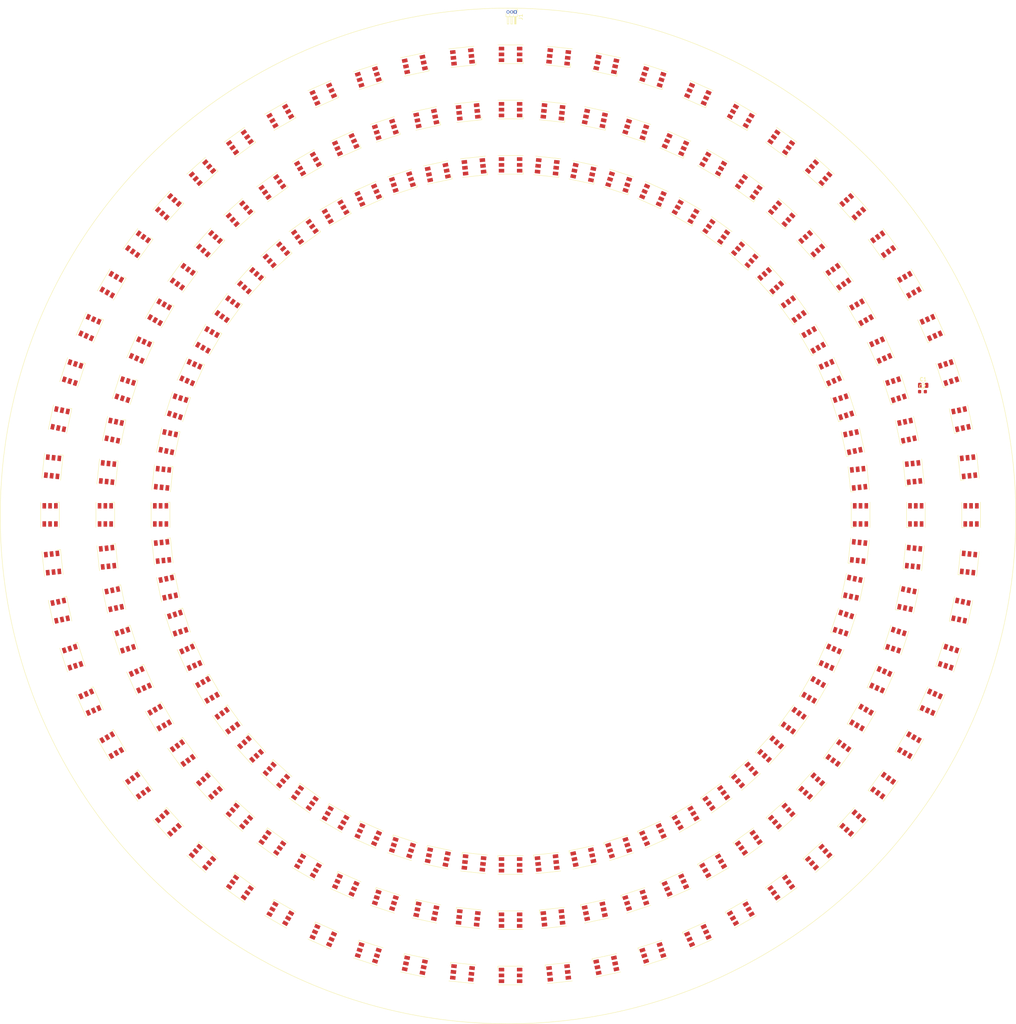
<source format=kicad_pcb>
(kicad_pcb (version 20171130) (host pcbnew 6.0.0-rc1-unknown-r13441.c0615c5ef.fc28)
  (layers (0 F.Cu signal) (31 B.Cu signal) (34 B.Paste user) (35 F.Paste user) (36 B.SilkS user) (37 F.SilkS user) (38 B.Mask user) (39 F.Mask user) (44 Edge.Cuts user))
  (net 0 "")
  (net 1 VDD)
  (net 2 GND)
  (net 3 DOUT0)
  (net 4 DOUT1)
  (net 5 DOUT2)
  (net 6 DOUT3)
  (net 7 DOUT4)
  (net 8 DOUT5)
  (net 9 DOUT6)
  (net 10 DOUT7)
  (net 11 DOUT8)
  (net 12 DOUT9)
  (net 13 DOUT10)
  (net 14 DOUT11)
  (net 15 DOUT12)
  (net 16 DOUT13)
  (net 17 DOUT14)
  (net 18 DOUT15)
  (net 19 DOUT16)
  (net 20 DOUT17)
  (net 21 DOUT18)
  (net 22 DOUT19)
  (net 23 DOUT20)
  (net 24 DOUT21)
  (net 25 DOUT22)
  (net 26 DOUT23)
  (net 27 DOUT24)
  (net 28 DOUT25)
  (net 29 DOUT26)
  (net 30 DOUT27)
  (net 31 DOUT28)
  (net 32 DOUT29)
  (net 33 DOUT30)
  (net 34 DOUT31)
  (net 35 DOUT32)
  (net 36 DOUT33)
  (net 37 DOUT34)
  (net 38 DOUT35)
  (net 39 DOUT36)
  (net 40 DOUT37)
  (net 41 DOUT38)
  (net 42 DOUT39)
  (net 43 DOUT40)
  (net 44 DOUT41)
  (net 45 DOUT42)
  (net 46 DOUT43)
  (net 47 DOUT44)
  (net 48 DOUT45)
  (net 49 DOUT46)
  (net 50 DOUT47)
  (net 51 DOUT48)
  (net 52 DOUT49)
  (net 53 DOUT50)
  (net 54 DOUT51)
  (net 55 DOUT52)
  (net 56 DOUT53)
  (net 57 DOUT54)
  (net 58 DOUT55)
  (net 59 DOUT56)
  (net 60 DOUT57)
  (net 61 DOUT58)
  (net 62 DOUT59)
  (net 63 DOUT60)
  (net 64 DOUT61)
  (net 65 DOUT62)
  (net 66 DOUT63)
  (net 67 DOUT64)
  (net 68 DOUT65)
  (net 69 DOUT66)
  (net 70 DOUT67)
  (net 71 DOUT68)
  (net 72 DOUT69)
  (net 73 DOUT70)
  (net 74 DOUT71)
  (net 75 DOUT72)
  (net 76 DOUT73)
  (net 77 DOUT74)
  (net 78 DOUT75)
  (net 79 DOUT76)
  (net 80 DOUT77)
  (net 81 DOUT78)
  (net 82 DOUT79)
  (net 83 DOUT80)
  (net 84 DOUT81)
  (net 85 DOUT82)
  (net 86 DOUT83)
  (net 87 DOUT84)
  (net 88 DOUT85)
  (net 89 DOUT86)
  (net 90 DOUT87)
  (net 91 DOUT88)
  (net 92 DOUT89)
  (net 93 DOUT90)
  (net 94 DOUT91)
  (net 95 DOUT92)
  (net 96 DOUT93)
  (net 97 DOUT94)
  (net 98 DOUT95)
  (net 99 DOUT96)
  (net 100 DOUT97)
  (net 101 DOUT98)
  (net 102 DOUT99)
  (net 103 DOUT100)
  (net 104 DOUT101)
  (net 105 DOUT102)
  (net 106 DOUT103)
  (net 107 DOUT104)
  (net 108 DOUT105)
  (net 109 DOUT106)
  (net 110 DOUT107)
  (net 111 DOUT108)
  (net 112 DOUT109)
  (net 113 DOUT110)
  (net 114 DOUT111)
  (net 115 DOUT112)
  (net 116 DOUT113)
  (net 117 DOUT114)
  (net 118 DOUT115)
  (net 119 DOUT116)
  (net 120 DOUT117)
  (net 121 DOUT118)
  (net 122 DOUT119)
  (net 123 DOUT120)
  (net 124 DOUT121)
  (net 125 DOUT122)
  (net 126 DOUT123)
  (net 127 DOUT124)
  (net 128 DOUT125)
  (net 129 DOUT126)
  (net 130 DOUT127)
  (net 131 DOUT128)
  (net 132 DOUT129)
  (net 133 DOUT130)
  (net 134 DOUT131)
  (net 135 DOUT132)
  (net 136 DOUT133)
  (net 137 DOUT134)
  (net 138 DOUT135)
  (net 139 DOUT136)
  (net 140 DOUT137)
  (net 141 DOUT138)
  (net 142 DOUT139)
  (net 143 DOUT140)
  (net 144 DOUT141)
  (net 145 DOUT142)
  (net 146 DOUT143)
  (net 147 DOUT144)
  (net 148 DOUT145)
  (net 149 DOUT146)
  (net 150 DOUT147)
  (net 151 DOUT148)
  (net 152 DOUT149)
  (net 153 DOUT150)
  (net 154 DOUT151)
  (net 155 DOUT152)
  (net 156 DOUT153)
  (net 157 DOUT154)
  (net 158 DOUT155)
  (net 159 DOUT156)
  (net 160 DOUT157)
  (net 161 DOUT158)
  (net 162 DOUT159)
  (net 163 DOUT160)
  (net 164 DOUT161)
  (net 165 DOUT162)
  (net 166 DOUT163)
  (net 167 DOUT164)
  (net 168 DOUT165)
  (net 169 DOUT166)
  (net 170 DOUT167)
  (net 171 DOUT168)
  (net 172 DOUT169)
  (net 173 DOUT170)
  (net 174 DOUT171)
  (net 175 DOUT172)
  (net 176 DOUT173)
  (net 177 DOUT174)
  (net 178 DOUT175)
  (net 179 DOUT176)
  (net 180 DOUT177)
  (net 181 DOUT178)
  (net 182 DOUT179)
  (module Capacitor_SMD:C_0805_2012Metric (layer F.Cu) (at 242.505001 56.975001)
    (fp_text reference C1 (at 0 -1.65) (layer F.SilkS))
    (fp_text value C)
    (pad 1 smd roundrect (at -0.9375 0) (size 0.975 1.4) (layers F.Cu F.Paste F.Mask) (net 1 VDD))
    (pad 2 smd roundrect (at 0.9375 0) (size 0.975 1.4) (layers F.Cu F.Paste F.Mask) (net 2 GND))
  )
  (module Capacitor_SMD:C_0603_1608Metric (layer F.Cu) (at 242.305001 58.705001)
    (fp_text reference C2 (at 0 -1.43) (layer F.SilkS))
    (fp_text value C)
    (pad 1 smd roundrect (at -0.7875 0) (size 0.875 0.95) (layers F.Cu F.Paste F.Mask) (net 1 VDD))
    (pad 2 smd roundrect (at 0.7875 0) (size 0.875 0.95) (layers F.Cu F.Paste F.Mask) (net 2 GND))
  )
  (module LED_SMD:LED_Normandled_WS2813-06_5.0x5.0mm_Pitch1.6mm (layer F.Cu) (at 128.699999 -34.3 180)
    (fp_text reference D1 hide)
    (fp_text value WS2813)
    (pad 4 smd rect (at 2.5 1.6 180) (size 1.5 1) (layers F.Cu F.Paste F.Mask) (net 3 DOUT0))
    (pad 5 smd rect (at 2.5 0 180) (size 1.5 1) (layers F.Cu F.Paste F.Mask) (net 2 GND))
    (pad 6 smd rect (at 2.5 -1.6 180) (size 1.5 1) (layers F.Cu F.Paste F.Mask) (net 3 DOUT0))
    (pad 3 smd rect (at -2.5 1.6 180) (size 1.5 1) (layers F.Cu F.Paste F.Mask) (net 4 DOUT1))
    (pad 2 smd rect (at -2.5 0 180) (size 1.5 1) (layers F.Cu F.Paste F.Mask) (net 1 VDD))
    (pad 1 smd rect (at -2.5 -1.6 180) (size 1.5 1) (layers F.Cu F.Paste F.Mask))
  )
  (module LED_SMD:LED_Normandled_WS2813-06_5.0x5.0mm_Pitch1.6mm (layer F.Cu) (at 141.975114 -33.60428 174)
    (fp_text reference D2 hide)
    (fp_text value WS2813)
    (pad 1 smd rect (at -2.5 -1.6 174) (size 1.5 1) (layers F.Cu F.Paste F.Mask))
    (pad 2 smd rect (at -2.5 0 174) (size 1.5 1) (layers F.Cu F.Paste F.Mask) (net 1 VDD))
    (pad 3 smd rect (at -2.5 1.6 174) (size 1.5 1) (layers F.Cu F.Paste F.Mask) (net 5 DOUT2))
    (pad 6 smd rect (at 2.5 -1.6 174) (size 1.5 1) (layers F.Cu F.Paste F.Mask) (net 3 DOUT0))
    (pad 5 smd rect (at 2.5 0 174) (size 1.5 1) (layers F.Cu F.Paste F.Mask) (net 2 GND))
    (pad 4 smd rect (at 2.5 1.6 174) (size 1.5 1) (layers F.Cu F.Paste F.Mask) (net 4 DOUT1))
  )
  (module LED_SMD:LED_Normandled_WS2813-06_5.0x5.0mm_Pitch1.6mm (layer F.Cu) (at 155.104784 -31.524745 168)
    (fp_text reference D3 hide)
    (fp_text value WS2813)
    (pad 4 smd rect (at 2.5 1.6 168) (size 1.5 1) (layers F.Cu F.Paste F.Mask) (net 5 DOUT2))
    (pad 5 smd rect (at 2.5 0 168) (size 1.5 1) (layers F.Cu F.Paste F.Mask) (net 2 GND))
    (pad 6 smd rect (at 2.5 -1.6 168) (size 1.5 1) (layers F.Cu F.Paste F.Mask) (net 4 DOUT1))
    (pad 3 smd rect (at -2.5 1.6 168) (size 1.5 1) (layers F.Cu F.Paste F.Mask) (net 6 DOUT3))
    (pad 2 smd rect (at -2.5 0 168) (size 1.5 1) (layers F.Cu F.Paste F.Mask) (net 1 VDD))
    (pad 1 smd rect (at -2.5 -1.6 168) (size 1.5 1) (layers F.Cu F.Paste F.Mask))
  )
  (module LED_SMD:LED_Normandled_WS2813-06_5.0x5.0mm_Pitch1.6mm (layer F.Cu) (at 167.945158 -28.084177 162)
    (fp_text reference D4 hide)
    (fp_text value WS2813)
    (pad 1 smd rect (at -2.5 -1.6 162) (size 1.5 1) (layers F.Cu F.Paste F.Mask))
    (pad 2 smd rect (at -2.5 0 162) (size 1.5 1) (layers F.Cu F.Paste F.Mask) (net 1 VDD))
    (pad 3 smd rect (at -2.5 1.6 162) (size 1.5 1) (layers F.Cu F.Paste F.Mask) (net 7 DOUT4))
    (pad 6 smd rect (at 2.5 -1.6 162) (size 1.5 1) (layers F.Cu F.Paste F.Mask) (net 5 DOUT2))
    (pad 5 smd rect (at 2.5 0 162) (size 1.5 1) (layers F.Cu F.Paste F.Mask) (net 2 GND))
    (pad 4 smd rect (at 2.5 1.6 162) (size 1.5 1) (layers F.Cu F.Paste F.Mask) (net 6 DOUT3))
  )
  (module LED_SMD:LED_Normandled_WS2813-06_5.0x5.0mm_Pitch1.6mm (layer F.Cu) (at 180.355553 -23.320273 156)
    (fp_text reference D5 hide)
    (fp_text value WS2813)
    (pad 4 smd rect (at 2.5 1.6 156) (size 1.5 1) (layers F.Cu F.Paste F.Mask) (net 7 DOUT4))
    (pad 5 smd rect (at 2.5 0 156) (size 1.5 1) (layers F.Cu F.Paste F.Mask) (net 2 GND))
    (pad 6 smd rect (at 2.5 -1.6 156) (size 1.5 1) (layers F.Cu F.Paste F.Mask) (net 6 DOUT3))
    (pad 3 smd rect (at -2.5 1.6 156) (size 1.5 1) (layers F.Cu F.Paste F.Mask) (net 8 DOUT5))
    (pad 2 smd rect (at -2.5 0 156) (size 1.5 1) (layers F.Cu F.Paste F.Mask) (net 1 VDD))
    (pad 1 smd rect (at -2.5 -1.6 156) (size 1.5 1) (layers F.Cu F.Paste F.Mask))
  )
  (module LED_SMD:LED_Normandled_WS2813-06_5.0x5.0mm_Pitch1.6mm (layer F.Cu) (at 192.2 -17.285226 150)
    (fp_text reference D6 hide)
    (fp_text value WS2813)
    (pad 1 smd rect (at -2.500001 -1.6 150) (size 1.5 1) (layers F.Cu F.Paste F.Mask))
    (pad 2 smd rect (at -2.5 0 150) (size 1.5 1) (layers F.Cu F.Paste F.Mask) (net 1 VDD))
    (pad 3 smd rect (at -2.5 1.600001 150) (size 1.5 1) (layers F.Cu F.Paste F.Mask) (net 9 DOUT6))
    (pad 6 smd rect (at 2.5 -1.600001 150) (size 1.5 1) (layers F.Cu F.Paste F.Mask) (net 7 DOUT4))
    (pad 5 smd rect (at 2.5 0 150) (size 1.5 1) (layers F.Cu F.Paste F.Mask) (net 2 GND))
    (pad 4 smd rect (at 2.500001 1.6 150) (size 1.5 1) (layers F.Cu F.Paste F.Mask) (net 8 DOUT5))
  )
  (module LED_SMD:LED_Normandled_WS2813-06_5.0x5.0mm_Pitch1.6mm (layer F.Cu) (at 203.348727 -10.045158 144)
    (fp_text reference D7 hide)
    (fp_text value WS2813)
    (pad 4 smd rect (at 2.5 1.6 144) (size 1.5 1) (layers F.Cu F.Paste F.Mask) (net 9 DOUT6))
    (pad 5 smd rect (at 2.5 0 144) (size 1.5 1) (layers F.Cu F.Paste F.Mask) (net 2 GND))
    (pad 6 smd rect (at 2.5 -1.6 144) (size 1.5 1) (layers F.Cu F.Paste F.Mask) (net 8 DOUT5))
    (pad 3 smd rect (at -2.5 1.6 144) (size 1.5 1) (layers F.Cu F.Paste F.Mask) (net 10 DOUT7))
    (pad 2 smd rect (at -2.5 0 144) (size 1.5 1) (layers F.Cu F.Paste F.Mask) (net 1 VDD))
    (pad 1 smd rect (at -2.5 -1.6 144) (size 1.5 1) (layers F.Cu F.Paste F.Mask))
  )
  (module LED_SMD:LED_Normandled_WS2813-06_5.0x5.0mm_Pitch1.6mm (layer F.Cu) (at 213.679587 -1.679392 138)
    (fp_text reference D8 hide)
    (fp_text value WS2813)
    (pad 4 smd rect (at 2.5 1.6 138) (size 1.5 1) (layers F.Cu F.Paste F.Mask) (net 10 DOUT7))
    (pad 5 smd rect (at 2.5 0 138) (size 1.5 1) (layers F.Cu F.Paste F.Mask) (net 2 GND))
    (pad 6 smd rect (at 2.5 -1.6 138) (size 1.5 1) (layers F.Cu F.Paste F.Mask) (net 9 DOUT6))
    (pad 3 smd rect (at -2.5 1.6 138) (size 1.5 1) (layers F.Cu F.Paste F.Mask) (net 11 DOUT8))
    (pad 2 smd rect (at -2.5 0 138) (size 1.5 1) (layers F.Cu F.Paste F.Mask) (net 1 VDD))
    (pad 1 smd rect (at -2.5 -1.6 138) (size 1.5 1) (layers F.Cu F.Paste F.Mask))
  )
  (module LED_SMD:LED_Normandled_WS2813-06_5.0x5.0mm_Pitch1.6mm (layer F.Cu) (at 223.079392 7.720413 132)
    (fp_text reference D9 hide)
    (fp_text value WS2813)
    (pad 1 smd rect (at -2.5 -1.6 132) (size 1.5 1) (layers F.Cu F.Paste F.Mask))
    (pad 2 smd rect (at -2.5 0 132) (size 1.5 1) (layers F.Cu F.Paste F.Mask) (net 1 VDD))
    (pad 3 smd rect (at -2.5 1.6 132) (size 1.5 1) (layers F.Cu F.Paste F.Mask) (net 12 DOUT9))
    (pad 6 smd rect (at 2.5 -1.6 132) (size 1.5 1) (layers F.Cu F.Paste F.Mask) (net 10 DOUT7))
    (pad 5 smd rect (at 2.5 0 132) (size 1.5 1) (layers F.Cu F.Paste F.Mask) (net 2 GND))
    (pad 4 smd rect (at 2.5 1.6 132) (size 1.5 1) (layers F.Cu F.Paste F.Mask) (net 11 DOUT8))
  )
  (module LED_SMD:LED_Normandled_WS2813-06_5.0x5.0mm_Pitch1.6mm (layer F.Cu) (at 231.445158 18.051273 126)
    (fp_text reference D10 hide)
    (fp_text value WS2813)
    (pad 1 smd rect (at -2.5 -1.6 126) (size 1.5 1) (layers F.Cu F.Paste F.Mask))
    (pad 2 smd rect (at -2.5 0 126) (size 1.5 1) (layers F.Cu F.Paste F.Mask) (net 1 VDD))
    (pad 3 smd rect (at -2.5 1.6 126) (size 1.5 1) (layers F.Cu F.Paste F.Mask) (net 13 DOUT10))
    (pad 6 smd rect (at 2.5 -1.6 126) (size 1.5 1) (layers F.Cu F.Paste F.Mask) (net 11 DOUT8))
    (pad 5 smd rect (at 2.5 0 126) (size 1.5 1) (layers F.Cu F.Paste F.Mask) (net 2 GND))
    (pad 4 smd rect (at 2.5 1.6 126) (size 1.5 1) (layers F.Cu F.Paste F.Mask) (net 12 DOUT9))
  )
  (module LED_SMD:LED_Normandled_WS2813-06_5.0x5.0mm_Pitch1.6mm (layer F.Cu) (at 238.685226 29.2 120)
    (fp_text reference D11 hide)
    (fp_text value WS2813)
    (pad 4 smd rect (at 2.5 1.600001 120) (size 1.5 1) (layers F.Cu F.Paste F.Mask) (net 13 DOUT10))
    (pad 5 smd rect (at 2.5 0 120) (size 1.5 1) (layers F.Cu F.Paste F.Mask) (net 2 GND))
    (pad 6 smd rect (at 2.500001 -1.6 120) (size 1.5 1) (layers F.Cu F.Paste F.Mask) (net 12 DOUT9))
    (pad 3 smd rect (at -2.500001 1.6 120) (size 1.5 1) (layers F.Cu F.Paste F.Mask) (net 14 DOUT11))
    (pad 2 smd rect (at -2.5 0 120) (size 1.5 1) (layers F.Cu F.Paste F.Mask) (net 1 VDD))
    (pad 1 smd rect (at -2.5 -1.600001 120) (size 1.5 1) (layers F.Cu F.Paste F.Mask))
  )
  (module LED_SMD:LED_Normandled_WS2813-06_5.0x5.0mm_Pitch1.6mm (layer F.Cu) (at 244.720273 41.044447 114)
    (fp_text reference D12 hide)
    (fp_text value WS2813)
    (pad 4 smd rect (at 2.5 1.6 114) (size 1.5 1) (layers F.Cu F.Paste F.Mask) (net 14 DOUT11))
    (pad 5 smd rect (at 2.5 0 114) (size 1.5 1) (layers F.Cu F.Paste F.Mask) (net 2 GND))
    (pad 6 smd rect (at 2.5 -1.6 114) (size 1.5 1) (layers F.Cu F.Paste F.Mask) (net 13 DOUT10))
    (pad 3 smd rect (at -2.5 1.6 114) (size 1.5 1) (layers F.Cu F.Paste F.Mask) (net 15 DOUT12))
    (pad 2 smd rect (at -2.5 0 114) (size 1.5 1) (layers F.Cu F.Paste F.Mask) (net 1 VDD))
    (pad 1 smd rect (at -2.5 -1.6 114) (size 1.5 1) (layers F.Cu F.Paste F.Mask))
  )
  (module LED_SMD:LED_Normandled_WS2813-06_5.0x5.0mm_Pitch1.6mm (layer F.Cu) (at 249.484177 53.454842 108)
    (fp_text reference D13 hide)
    (fp_text value WS2813)
    (pad 1 smd rect (at -2.5 -1.6 108) (size 1.5 1) (layers F.Cu F.Paste F.Mask))
    (pad 2 smd rect (at -2.5 0 108) (size 1.5 1) (layers F.Cu F.Paste F.Mask) (net 1 VDD))
    (pad 3 smd rect (at -2.5 1.6 108) (size 1.5 1) (layers F.Cu F.Paste F.Mask) (net 16 DOUT13))
    (pad 6 smd rect (at 2.5 -1.6 108) (size 1.5 1) (layers F.Cu F.Paste F.Mask) (net 14 DOUT11))
    (pad 5 smd rect (at 2.5 0 108) (size 1.5 1) (layers F.Cu F.Paste F.Mask) (net 2 GND))
    (pad 4 smd rect (at 2.5 1.6 108) (size 1.5 1) (layers F.Cu F.Paste F.Mask) (net 15 DOUT12))
  )
  (module LED_SMD:LED_Normandled_WS2813-06_5.0x5.0mm_Pitch1.6mm (layer F.Cu) (at 252.924745 66.295216 102)
    (fp_text reference D14 hide)
    (fp_text value WS2813)
    (pad 1 smd rect (at -2.5 -1.6 102) (size 1.5 1) (layers F.Cu F.Paste F.Mask))
    (pad 2 smd rect (at -2.5 0 102) (size 1.5 1) (layers F.Cu F.Paste F.Mask) (net 1 VDD))
    (pad 3 smd rect (at -2.5 1.6 102) (size 1.5 1) (layers F.Cu F.Paste F.Mask) (net 17 DOUT14))
    (pad 6 smd rect (at 2.5 -1.6 102) (size 1.5 1) (layers F.Cu F.Paste F.Mask) (net 15 DOUT12))
    (pad 5 smd rect (at 2.5 0 102) (size 1.5 1) (layers F.Cu F.Paste F.Mask) (net 2 GND))
    (pad 4 smd rect (at 2.5 1.6 102) (size 1.5 1) (layers F.Cu F.Paste F.Mask) (net 16 DOUT13))
  )
  (module LED_SMD:LED_Normandled_WS2813-06_5.0x5.0mm_Pitch1.6mm (layer F.Cu) (at 255.00428 79.424886 96)
    (fp_text reference D15 hide)
    (fp_text value WS2813)
    (pad 1 smd rect (at -2.5 -1.6 96) (size 1.5 1) (layers F.Cu F.Paste F.Mask))
    (pad 2 smd rect (at -2.5 0 96) (size 1.5 1) (layers F.Cu F.Paste F.Mask) (net 1 VDD))
    (pad 3 smd rect (at -2.5 1.6 96) (size 1.5 1) (layers F.Cu F.Paste F.Mask) (net 18 DOUT15))
    (pad 6 smd rect (at 2.5 -1.6 96) (size 1.5 1) (layers F.Cu F.Paste F.Mask) (net 16 DOUT13))
    (pad 5 smd rect (at 2.5 0 96) (size 1.5 1) (layers F.Cu F.Paste F.Mask) (net 2 GND))
    (pad 4 smd rect (at 2.5 1.6 96) (size 1.5 1) (layers F.Cu F.Paste F.Mask) (net 17 DOUT14))
  )
  (module LED_SMD:LED_Normandled_WS2813-06_5.0x5.0mm_Pitch1.6mm (layer F.Cu) (at 255.7 92.7 90)
    (fp_text reference D16 hide)
    (fp_text value WS2813)
    (pad 4 smd rect (at 2.5 1.6 90) (size 1.5 1) (layers F.Cu F.Paste F.Mask) (net 18 DOUT15))
    (pad 5 smd rect (at 2.5 0 90) (size 1.5 1) (layers F.Cu F.Paste F.Mask) (net 2 GND))
    (pad 6 smd rect (at 2.5 -1.6 90) (size 1.5 1) (layers F.Cu F.Paste F.Mask) (net 17 DOUT14))
    (pad 3 smd rect (at -2.5 1.6 90) (size 1.5 1) (layers F.Cu F.Paste F.Mask) (net 19 DOUT16))
    (pad 2 smd rect (at -2.5 0 90) (size 1.5 1) (layers F.Cu F.Paste F.Mask) (net 1 VDD))
    (pad 1 smd rect (at -2.5 -1.6 90) (size 1.5 1) (layers F.Cu F.Paste F.Mask))
  )
  (module LED_SMD:LED_Normandled_WS2813-06_5.0x5.0mm_Pitch1.6mm (layer F.Cu) (at 255.00428 105.975114 84)
    (fp_text reference D17 hide)
    (fp_text value WS2813)
    (pad 1 smd rect (at -2.5 -1.6 84) (size 1.5 1) (layers F.Cu F.Paste F.Mask))
    (pad 2 smd rect (at -2.5 0 84) (size 1.5 1) (layers F.Cu F.Paste F.Mask) (net 1 VDD))
    (pad 3 smd rect (at -2.5 1.6 84) (size 1.5 1) (layers F.Cu F.Paste F.Mask) (net 20 DOUT17))
    (pad 6 smd rect (at 2.5 -1.6 84) (size 1.5 1) (layers F.Cu F.Paste F.Mask) (net 18 DOUT15))
    (pad 5 smd rect (at 2.5 0 84) (size 1.5 1) (layers F.Cu F.Paste F.Mask) (net 2 GND))
    (pad 4 smd rect (at 2.5 1.6 84) (size 1.5 1) (layers F.Cu F.Paste F.Mask) (net 19 DOUT16))
  )
  (module LED_SMD:LED_Normandled_WS2813-06_5.0x5.0mm_Pitch1.6mm (layer F.Cu) (at 252.924745 119.104784 78)
    (fp_text reference D18 hide)
    (fp_text value WS2813)
    (pad 4 smd rect (at 2.5 1.6 78) (size 1.5 1) (layers F.Cu F.Paste F.Mask) (net 20 DOUT17))
    (pad 5 smd rect (at 2.5 0 78) (size 1.5 1) (layers F.Cu F.Paste F.Mask) (net 2 GND))
    (pad 6 smd rect (at 2.5 -1.6 78) (size 1.5 1) (layers F.Cu F.Paste F.Mask) (net 19 DOUT16))
    (pad 3 smd rect (at -2.5 1.6 78) (size 1.5 1) (layers F.Cu F.Paste F.Mask) (net 21 DOUT18))
    (pad 2 smd rect (at -2.5 0 78) (size 1.5 1) (layers F.Cu F.Paste F.Mask) (net 1 VDD))
    (pad 1 smd rect (at -2.5 -1.6 78) (size 1.5 1) (layers F.Cu F.Paste F.Mask))
  )
  (module LED_SMD:LED_Normandled_WS2813-06_5.0x5.0mm_Pitch1.6mm (layer F.Cu) (at 249.484177 131.945158 72)
    (fp_text reference D19 hide)
    (fp_text value WS2813)
    (pad 4 smd rect (at 2.5 1.6 72) (size 1.5 1) (layers F.Cu F.Paste F.Mask) (net 21 DOUT18))
    (pad 5 smd rect (at 2.5 0 72) (size 1.5 1) (layers F.Cu F.Paste F.Mask) (net 2 GND))
    (pad 6 smd rect (at 2.5 -1.6 72) (size 1.5 1) (layers F.Cu F.Paste F.Mask) (net 20 DOUT17))
    (pad 3 smd rect (at -2.5 1.6 72) (size 1.5 1) (layers F.Cu F.Paste F.Mask) (net 22 DOUT19))
    (pad 2 smd rect (at -2.5 0 72) (size 1.5 1) (layers F.Cu F.Paste F.Mask) (net 1 VDD))
    (pad 1 smd rect (at -2.5 -1.6 72) (size 1.5 1) (layers F.Cu F.Paste F.Mask))
  )
  (module LED_SMD:LED_Normandled_WS2813-06_5.0x5.0mm_Pitch1.6mm (layer F.Cu) (at 244.720273 144.355553 66)
    (fp_text reference D20 hide)
    (fp_text value WS2813)
    (pad 4 smd rect (at 2.5 1.6 66) (size 1.5 1) (layers F.Cu F.Paste F.Mask) (net 22 DOUT19))
    (pad 5 smd rect (at 2.5 0 66) (size 1.5 1) (layers F.Cu F.Paste F.Mask) (net 2 GND))
    (pad 6 smd rect (at 2.5 -1.6 66) (size 1.5 1) (layers F.Cu F.Paste F.Mask) (net 21 DOUT18))
    (pad 3 smd rect (at -2.5 1.6 66) (size 1.5 1) (layers F.Cu F.Paste F.Mask) (net 23 DOUT20))
    (pad 2 smd rect (at -2.5 0 66) (size 1.5 1) (layers F.Cu F.Paste F.Mask) (net 1 VDD))
    (pad 1 smd rect (at -2.5 -1.6 66) (size 1.5 1) (layers F.Cu F.Paste F.Mask))
  )
  (module LED_SMD:LED_Normandled_WS2813-06_5.0x5.0mm_Pitch1.6mm (layer F.Cu) (at 238.685226 156.199999 60)
    (fp_text reference D21 hide)
    (fp_text value WS2813)
    (pad 1 smd rect (at -2.500001 -1.6 60) (size 1.5 1) (layers F.Cu F.Paste F.Mask))
    (pad 2 smd rect (at -2.5 0 60) (size 1.5 1) (layers F.Cu F.Paste F.Mask) (net 1 VDD))
    (pad 3 smd rect (at -2.5 1.600001 60) (size 1.5 1) (layers F.Cu F.Paste F.Mask) (net 24 DOUT21))
    (pad 6 smd rect (at 2.5 -1.600001 60) (size 1.5 1) (layers F.Cu F.Paste F.Mask) (net 22 DOUT19))
    (pad 5 smd rect (at 2.5 0 60) (size 1.5 1) (layers F.Cu F.Paste F.Mask) (net 2 GND))
    (pad 4 smd rect (at 2.500001 1.6 60) (size 1.5 1) (layers F.Cu F.Paste F.Mask) (net 23 DOUT20))
  )
  (module LED_SMD:LED_Normandled_WS2813-06_5.0x5.0mm_Pitch1.6mm (layer F.Cu) (at 231.445158 167.348727 54)
    (fp_text reference D22 hide)
    (fp_text value WS2813)
    (pad 4 smd rect (at 2.5 1.6 54) (size 1.5 1) (layers F.Cu F.Paste F.Mask) (net 24 DOUT21))
    (pad 5 smd rect (at 2.5 0 54) (size 1.5 1) (layers F.Cu F.Paste F.Mask) (net 2 GND))
    (pad 6 smd rect (at 2.5 -1.6 54) (size 1.5 1) (layers F.Cu F.Paste F.Mask) (net 23 DOUT20))
    (pad 3 smd rect (at -2.5 1.6 54) (size 1.5 1) (layers F.Cu F.Paste F.Mask) (net 25 DOUT22))
    (pad 2 smd rect (at -2.5 0 54) (size 1.5 1) (layers F.Cu F.Paste F.Mask) (net 1 VDD))
    (pad 1 smd rect (at -2.5 -1.6 54) (size 1.5 1) (layers F.Cu F.Paste F.Mask))
  )
  (module LED_SMD:LED_Normandled_WS2813-06_5.0x5.0mm_Pitch1.6mm (layer F.Cu) (at 223.079392 177.679587 48)
    (fp_text reference D23 hide)
    (fp_text value WS2813)
    (pad 1 smd rect (at -2.5 -1.6 48) (size 1.5 1) (layers F.Cu F.Paste F.Mask))
    (pad 2 smd rect (at -2.5 0 48) (size 1.5 1) (layers F.Cu F.Paste F.Mask) (net 1 VDD))
    (pad 3 smd rect (at -2.5 1.6 48) (size 1.5 1) (layers F.Cu F.Paste F.Mask) (net 26 DOUT23))
    (pad 6 smd rect (at 2.5 -1.6 48) (size 1.5 1) (layers F.Cu F.Paste F.Mask) (net 24 DOUT21))
    (pad 5 smd rect (at 2.5 0 48) (size 1.5 1) (layers F.Cu F.Paste F.Mask) (net 2 GND))
    (pad 4 smd rect (at 2.5 1.6 48) (size 1.5 1) (layers F.Cu F.Paste F.Mask) (net 25 DOUT22))
  )
  (module LED_SMD:LED_Normandled_WS2813-06_5.0x5.0mm_Pitch1.6mm (layer F.Cu) (at 213.679587 187.079392 42)
    (fp_text reference D24 hide)
    (fp_text value WS2813)
    (pad 4 smd rect (at 2.5 1.6 42) (size 1.5 1) (layers F.Cu F.Paste F.Mask) (net 26 DOUT23))
    (pad 5 smd rect (at 2.5 0 42) (size 1.5 1) (layers F.Cu F.Paste F.Mask) (net 2 GND))
    (pad 6 smd rect (at 2.5 -1.6 42) (size 1.5 1) (layers F.Cu F.Paste F.Mask) (net 25 DOUT22))
    (pad 3 smd rect (at -2.5 1.6 42) (size 1.5 1) (layers F.Cu F.Paste F.Mask) (net 27 DOUT24))
    (pad 2 smd rect (at -2.5 0 42) (size 1.5 1) (layers F.Cu F.Paste F.Mask) (net 1 VDD))
    (pad 1 smd rect (at -2.5 -1.6 42) (size 1.5 1) (layers F.Cu F.Paste F.Mask))
  )
  (module LED_SMD:LED_Normandled_WS2813-06_5.0x5.0mm_Pitch1.6mm (layer F.Cu) (at 203.348727 195.445158 36)
    (fp_text reference D25 hide)
    (fp_text value WS2813)
    (pad 1 smd rect (at -2.5 -1.6 36) (size 1.5 1) (layers F.Cu F.Paste F.Mask))
    (pad 2 smd rect (at -2.5 0 36) (size 1.5 1) (layers F.Cu F.Paste F.Mask) (net 1 VDD))
    (pad 3 smd rect (at -2.5 1.6 36) (size 1.5 1) (layers F.Cu F.Paste F.Mask) (net 28 DOUT25))
    (pad 6 smd rect (at 2.5 -1.6 36) (size 1.5 1) (layers F.Cu F.Paste F.Mask) (net 26 DOUT23))
    (pad 5 smd rect (at 2.5 0 36) (size 1.5 1) (layers F.Cu F.Paste F.Mask) (net 2 GND))
    (pad 4 smd rect (at 2.5 1.6 36) (size 1.5 1) (layers F.Cu F.Paste F.Mask) (net 27 DOUT24))
  )
  (module LED_SMD:LED_Normandled_WS2813-06_5.0x5.0mm_Pitch1.6mm (layer F.Cu) (at 192.2 202.685226 30)
    (fp_text reference D26 hide)
    (fp_text value WS2813)
    (pad 4 smd rect (at 2.5 1.600001 30) (size 1.5 1) (layers F.Cu F.Paste F.Mask) (net 28 DOUT25))
    (pad 5 smd rect (at 2.5 0 30) (size 1.5 1) (layers F.Cu F.Paste F.Mask) (net 2 GND))
    (pad 6 smd rect (at 2.500001 -1.6 30) (size 1.5 1) (layers F.Cu F.Paste F.Mask) (net 27 DOUT24))
    (pad 3 smd rect (at -2.500001 1.6 30) (size 1.5 1) (layers F.Cu F.Paste F.Mask) (net 29 DOUT26))
    (pad 2 smd rect (at -2.5 0 30) (size 1.5 1) (layers F.Cu F.Paste F.Mask) (net 1 VDD))
    (pad 1 smd rect (at -2.5 -1.600001 30) (size 1.5 1) (layers F.Cu F.Paste F.Mask))
  )
  (module LED_SMD:LED_Normandled_WS2813-06_5.0x5.0mm_Pitch1.6mm (layer F.Cu) (at 180.355553 208.720273 24)
    (fp_text reference D27 hide)
    (fp_text value WS2813)
    (pad 1 smd rect (at -2.5 -1.6 24) (size 1.5 1) (layers F.Cu F.Paste F.Mask))
    (pad 2 smd rect (at -2.5 0 24) (size 1.5 1) (layers F.Cu F.Paste F.Mask) (net 1 VDD))
    (pad 3 smd rect (at -2.5 1.6 24) (size 1.5 1) (layers F.Cu F.Paste F.Mask) (net 30 DOUT27))
    (pad 6 smd rect (at 2.5 -1.6 24) (size 1.5 1) (layers F.Cu F.Paste F.Mask) (net 28 DOUT25))
    (pad 5 smd rect (at 2.5 0 24) (size 1.5 1) (layers F.Cu F.Paste F.Mask) (net 2 GND))
    (pad 4 smd rect (at 2.5 1.6 24) (size 1.5 1) (layers F.Cu F.Paste F.Mask) (net 29 DOUT26))
  )
  (module LED_SMD:LED_Normandled_WS2813-06_5.0x5.0mm_Pitch1.6mm (layer F.Cu) (at 167.945158 213.484177 18)
    (fp_text reference D28 hide)
    (fp_text value WS2813)
    (pad 4 smd rect (at 2.5 1.6 18) (size 1.5 1) (layers F.Cu F.Paste F.Mask) (net 30 DOUT27))
    (pad 5 smd rect (at 2.5 0 18) (size 1.5 1) (layers F.Cu F.Paste F.Mask) (net 2 GND))
    (pad 6 smd rect (at 2.5 -1.6 18) (size 1.5 1) (layers F.Cu F.Paste F.Mask) (net 29 DOUT26))
    (pad 3 smd rect (at -2.5 1.6 18) (size 1.5 1) (layers F.Cu F.Paste F.Mask) (net 31 DOUT28))
    (pad 2 smd rect (at -2.5 0 18) (size 1.5 1) (layers F.Cu F.Paste F.Mask) (net 1 VDD))
    (pad 1 smd rect (at -2.5 -1.6 18) (size 1.5 1) (layers F.Cu F.Paste F.Mask))
  )
  (module LED_SMD:LED_Normandled_WS2813-06_5.0x5.0mm_Pitch1.6mm (layer F.Cu) (at 155.104784 216.924745 12)
    (fp_text reference D29 hide)
    (fp_text value WS2813)
    (pad 1 smd rect (at -2.5 -1.6 12) (size 1.5 1) (layers F.Cu F.Paste F.Mask))
    (pad 2 smd rect (at -2.5 0 12) (size 1.5 1) (layers F.Cu F.Paste F.Mask) (net 1 VDD))
    (pad 3 smd rect (at -2.5 1.6 12) (size 1.5 1) (layers F.Cu F.Paste F.Mask) (net 32 DOUT29))
    (pad 6 smd rect (at 2.5 -1.6 12) (size 1.5 1) (layers F.Cu F.Paste F.Mask) (net 30 DOUT27))
    (pad 5 smd rect (at 2.5 0 12) (size 1.5 1) (layers F.Cu F.Paste F.Mask) (net 2 GND))
    (pad 4 smd rect (at 2.5 1.6 12) (size 1.5 1) (layers F.Cu F.Paste F.Mask) (net 31 DOUT28))
  )
  (module LED_SMD:LED_Normandled_WS2813-06_5.0x5.0mm_Pitch1.6mm (layer F.Cu) (at 141.975114 219.00428 6)
    (fp_text reference D30 hide)
    (fp_text value WS2813)
    (pad 1 smd rect (at -2.5 -1.6 6) (size 1.5 1) (layers F.Cu F.Paste F.Mask))
    (pad 2 smd rect (at -2.5 0 6) (size 1.5 1) (layers F.Cu F.Paste F.Mask) (net 1 VDD))
    (pad 3 smd rect (at -2.5 1.6 6) (size 1.5 1) (layers F.Cu F.Paste F.Mask) (net 33 DOUT30))
    (pad 6 smd rect (at 2.5 -1.6 6) (size 1.5 1) (layers F.Cu F.Paste F.Mask) (net 31 DOUT28))
    (pad 5 smd rect (at 2.5 0 6) (size 1.5 1) (layers F.Cu F.Paste F.Mask) (net 2 GND))
    (pad 4 smd rect (at 2.5 1.6 6) (size 1.5 1) (layers F.Cu F.Paste F.Mask) (net 32 DOUT29))
  )
  (module LED_SMD:LED_Normandled_WS2813-06_5.0x5.0mm_Pitch1.6mm (layer F.Cu) (at 128.7 219.7)
    (fp_text reference D31 hide)
    (fp_text value WS2813)
    (pad 4 smd rect (at 2.5 1.6) (size 1.5 1) (layers F.Cu F.Paste F.Mask) (net 33 DOUT30))
    (pad 5 smd rect (at 2.5 0) (size 1.5 1) (layers F.Cu F.Paste F.Mask) (net 2 GND))
    (pad 6 smd rect (at 2.5 -1.6) (size 1.5 1) (layers F.Cu F.Paste F.Mask) (net 32 DOUT29))
    (pad 3 smd rect (at -2.5 1.6) (size 1.5 1) (layers F.Cu F.Paste F.Mask) (net 34 DOUT31))
    (pad 2 smd rect (at -2.5 0) (size 1.5 1) (layers F.Cu F.Paste F.Mask) (net 1 VDD))
    (pad 1 smd rect (at -2.5 -1.6) (size 1.5 1) (layers F.Cu F.Paste F.Mask))
  )
  (module LED_SMD:LED_Normandled_WS2813-06_5.0x5.0mm_Pitch1.6mm (layer F.Cu) (at 115.424886 219.00428 354)
    (fp_text reference D32 hide)
    (fp_text value WS2813)
    (pad 1 smd rect (at -2.5 -1.6 354) (size 1.5 1) (layers F.Cu F.Paste F.Mask))
    (pad 2 smd rect (at -2.5 0 354) (size 1.5 1) (layers F.Cu F.Paste F.Mask) (net 1 VDD))
    (pad 3 smd rect (at -2.5 1.6 354) (size 1.5 1) (layers F.Cu F.Paste F.Mask) (net 35 DOUT32))
    (pad 6 smd rect (at 2.5 -1.6 354) (size 1.5 1) (layers F.Cu F.Paste F.Mask) (net 33 DOUT30))
    (pad 5 smd rect (at 2.5 0 354) (size 1.5 1) (layers F.Cu F.Paste F.Mask) (net 2 GND))
    (pad 4 smd rect (at 2.5 1.6 354) (size 1.5 1) (layers F.Cu F.Paste F.Mask) (net 34 DOUT31))
  )
  (module LED_SMD:LED_Normandled_WS2813-06_5.0x5.0mm_Pitch1.6mm (layer F.Cu) (at 102.295216 216.924745 348)
    (fp_text reference D33 hide)
    (fp_text value WS2813)
    (pad 4 smd rect (at 2.5 1.6 348) (size 1.5 1) (layers F.Cu F.Paste F.Mask) (net 35 DOUT32))
    (pad 5 smd rect (at 2.5 0 348) (size 1.5 1) (layers F.Cu F.Paste F.Mask) (net 2 GND))
    (pad 6 smd rect (at 2.5 -1.6 348) (size 1.5 1) (layers F.Cu F.Paste F.Mask) (net 34 DOUT31))
    (pad 3 smd rect (at -2.5 1.6 348) (size 1.5 1) (layers F.Cu F.Paste F.Mask) (net 36 DOUT33))
    (pad 2 smd rect (at -2.5 0 348) (size 1.5 1) (layers F.Cu F.Paste F.Mask) (net 1 VDD))
    (pad 1 smd rect (at -2.5 -1.6 348) (size 1.5 1) (layers F.Cu F.Paste F.Mask))
  )
  (module LED_SMD:LED_Normandled_WS2813-06_5.0x5.0mm_Pitch1.6mm (layer F.Cu) (at 89.454842 213.484177 342)
    (fp_text reference D34 hide)
    (fp_text value WS2813)
    (pad 1 smd rect (at -2.5 -1.6 342) (size 1.5 1) (layers F.Cu F.Paste F.Mask))
    (pad 2 smd rect (at -2.5 0 342) (size 1.5 1) (layers F.Cu F.Paste F.Mask) (net 1 VDD))
    (pad 3 smd rect (at -2.5 1.6 342) (size 1.5 1) (layers F.Cu F.Paste F.Mask) (net 37 DOUT34))
    (pad 6 smd rect (at 2.5 -1.6 342) (size 1.5 1) (layers F.Cu F.Paste F.Mask) (net 35 DOUT32))
    (pad 5 smd rect (at 2.5 0 342) (size 1.5 1) (layers F.Cu F.Paste F.Mask) (net 2 GND))
    (pad 4 smd rect (at 2.5 1.6 342) (size 1.5 1) (layers F.Cu F.Paste F.Mask) (net 36 DOUT33))
  )
  (module LED_SMD:LED_Normandled_WS2813-06_5.0x5.0mm_Pitch1.6mm (layer F.Cu) (at 77.044447 208.720273 336)
    (fp_text reference D35 hide)
    (fp_text value WS2813)
    (pad 4 smd rect (at 2.5 1.6 336) (size 1.5 1) (layers F.Cu F.Paste F.Mask) (net 37 DOUT34))
    (pad 5 smd rect (at 2.5 0 336) (size 1.5 1) (layers F.Cu F.Paste F.Mask) (net 2 GND))
    (pad 6 smd rect (at 2.5 -1.6 336) (size 1.5 1) (layers F.Cu F.Paste F.Mask) (net 36 DOUT33))
    (pad 3 smd rect (at -2.5 1.6 336) (size 1.5 1) (layers F.Cu F.Paste F.Mask) (net 38 DOUT35))
    (pad 2 smd rect (at -2.5 0 336) (size 1.5 1) (layers F.Cu F.Paste F.Mask) (net 1 VDD))
    (pad 1 smd rect (at -2.5 -1.6 336) (size 1.5 1) (layers F.Cu F.Paste F.Mask))
  )
  (module LED_SMD:LED_Normandled_WS2813-06_5.0x5.0mm_Pitch1.6mm (layer F.Cu) (at 65.200001 202.685226 330)
    (fp_text reference D36 hide)
    (fp_text value WS2813)
    (pad 1 smd rect (at -2.500001 -1.6 330) (size 1.5 1) (layers F.Cu F.Paste F.Mask))
    (pad 2 smd rect (at -2.5 0 330) (size 1.5 1) (layers F.Cu F.Paste F.Mask) (net 1 VDD))
    (pad 3 smd rect (at -2.5 1.600001 330) (size 1.5 1) (layers F.Cu F.Paste F.Mask) (net 39 DOUT36))
    (pad 6 smd rect (at 2.5 -1.600001 330) (size 1.5 1) (layers F.Cu F.Paste F.Mask) (net 37 DOUT34))
    (pad 5 smd rect (at 2.5 0 330) (size 1.5 1) (layers F.Cu F.Paste F.Mask) (net 2 GND))
    (pad 4 smd rect (at 2.500001 1.6 330) (size 1.5 1) (layers F.Cu F.Paste F.Mask) (net 38 DOUT35))
  )
  (module LED_SMD:LED_Normandled_WS2813-06_5.0x5.0mm_Pitch1.6mm (layer F.Cu) (at 54.051273 195.445158 324)
    (fp_text reference D37 hide)
    (fp_text value WS2813)
    (pad 4 smd rect (at 2.5 1.6 324) (size 1.5 1) (layers F.Cu F.Paste F.Mask) (net 39 DOUT36))
    (pad 5 smd rect (at 2.5 0 324) (size 1.5 1) (layers F.Cu F.Paste F.Mask) (net 2 GND))
    (pad 6 smd rect (at 2.5 -1.6 324) (size 1.5 1) (layers F.Cu F.Paste F.Mask) (net 38 DOUT35))
    (pad 3 smd rect (at -2.5 1.6 324) (size 1.5 1) (layers F.Cu F.Paste F.Mask) (net 40 DOUT37))
    (pad 2 smd rect (at -2.5 0 324) (size 1.5 1) (layers F.Cu F.Paste F.Mask) (net 1 VDD))
    (pad 1 smd rect (at -2.5 -1.6 324) (size 1.5 1) (layers F.Cu F.Paste F.Mask))
  )
  (module LED_SMD:LED_Normandled_WS2813-06_5.0x5.0mm_Pitch1.6mm (layer F.Cu) (at 43.720413 187.079392 318)
    (fp_text reference D38 hide)
    (fp_text value WS2813)
    (pad 1 smd rect (at -2.5 -1.6 318) (size 1.5 1) (layers F.Cu F.Paste F.Mask))
    (pad 2 smd rect (at -2.5 0 318) (size 1.5 1) (layers F.Cu F.Paste F.Mask) (net 1 VDD))
    (pad 3 smd rect (at -2.5 1.6 318) (size 1.5 1) (layers F.Cu F.Paste F.Mask) (net 41 DOUT38))
    (pad 6 smd rect (at 2.5 -1.6 318) (size 1.5 1) (layers F.Cu F.Paste F.Mask) (net 39 DOUT36))
    (pad 5 smd rect (at 2.5 0 318) (size 1.5 1) (layers F.Cu F.Paste F.Mask) (net 2 GND))
    (pad 4 smd rect (at 2.5 1.6 318) (size 1.5 1) (layers F.Cu F.Paste F.Mask) (net 40 DOUT37))
  )
  (module LED_SMD:LED_Normandled_WS2813-06_5.0x5.0mm_Pitch1.6mm (layer F.Cu) (at 34.320608 177.679587 312)
    (fp_text reference D39 hide)
    (fp_text value WS2813)
    (pad 4 smd rect (at 2.5 1.6 312) (size 1.5 1) (layers F.Cu F.Paste F.Mask) (net 41 DOUT38))
    (pad 5 smd rect (at 2.5 0 312) (size 1.5 1) (layers F.Cu F.Paste F.Mask) (net 2 GND))
    (pad 6 smd rect (at 2.5 -1.6 312) (size 1.5 1) (layers F.Cu F.Paste F.Mask) (net 40 DOUT37))
    (pad 3 smd rect (at -2.5 1.6 312) (size 1.5 1) (layers F.Cu F.Paste F.Mask) (net 42 DOUT39))
    (pad 2 smd rect (at -2.5 0 312) (size 1.5 1) (layers F.Cu F.Paste F.Mask) (net 1 VDD))
    (pad 1 smd rect (at -2.5 -1.6 312) (size 1.5 1) (layers F.Cu F.Paste F.Mask))
  )
  (module LED_SMD:LED_Normandled_WS2813-06_5.0x5.0mm_Pitch1.6mm (layer F.Cu) (at 25.954842 167.348727 306)
    (fp_text reference D40 hide)
    (fp_text value WS2813)
    (pad 4 smd rect (at 2.5 1.6 306) (size 1.5 1) (layers F.Cu F.Paste F.Mask) (net 42 DOUT39))
    (pad 5 smd rect (at 2.5 0 306) (size 1.5 1) (layers F.Cu F.Paste F.Mask) (net 2 GND))
    (pad 6 smd rect (at 2.5 -1.6 306) (size 1.5 1) (layers F.Cu F.Paste F.Mask) (net 41 DOUT38))
    (pad 3 smd rect (at -2.5 1.6 306) (size 1.5 1) (layers F.Cu F.Paste F.Mask) (net 43 DOUT40))
    (pad 2 smd rect (at -2.5 0 306) (size 1.5 1) (layers F.Cu F.Paste F.Mask) (net 1 VDD))
    (pad 1 smd rect (at -2.5 -1.6 306) (size 1.5 1) (layers F.Cu F.Paste F.Mask))
  )
  (module LED_SMD:LED_Normandled_WS2813-06_5.0x5.0mm_Pitch1.6mm (layer F.Cu) (at 18.714774 156.199999 300)
    (fp_text reference D41 hide)
    (fp_text value WS2813)
    (pad 1 smd rect (at -2.5 -1.600001 300) (size 1.5 1) (layers F.Cu F.Paste F.Mask))
    (pad 2 smd rect (at -2.5 0 300) (size 1.5 1) (layers F.Cu F.Paste F.Mask) (net 1 VDD))
    (pad 3 smd rect (at -2.500001 1.6 300) (size 1.5 1) (layers F.Cu F.Paste F.Mask) (net 44 DOUT41))
    (pad 6 smd rect (at 2.500001 -1.6 300) (size 1.5 1) (layers F.Cu F.Paste F.Mask) (net 42 DOUT39))
    (pad 5 smd rect (at 2.5 0 300) (size 1.5 1) (layers F.Cu F.Paste F.Mask) (net 2 GND))
    (pad 4 smd rect (at 2.5 1.600001 300) (size 1.5 1) (layers F.Cu F.Paste F.Mask) (net 43 DOUT40))
  )
  (module LED_SMD:LED_Normandled_WS2813-06_5.0x5.0mm_Pitch1.6mm (layer F.Cu) (at 12.679727 144.355553 294)
    (fp_text reference D42 hide)
    (fp_text value WS2813)
    (pad 4 smd rect (at 2.5 1.6 294) (size 1.5 1) (layers F.Cu F.Paste F.Mask) (net 44 DOUT41))
    (pad 5 smd rect (at 2.5 0 294) (size 1.5 1) (layers F.Cu F.Paste F.Mask) (net 2 GND))
    (pad 6 smd rect (at 2.5 -1.6 294) (size 1.5 1) (layers F.Cu F.Paste F.Mask) (net 43 DOUT40))
    (pad 3 smd rect (at -2.5 1.6 294) (size 1.5 1) (layers F.Cu F.Paste F.Mask) (net 45 DOUT42))
    (pad 2 smd rect (at -2.5 0 294) (size 1.5 1) (layers F.Cu F.Paste F.Mask) (net 1 VDD))
    (pad 1 smd rect (at -2.5 -1.6 294) (size 1.5 1) (layers F.Cu F.Paste F.Mask))
  )
  (module LED_SMD:LED_Normandled_WS2813-06_5.0x5.0mm_Pitch1.6mm (layer F.Cu) (at 7.915823 131.945158 288)
    (fp_text reference D43 hide)
    (fp_text value WS2813)
    (pad 1 smd rect (at -2.5 -1.6 288) (size 1.5 1) (layers F.Cu F.Paste F.Mask))
    (pad 2 smd rect (at -2.5 0 288) (size 1.5 1) (layers F.Cu F.Paste F.Mask) (net 1 VDD))
    (pad 3 smd rect (at -2.5 1.6 288) (size 1.5 1) (layers F.Cu F.Paste F.Mask) (net 46 DOUT43))
    (pad 6 smd rect (at 2.5 -1.6 288) (size 1.5 1) (layers F.Cu F.Paste F.Mask) (net 44 DOUT41))
    (pad 5 smd rect (at 2.5 0 288) (size 1.5 1) (layers F.Cu F.Paste F.Mask) (net 2 GND))
    (pad 4 smd rect (at 2.5 1.6 288) (size 1.5 1) (layers F.Cu F.Paste F.Mask) (net 45 DOUT42))
  )
  (module LED_SMD:LED_Normandled_WS2813-06_5.0x5.0mm_Pitch1.6mm (layer F.Cu) (at 4.475255 119.104784 282)
    (fp_text reference D44 hide)
    (fp_text value WS2813)
    (pad 4 smd rect (at 2.5 1.6 282) (size 1.5 1) (layers F.Cu F.Paste F.Mask) (net 46 DOUT43))
    (pad 5 smd rect (at 2.5 0 282) (size 1.5 1) (layers F.Cu F.Paste F.Mask) (net 2 GND))
    (pad 6 smd rect (at 2.5 -1.6 282) (size 1.5 1) (layers F.Cu F.Paste F.Mask) (net 45 DOUT42))
    (pad 3 smd rect (at -2.5 1.6 282) (size 1.5 1) (layers F.Cu F.Paste F.Mask) (net 47 DOUT44))
    (pad 2 smd rect (at -2.5 0 282) (size 1.5 1) (layers F.Cu F.Paste F.Mask) (net 1 VDD))
    (pad 1 smd rect (at -2.5 -1.6 282) (size 1.5 1) (layers F.Cu F.Paste F.Mask))
  )
  (module LED_SMD:LED_Normandled_WS2813-06_5.0x5.0mm_Pitch1.6mm (layer F.Cu) (at 2.39572 105.975114 276)
    (fp_text reference D45 hide)
    (fp_text value WS2813)
    (pad 1 smd rect (at -2.5 -1.6 276) (size 1.5 1) (layers F.Cu F.Paste F.Mask))
    (pad 2 smd rect (at -2.5 0 276) (size 1.5 1) (layers F.Cu F.Paste F.Mask) (net 1 VDD))
    (pad 3 smd rect (at -2.5 1.6 276) (size 1.5 1) (layers F.Cu F.Paste F.Mask) (net 48 DOUT45))
    (pad 6 smd rect (at 2.5 -1.6 276) (size 1.5 1) (layers F.Cu F.Paste F.Mask) (net 46 DOUT43))
    (pad 5 smd rect (at 2.5 0 276) (size 1.5 1) (layers F.Cu F.Paste F.Mask) (net 2 GND))
    (pad 4 smd rect (at 2.5 1.6 276) (size 1.5 1) (layers F.Cu F.Paste F.Mask) (net 47 DOUT44))
  )
  (module LED_SMD:LED_Normandled_WS2813-06_5.0x5.0mm_Pitch1.6mm (layer F.Cu) (at 1.7 92.7 270)
    (fp_text reference D46 hide)
    (fp_text value WS2813)
    (pad 4 smd rect (at 2.5 1.6 270) (size 1.5 1) (layers F.Cu F.Paste F.Mask) (net 48 DOUT45))
    (pad 5 smd rect (at 2.5 0 270) (size 1.5 1) (layers F.Cu F.Paste F.Mask) (net 2 GND))
    (pad 6 smd rect (at 2.5 -1.6 270) (size 1.5 1) (layers F.Cu F.Paste F.Mask) (net 47 DOUT44))
    (pad 3 smd rect (at -2.5 1.6 270) (size 1.5 1) (layers F.Cu F.Paste F.Mask) (net 49 DOUT46))
    (pad 2 smd rect (at -2.5 0 270) (size 1.5 1) (layers F.Cu F.Paste F.Mask) (net 1 VDD))
    (pad 1 smd rect (at -2.5 -1.6 270) (size 1.5 1) (layers F.Cu F.Paste F.Mask))
  )
  (module LED_SMD:LED_Normandled_WS2813-06_5.0x5.0mm_Pitch1.6mm (layer F.Cu) (at 2.39572 79.424886 264)
    (fp_text reference D47 hide)
    (fp_text value WS2813)
    (pad 1 smd rect (at -2.5 -1.6 264) (size 1.5 1) (layers F.Cu F.Paste F.Mask))
    (pad 2 smd rect (at -2.5 0 264) (size 1.5 1) (layers F.Cu F.Paste F.Mask) (net 1 VDD))
    (pad 3 smd rect (at -2.5 1.6 264) (size 1.5 1) (layers F.Cu F.Paste F.Mask) (net 50 DOUT47))
    (pad 6 smd rect (at 2.5 -1.6 264) (size 1.5 1) (layers F.Cu F.Paste F.Mask) (net 48 DOUT45))
    (pad 5 smd rect (at 2.5 0 264) (size 1.5 1) (layers F.Cu F.Paste F.Mask) (net 2 GND))
    (pad 4 smd rect (at 2.5 1.6 264) (size 1.5 1) (layers F.Cu F.Paste F.Mask) (net 49 DOUT46))
  )
  (module LED_SMD:LED_Normandled_WS2813-06_5.0x5.0mm_Pitch1.6mm (layer F.Cu) (at 4.475255 66.295216 258)
    (fp_text reference D48 hide)
    (fp_text value WS2813)
    (pad 4 smd rect (at 2.5 1.6 258) (size 1.5 1) (layers F.Cu F.Paste F.Mask) (net 50 DOUT47))
    (pad 5 smd rect (at 2.5 0 258) (size 1.5 1) (layers F.Cu F.Paste F.Mask) (net 2 GND))
    (pad 6 smd rect (at 2.5 -1.6 258) (size 1.5 1) (layers F.Cu F.Paste F.Mask) (net 49 DOUT46))
    (pad 3 smd rect (at -2.5 1.6 258) (size 1.5 1) (layers F.Cu F.Paste F.Mask) (net 51 DOUT48))
    (pad 2 smd rect (at -2.5 0 258) (size 1.5 1) (layers F.Cu F.Paste F.Mask) (net 1 VDD))
    (pad 1 smd rect (at -2.5 -1.6 258) (size 1.5 1) (layers F.Cu F.Paste F.Mask))
  )
  (module LED_SMD:LED_Normandled_WS2813-06_5.0x5.0mm_Pitch1.6mm (layer F.Cu) (at 7.915823 53.454842 252)
    (fp_text reference D49 hide)
    (fp_text value WS2813)
    (pad 1 smd rect (at -2.5 -1.6 252) (size 1.5 1) (layers F.Cu F.Paste F.Mask))
    (pad 2 smd rect (at -2.5 0 252) (size 1.5 1) (layers F.Cu F.Paste F.Mask) (net 1 VDD))
    (pad 3 smd rect (at -2.5 1.6 252) (size 1.5 1) (layers F.Cu F.Paste F.Mask) (net 52 DOUT49))
    (pad 6 smd rect (at 2.5 -1.6 252) (size 1.5 1) (layers F.Cu F.Paste F.Mask) (net 50 DOUT47))
    (pad 5 smd rect (at 2.5 0 252) (size 1.5 1) (layers F.Cu F.Paste F.Mask) (net 2 GND))
    (pad 4 smd rect (at 2.5 1.6 252) (size 1.5 1) (layers F.Cu F.Paste F.Mask) (net 51 DOUT48))
  )
  (module LED_SMD:LED_Normandled_WS2813-06_5.0x5.0mm_Pitch1.6mm (layer F.Cu) (at 12.679727 41.044447 246)
    (fp_text reference D50 hide)
    (fp_text value WS2813)
    (pad 1 smd rect (at -2.5 -1.6 246) (size 1.5 1) (layers F.Cu F.Paste F.Mask))
    (pad 2 smd rect (at -2.5 0 246) (size 1.5 1) (layers F.Cu F.Paste F.Mask) (net 1 VDD))
    (pad 3 smd rect (at -2.5 1.6 246) (size 1.5 1) (layers F.Cu F.Paste F.Mask) (net 53 DOUT50))
    (pad 6 smd rect (at 2.5 -1.6 246) (size 1.5 1) (layers F.Cu F.Paste F.Mask) (net 51 DOUT48))
    (pad 5 smd rect (at 2.5 0 246) (size 1.5 1) (layers F.Cu F.Paste F.Mask) (net 2 GND))
    (pad 4 smd rect (at 2.5 1.6 246) (size 1.5 1) (layers F.Cu F.Paste F.Mask) (net 52 DOUT49))
  )
  (module LED_SMD:LED_Normandled_WS2813-06_5.0x5.0mm_Pitch1.6mm (layer F.Cu) (at 18.714774 29.2 240)
    (fp_text reference D51 hide)
    (fp_text value WS2813)
    (pad 4 smd rect (at 2.500001 1.6 240) (size 1.5 1) (layers F.Cu F.Paste F.Mask) (net 53 DOUT50))
    (pad 5 smd rect (at 2.5 0 240) (size 1.5 1) (layers F.Cu F.Paste F.Mask) (net 2 GND))
    (pad 6 smd rect (at 2.5 -1.600001 240) (size 1.5 1) (layers F.Cu F.Paste F.Mask) (net 52 DOUT49))
    (pad 3 smd rect (at -2.5 1.600001 240) (size 1.5 1) (layers F.Cu F.Paste F.Mask) (net 54 DOUT51))
    (pad 2 smd rect (at -2.5 0 240) (size 1.5 1) (layers F.Cu F.Paste F.Mask) (net 1 VDD))
    (pad 1 smd rect (at -2.500001 -1.6 240) (size 1.5 1) (layers F.Cu F.Paste F.Mask))
  )
  (module LED_SMD:LED_Normandled_WS2813-06_5.0x5.0mm_Pitch1.6mm (layer F.Cu) (at 25.954842 18.051273 234)
    (fp_text reference D52 hide)
    (fp_text value WS2813)
    (pad 1 smd rect (at -2.5 -1.6 234) (size 1.5 1) (layers F.Cu F.Paste F.Mask))
    (pad 2 smd rect (at -2.5 0 234) (size 1.5 1) (layers F.Cu F.Paste F.Mask) (net 1 VDD))
    (pad 3 smd rect (at -2.5 1.6 234) (size 1.5 1) (layers F.Cu F.Paste F.Mask) (net 55 DOUT52))
    (pad 6 smd rect (at 2.5 -1.6 234) (size 1.5 1) (layers F.Cu F.Paste F.Mask) (net 53 DOUT50))
    (pad 5 smd rect (at 2.5 0 234) (size 1.5 1) (layers F.Cu F.Paste F.Mask) (net 2 GND))
    (pad 4 smd rect (at 2.5 1.6 234) (size 1.5 1) (layers F.Cu F.Paste F.Mask) (net 54 DOUT51))
  )
  (module LED_SMD:LED_Normandled_WS2813-06_5.0x5.0mm_Pitch1.6mm (layer F.Cu) (at 34.320608 7.720413 228)
    (fp_text reference D53 hide)
    (fp_text value WS2813)
    (pad 4 smd rect (at 2.5 1.6 228) (size 1.5 1) (layers F.Cu F.Paste F.Mask) (net 55 DOUT52))
    (pad 5 smd rect (at 2.5 0 228) (size 1.5 1) (layers F.Cu F.Paste F.Mask) (net 2 GND))
    (pad 6 smd rect (at 2.5 -1.6 228) (size 1.5 1) (layers F.Cu F.Paste F.Mask) (net 54 DOUT51))
    (pad 3 smd rect (at -2.5 1.6 228) (size 1.5 1) (layers F.Cu F.Paste F.Mask) (net 56 DOUT53))
    (pad 2 smd rect (at -2.5 0 228) (size 1.5 1) (layers F.Cu F.Paste F.Mask) (net 1 VDD))
    (pad 1 smd rect (at -2.5 -1.6 228) (size 1.5 1) (layers F.Cu F.Paste F.Mask))
  )
  (module LED_SMD:LED_Normandled_WS2813-06_5.0x5.0mm_Pitch1.6mm (layer F.Cu) (at 43.720413 -1.679392 222)
    (fp_text reference D54 hide)
    (fp_text value WS2813)
    (pad 1 smd rect (at -2.5 -1.6 222) (size 1.5 1) (layers F.Cu F.Paste F.Mask))
    (pad 2 smd rect (at -2.5 0 222) (size 1.5 1) (layers F.Cu F.Paste F.Mask) (net 1 VDD))
    (pad 3 smd rect (at -2.5 1.6 222) (size 1.5 1) (layers F.Cu F.Paste F.Mask) (net 57 DOUT54))
    (pad 6 smd rect (at 2.5 -1.6 222) (size 1.5 1) (layers F.Cu F.Paste F.Mask) (net 55 DOUT52))
    (pad 5 smd rect (at 2.5 0 222) (size 1.5 1) (layers F.Cu F.Paste F.Mask) (net 2 GND))
    (pad 4 smd rect (at 2.5 1.6 222) (size 1.5 1) (layers F.Cu F.Paste F.Mask) (net 56 DOUT53))
  )
  (module LED_SMD:LED_Normandled_WS2813-06_5.0x5.0mm_Pitch1.6mm (layer F.Cu) (at 54.051273 -10.045158 216)
    (fp_text reference D55 hide)
    (fp_text value WS2813)
    (pad 4 smd rect (at 2.5 1.6 216) (size 1.5 1) (layers F.Cu F.Paste F.Mask) (net 57 DOUT54))
    (pad 5 smd rect (at 2.5 0 216) (size 1.5 1) (layers F.Cu F.Paste F.Mask) (net 2 GND))
    (pad 6 smd rect (at 2.5 -1.6 216) (size 1.5 1) (layers F.Cu F.Paste F.Mask) (net 56 DOUT53))
    (pad 3 smd rect (at -2.5 1.6 216) (size 1.5 1) (layers F.Cu F.Paste F.Mask) (net 58 DOUT55))
    (pad 2 smd rect (at -2.5 0 216) (size 1.5 1) (layers F.Cu F.Paste F.Mask) (net 1 VDD))
    (pad 1 smd rect (at -2.5 -1.6 216) (size 1.5 1) (layers F.Cu F.Paste F.Mask))
  )
  (module LED_SMD:LED_Normandled_WS2813-06_5.0x5.0mm_Pitch1.6mm (layer F.Cu) (at 65.2 -17.285226 210)
    (fp_text reference D56 hide)
    (fp_text value WS2813)
    (pad 1 smd rect (at -2.5 -1.600001 210) (size 1.5 1) (layers F.Cu F.Paste F.Mask))
    (pad 2 smd rect (at -2.5 0 210) (size 1.5 1) (layers F.Cu F.Paste F.Mask) (net 1 VDD))
    (pad 3 smd rect (at -2.500001 1.6 210) (size 1.5 1) (layers F.Cu F.Paste F.Mask) (net 59 DOUT56))
    (pad 6 smd rect (at 2.500001 -1.6 210) (size 1.5 1) (layers F.Cu F.Paste F.Mask) (net 57 DOUT54))
    (pad 5 smd rect (at 2.5 0 210) (size 1.5 1) (layers F.Cu F.Paste F.Mask) (net 2 GND))
    (pad 4 smd rect (at 2.5 1.600001 210) (size 1.5 1) (layers F.Cu F.Paste F.Mask) (net 58 DOUT55))
  )
  (module LED_SMD:LED_Normandled_WS2813-06_5.0x5.0mm_Pitch1.6mm (layer F.Cu) (at 77.044447 -23.320273 204)
    (fp_text reference D57 hide)
    (fp_text value WS2813)
    (pad 4 smd rect (at 2.5 1.6 204) (size 1.5 1) (layers F.Cu F.Paste F.Mask) (net 59 DOUT56))
    (pad 5 smd rect (at 2.5 0 204) (size 1.5 1) (layers F.Cu F.Paste F.Mask) (net 2 GND))
    (pad 6 smd rect (at 2.5 -1.6 204) (size 1.5 1) (layers F.Cu F.Paste F.Mask) (net 58 DOUT55))
    (pad 3 smd rect (at -2.5 1.6 204) (size 1.5 1) (layers F.Cu F.Paste F.Mask) (net 60 DOUT57))
    (pad 2 smd rect (at -2.5 0 204) (size 1.5 1) (layers F.Cu F.Paste F.Mask) (net 1 VDD))
    (pad 1 smd rect (at -2.5 -1.6 204) (size 1.5 1) (layers F.Cu F.Paste F.Mask))
  )
  (module LED_SMD:LED_Normandled_WS2813-06_5.0x5.0mm_Pitch1.6mm (layer F.Cu) (at 89.454842 -28.084177 198)
    (fp_text reference D58 hide)
    (fp_text value WS2813)
    (pad 1 smd rect (at -2.5 -1.6 198) (size 1.5 1) (layers F.Cu F.Paste F.Mask))
    (pad 2 smd rect (at -2.5 0 198) (size 1.5 1) (layers F.Cu F.Paste F.Mask) (net 1 VDD))
    (pad 3 smd rect (at -2.5 1.6 198) (size 1.5 1) (layers F.Cu F.Paste F.Mask) (net 61 DOUT58))
    (pad 6 smd rect (at 2.5 -1.6 198) (size 1.5 1) (layers F.Cu F.Paste F.Mask) (net 59 DOUT56))
    (pad 5 smd rect (at 2.5 0 198) (size 1.5 1) (layers F.Cu F.Paste F.Mask) (net 2 GND))
    (pad 4 smd rect (at 2.5 1.6 198) (size 1.5 1) (layers F.Cu F.Paste F.Mask) (net 60 DOUT57))
  )
  (module LED_SMD:LED_Normandled_WS2813-06_5.0x5.0mm_Pitch1.6mm (layer F.Cu) (at 102.295216 -31.524745 192)
    (fp_text reference D59 hide)
    (fp_text value WS2813)
    (pad 4 smd rect (at 2.5 1.6 192) (size 1.5 1) (layers F.Cu F.Paste F.Mask) (net 61 DOUT58))
    (pad 5 smd rect (at 2.5 0 192) (size 1.5 1) (layers F.Cu F.Paste F.Mask) (net 2 GND))
    (pad 6 smd rect (at 2.5 -1.6 192) (size 1.5 1) (layers F.Cu F.Paste F.Mask) (net 60 DOUT57))
    (pad 3 smd rect (at -2.5 1.6 192) (size 1.5 1) (layers F.Cu F.Paste F.Mask) (net 62 DOUT59))
    (pad 2 smd rect (at -2.5 0 192) (size 1.5 1) (layers F.Cu F.Paste F.Mask) (net 1 VDD))
    (pad 1 smd rect (at -2.5 -1.6 192) (size 1.5 1) (layers F.Cu F.Paste F.Mask))
  )
  (module LED_SMD:LED_Normandled_WS2813-06_5.0x5.0mm_Pitch1.6mm (layer F.Cu) (at 115.424886 -33.60428 186)
    (fp_text reference D60 hide)
    (fp_text value WS2813)
    (pad 4 smd rect (at 2.5 1.6 186) (size 1.5 1) (layers F.Cu F.Paste F.Mask) (net 62 DOUT59))
    (pad 5 smd rect (at 2.5 0 186) (size 1.5 1) (layers F.Cu F.Paste F.Mask) (net 2 GND))
    (pad 6 smd rect (at 2.5 -1.6 186) (size 1.5 1) (layers F.Cu F.Paste F.Mask) (net 61 DOUT58))
    (pad 3 smd rect (at -2.5 1.6 186) (size 1.5 1) (layers F.Cu F.Paste F.Mask) (net 63 DOUT60))
    (pad 2 smd rect (at -2.5 0 186) (size 1.5 1) (layers F.Cu F.Paste F.Mask) (net 1 VDD))
    (pad 1 smd rect (at -2.5 -1.6 186) (size 1.5 1) (layers F.Cu F.Paste F.Mask))
  )
  (module LED_SMD:LED_Normandled_WS2813-06_5.0x5.0mm_Pitch1.6mm (layer F.Cu) (at 128.699999 -19.06 180)
    (fp_text reference D61 hide)
    (fp_text value WS2813)
    (pad 1 smd rect (at -2.5 -1.6 180) (size 1.5 1) (layers F.Cu F.Paste F.Mask))
    (pad 2 smd rect (at -2.5 0 180) (size 1.5 1) (layers F.Cu F.Paste F.Mask) (net 1 VDD))
    (pad 3 smd rect (at -2.5 1.6 180) (size 1.5 1) (layers F.Cu F.Paste F.Mask) (net 64 DOUT61))
    (pad 6 smd rect (at 2.5 -1.6 180) (size 1.5 1) (layers F.Cu F.Paste F.Mask) (net 62 DOUT59))
    (pad 5 smd rect (at 2.5 0 180) (size 1.5 1) (layers F.Cu F.Paste F.Mask) (net 2 GND))
    (pad 4 smd rect (at 2.5 1.6 180) (size 1.5 1) (layers F.Cu F.Paste F.Mask) (net 63 DOUT60))
  )
  (module LED_SMD:LED_Normandled_WS2813-06_5.0x5.0mm_Pitch1.6mm (layer F.Cu) (at 140.382101 -18.447767 174)
    (fp_text reference D62 hide)
    (fp_text value WS2813)
    (pad 4 smd rect (at 2.5 1.6 174) (size 1.5 1) (layers F.Cu F.Paste F.Mask) (net 64 DOUT61))
    (pad 5 smd rect (at 2.5 0 174) (size 1.5 1) (layers F.Cu F.Paste F.Mask) (net 2 GND))
    (pad 6 smd rect (at 2.5 -1.6 174) (size 1.5 1) (layers F.Cu F.Paste F.Mask) (net 63 DOUT60))
    (pad 3 smd rect (at -2.5 1.6 174) (size 1.5 1) (layers F.Cu F.Paste F.Mask) (net 65 DOUT62))
    (pad 2 smd rect (at -2.5 0 174) (size 1.5 1) (layers F.Cu F.Paste F.Mask) (net 1 VDD))
    (pad 1 smd rect (at -2.5 -1.6 174) (size 1.5 1) (layers F.Cu F.Paste F.Mask))
  )
  (module LED_SMD:LED_Normandled_WS2813-06_5.0x5.0mm_Pitch1.6mm (layer F.Cu) (at 151.93621 -16.617775 168)
    (fp_text reference D63 hide)
    (fp_text value WS2813)
    (pad 1 smd rect (at -2.5 -1.6 168) (size 1.5 1) (layers F.Cu F.Paste F.Mask))
    (pad 2 smd rect (at -2.5 0 168) (size 1.5 1) (layers F.Cu F.Paste F.Mask) (net 1 VDD))
    (pad 3 smd rect (at -2.5 1.6 168) (size 1.5 1) (layers F.Cu F.Paste F.Mask) (net 66 DOUT63))
    (pad 6 smd rect (at 2.5 -1.6 168) (size 1.5 1) (layers F.Cu F.Paste F.Mask) (net 64 DOUT61))
    (pad 5 smd rect (at 2.5 0 168) (size 1.5 1) (layers F.Cu F.Paste F.Mask) (net 2 GND))
    (pad 4 smd rect (at 2.5 1.6 168) (size 1.5 1) (layers F.Cu F.Paste F.Mask) (net 65 DOUT62))
  )
  (module LED_SMD:LED_Normandled_WS2813-06_5.0x5.0mm_Pitch1.6mm (layer F.Cu) (at 163.235739 -13.590076 162)
    (fp_text reference D64 hide)
    (fp_text value WS2813)
    (pad 4 smd rect (at 2.5 1.6 162) (size 1.5 1) (layers F.Cu F.Paste F.Mask) (net 66 DOUT63))
    (pad 5 smd rect (at 2.5 0 162) (size 1.5 1) (layers F.Cu F.Paste F.Mask) (net 2 GND))
    (pad 6 smd rect (at 2.5 -1.6 162) (size 1.5 1) (layers F.Cu F.Paste F.Mask) (net 65 DOUT62))
    (pad 3 smd rect (at -2.5 1.6 162) (size 1.5 1) (layers F.Cu F.Paste F.Mask) (net 67 DOUT64))
    (pad 2 smd rect (at -2.5 0 162) (size 1.5 1) (layers F.Cu F.Paste F.Mask) (net 1 VDD))
    (pad 1 smd rect (at -2.5 -1.6 162) (size 1.5 1) (layers F.Cu F.Paste F.Mask))
  )
  (module LED_SMD:LED_Normandled_WS2813-06_5.0x5.0mm_Pitch1.6mm (layer F.Cu) (at 174.156887 -9.39784 156)
    (fp_text reference D65 hide)
    (fp_text value WS2813)
    (pad 1 smd rect (at -2.5 -1.6 156) (size 1.5 1) (layers F.Cu F.Paste F.Mask))
    (pad 2 smd rect (at -2.5 0 156) (size 1.5 1) (layers F.Cu F.Paste F.Mask) (net 1 VDD))
    (pad 3 smd rect (at -2.5 1.6 156) (size 1.5 1) (layers F.Cu F.Paste F.Mask) (net 68 DOUT65))
    (pad 6 smd rect (at 2.5 -1.6 156) (size 1.5 1) (layers F.Cu F.Paste F.Mask) (net 66 DOUT63))
    (pad 5 smd rect (at 2.5 0 156) (size 1.5 1) (layers F.Cu F.Paste F.Mask) (net 2 GND))
    (pad 4 smd rect (at 2.5 1.6 156) (size 1.5 1) (layers F.Cu F.Paste F.Mask) (net 67 DOUT64))
  )
  (module LED_SMD:LED_Normandled_WS2813-06_5.0x5.0mm_Pitch1.6mm (layer F.Cu) (at 184.58 -4.086999 150)
    (fp_text reference D66 hide)
    (fp_text value WS2813)
    (pad 4 smd rect (at 2.500001 1.6 150) (size 1.5 1) (layers F.Cu F.Paste F.Mask) (net 68 DOUT65))
    (pad 5 smd rect (at 2.5 0 150) (size 1.5 1) (layers F.Cu F.Paste F.Mask) (net 2 GND))
    (pad 6 smd rect (at 2.5 -1.600001 150) (size 1.5 1) (layers F.Cu F.Paste F.Mask) (net 67 DOUT64))
    (pad 3 smd rect (at -2.5 1.600001 150) (size 1.5 1) (layers F.Cu F.Paste F.Mask) (net 69 DOUT66))
    (pad 2 smd rect (at -2.5 0 150) (size 1.5 1) (layers F.Cu F.Paste F.Mask) (net 1 VDD))
    (pad 1 smd rect (at -2.500001 -1.6 150) (size 1.5 1) (layers F.Cu F.Paste F.Mask))
  )
  (module LED_SMD:LED_Normandled_WS2813-06_5.0x5.0mm_Pitch1.6mm (layer F.Cu) (at 194.390879 2.284261 144)
    (fp_text reference D67 hide)
    (fp_text value WS2813)
    (pad 1 smd rect (at -2.5 -1.6 144) (size 1.5 1) (layers F.Cu F.Paste F.Mask))
    (pad 2 smd rect (at -2.5 0 144) (size 1.5 1) (layers F.Cu F.Paste F.Mask) (net 1 VDD))
    (pad 3 smd rect (at -2.5 1.6 144) (size 1.5 1) (layers F.Cu F.Paste F.Mask) (net 70 DOUT67))
    (pad 6 smd rect (at 2.5 -1.6 144) (size 1.5 1) (layers F.Cu F.Paste F.Mask) (net 68 DOUT65))
    (pad 5 smd rect (at 2.5 0 144) (size 1.5 1) (layers F.Cu F.Paste F.Mask) (net 2 GND))
    (pad 4 smd rect (at 2.5 1.6 144) (size 1.5 1) (layers F.Cu F.Paste F.Mask) (net 69 DOUT66))
  )
  (module LED_SMD:LED_Normandled_WS2813-06_5.0x5.0mm_Pitch1.6mm (layer F.Cu) (at 203.482036 9.646135 138)
    (fp_text reference D68 hide)
    (fp_text value WS2813)
    (pad 1 smd rect (at -2.5 -1.6 138) (size 1.5 1) (layers F.Cu F.Paste F.Mask))
    (pad 2 smd rect (at -2.5 0 138) (size 1.5 1) (layers F.Cu F.Paste F.Mask) (net 1 VDD))
    (pad 3 smd rect (at -2.5 1.6 138) (size 1.5 1) (layers F.Cu F.Paste F.Mask) (net 71 DOUT68))
    (pad 6 smd rect (at 2.5 -1.6 138) (size 1.5 1) (layers F.Cu F.Paste F.Mask) (net 69 DOUT66))
    (pad 5 smd rect (at 2.5 0 138) (size 1.5 1) (layers F.Cu F.Paste F.Mask) (net 2 GND))
    (pad 4 smd rect (at 2.5 1.6 138) (size 1.5 1) (layers F.Cu F.Paste F.Mask) (net 70 DOUT67))
  )
  (module LED_SMD:LED_Normandled_WS2813-06_5.0x5.0mm_Pitch1.6mm (layer F.Cu) (at 211.753865 17.917964 132)
    (fp_text reference D69 hide)
    (fp_text value WS2813)
    (pad 1 smd rect (at -2.5 -1.6 132) (size 1.5 1) (layers F.Cu F.Paste F.Mask))
    (pad 2 smd rect (at -2.5 0 132) (size 1.5 1) (layers F.Cu F.Paste F.Mask) (net 1 VDD))
    (pad 3 smd rect (at -2.5 1.6 132) (size 1.5 1) (layers F.Cu F.Paste F.Mask) (net 72 DOUT69))
    (pad 6 smd rect (at 2.5 -1.6 132) (size 1.5 1) (layers F.Cu F.Paste F.Mask) (net 70 DOUT67))
    (pad 5 smd rect (at 2.5 0 132) (size 1.5 1) (layers F.Cu F.Paste F.Mask) (net 2 GND))
    (pad 4 smd rect (at 2.5 1.6 132) (size 1.5 1) (layers F.Cu F.Paste F.Mask) (net 71 DOUT68))
  )
  (module LED_SMD:LED_Normandled_WS2813-06_5.0x5.0mm_Pitch1.6mm (layer F.Cu) (at 219.115739 27.009121 126)
    (fp_text reference D70 hide)
    (fp_text value WS2813)
    (pad 1 smd rect (at -2.5 -1.6 126) (size 1.5 1) (layers F.Cu F.Paste F.Mask))
    (pad 2 smd rect (at -2.5 0 126) (size 1.5 1) (layers F.Cu F.Paste F.Mask) (net 1 VDD))
    (pad 3 smd rect (at -2.5 1.6 126) (size 1.5 1) (layers F.Cu F.Paste F.Mask) (net 73 DOUT70))
    (pad 6 smd rect (at 2.5 -1.6 126) (size 1.5 1) (layers F.Cu F.Paste F.Mask) (net 71 DOUT68))
    (pad 5 smd rect (at 2.5 0 126) (size 1.5 1) (layers F.Cu F.Paste F.Mask) (net 2 GND))
    (pad 4 smd rect (at 2.5 1.6 126) (size 1.5 1) (layers F.Cu F.Paste F.Mask) (net 72 DOUT69))
  )
  (module LED_SMD:LED_Normandled_WS2813-06_5.0x5.0mm_Pitch1.6mm (layer F.Cu) (at 225.486999 36.82 120)
    (fp_text reference D71 hide)
    (fp_text value WS2813)
    (pad 4 smd rect (at 2.5 1.600001 120) (size 1.5 1) (layers F.Cu F.Paste F.Mask) (net 73 DOUT70))
    (pad 5 smd rect (at 2.5 0 120) (size 1.5 1) (layers F.Cu F.Paste F.Mask) (net 2 GND))
    (pad 6 smd rect (at 2.500001 -1.6 120) (size 1.5 1) (layers F.Cu F.Paste F.Mask) (net 72 DOUT69))
    (pad 3 smd rect (at -2.500001 1.6 120) (size 1.5 1) (layers F.Cu F.Paste F.Mask) (net 74 DOUT71))
    (pad 2 smd rect (at -2.5 0 120) (size 1.5 1) (layers F.Cu F.Paste F.Mask) (net 1 VDD))
    (pad 1 smd rect (at -2.5 -1.600001 120) (size 1.5 1) (layers F.Cu F.Paste F.Mask))
  )
  (module LED_SMD:LED_Normandled_WS2813-06_5.0x5.0mm_Pitch1.6mm (layer F.Cu) (at 230.79784 47.243113 114)
    (fp_text reference D72 hide)
    (fp_text value WS2813)
    (pad 1 smd rect (at -2.5 -1.6 114) (size 1.5 1) (layers F.Cu F.Paste F.Mask))
    (pad 2 smd rect (at -2.5 0 114) (size 1.5 1) (layers F.Cu F.Paste F.Mask) (net 1 VDD))
    (pad 3 smd rect (at -2.5 1.6 114) (size 1.5 1) (layers F.Cu F.Paste F.Mask) (net 75 DOUT72))
    (pad 6 smd rect (at 2.5 -1.6 114) (size 1.5 1) (layers F.Cu F.Paste F.Mask) (net 73 DOUT70))
    (pad 5 smd rect (at 2.5 0 114) (size 1.5 1) (layers F.Cu F.Paste F.Mask) (net 2 GND))
    (pad 4 smd rect (at 2.5 1.6 114) (size 1.5 1) (layers F.Cu F.Paste F.Mask) (net 74 DOUT71))
  )
  (module LED_SMD:LED_Normandled_WS2813-06_5.0x5.0mm_Pitch1.6mm (layer F.Cu) (at 234.990076 58.164261 108)
    (fp_text reference D73 hide)
    (fp_text value WS2813)
    (pad 4 smd rect (at 2.5 1.6 108) (size 1.5 1) (layers F.Cu F.Paste F.Mask) (net 75 DOUT72))
    (pad 5 smd rect (at 2.5 0 108) (size 1.5 1) (layers F.Cu F.Paste F.Mask) (net 2 GND))
    (pad 6 smd rect (at 2.5 -1.6 108) (size 1.5 1) (layers F.Cu F.Paste F.Mask) (net 74 DOUT71))
    (pad 3 smd rect (at -2.5 1.6 108) (size 1.5 1) (layers F.Cu F.Paste F.Mask) (net 76 DOUT73))
    (pad 2 smd rect (at -2.5 0 108) (size 1.5 1) (layers F.Cu F.Paste F.Mask) (net 1 VDD))
    (pad 1 smd rect (at -2.5 -1.6 108) (size 1.5 1) (layers F.Cu F.Paste F.Mask))
  )
  (module LED_SMD:LED_Normandled_WS2813-06_5.0x5.0mm_Pitch1.6mm (layer F.Cu) (at 238.017775 69.46379 102)
    (fp_text reference D74 hide)
    (fp_text value WS2813)
    (pad 1 smd rect (at -2.5 -1.6 102) (size 1.5 1) (layers F.Cu F.Paste F.Mask))
    (pad 2 smd rect (at -2.5 0 102) (size 1.5 1) (layers F.Cu F.Paste F.Mask) (net 1 VDD))
    (pad 3 smd rect (at -2.5 1.6 102) (size 1.5 1) (layers F.Cu F.Paste F.Mask) (net 77 DOUT74))
    (pad 6 smd rect (at 2.5 -1.6 102) (size 1.5 1) (layers F.Cu F.Paste F.Mask) (net 75 DOUT72))
    (pad 5 smd rect (at 2.5 0 102) (size 1.5 1) (layers F.Cu F.Paste F.Mask) (net 2 GND))
    (pad 4 smd rect (at 2.5 1.6 102) (size 1.5 1) (layers F.Cu F.Paste F.Mask) (net 76 DOUT73))
  )
  (module LED_SMD:LED_Normandled_WS2813-06_5.0x5.0mm_Pitch1.6mm (layer F.Cu) (at 239.847767 81.017898 96)
    (fp_text reference D75 hide)
    (fp_text value WS2813)
    (pad 4 smd rect (at 2.5 1.6 96) (size 1.5 1) (layers F.Cu F.Paste F.Mask) (net 77 DOUT74))
    (pad 5 smd rect (at 2.5 0 96) (size 1.5 1) (layers F.Cu F.Paste F.Mask) (net 2 GND))
    (pad 6 smd rect (at 2.5 -1.6 96) (size 1.5 1) (layers F.Cu F.Paste F.Mask) (net 76 DOUT73))
    (pad 3 smd rect (at -2.5 1.6 96) (size 1.5 1) (layers F.Cu F.Paste F.Mask) (net 78 DOUT75))
    (pad 2 smd rect (at -2.5 0 96) (size 1.5 1) (layers F.Cu F.Paste F.Mask) (net 1 VDD))
    (pad 1 smd rect (at -2.5 -1.6 96) (size 1.5 1) (layers F.Cu F.Paste F.Mask))
  )
  (module LED_SMD:LED_Normandled_WS2813-06_5.0x5.0mm_Pitch1.6mm (layer F.Cu) (at 240.46 92.7 90)
    (fp_text reference D76 hide)
    (fp_text value WS2813)
    (pad 1 smd rect (at -2.5 -1.6 90) (size 1.5 1) (layers F.Cu F.Paste F.Mask))
    (pad 2 smd rect (at -2.5 0 90) (size 1.5 1) (layers F.Cu F.Paste F.Mask) (net 1 VDD))
    (pad 3 smd rect (at -2.5 1.6 90) (size 1.5 1) (layers F.Cu F.Paste F.Mask) (net 79 DOUT76))
    (pad 6 smd rect (at 2.5 -1.6 90) (size 1.5 1) (layers F.Cu F.Paste F.Mask) (net 77 DOUT74))
    (pad 5 smd rect (at 2.5 0 90) (size 1.5 1) (layers F.Cu F.Paste F.Mask) (net 2 GND))
    (pad 4 smd rect (at 2.5 1.6 90) (size 1.5 1) (layers F.Cu F.Paste F.Mask) (net 78 DOUT75))
  )
  (module LED_SMD:LED_Normandled_WS2813-06_5.0x5.0mm_Pitch1.6mm (layer F.Cu) (at 239.847767 104.382101 84)
    (fp_text reference D77 hide)
    (fp_text value WS2813)
    (pad 4 smd rect (at 2.5 1.6 84) (size 1.5 1) (layers F.Cu F.Paste F.Mask) (net 79 DOUT76))
    (pad 5 smd rect (at 2.5 0 84) (size 1.5 1) (layers F.Cu F.Paste F.Mask) (net 2 GND))
    (pad 6 smd rect (at 2.5 -1.6 84) (size 1.5 1) (layers F.Cu F.Paste F.Mask) (net 78 DOUT75))
    (pad 3 smd rect (at -2.5 1.6 84) (size 1.5 1) (layers F.Cu F.Paste F.Mask) (net 80 DOUT77))
    (pad 2 smd rect (at -2.5 0 84) (size 1.5 1) (layers F.Cu F.Paste F.Mask) (net 1 VDD))
    (pad 1 smd rect (at -2.5 -1.6 84) (size 1.5 1) (layers F.Cu F.Paste F.Mask))
  )
  (module LED_SMD:LED_Normandled_WS2813-06_5.0x5.0mm_Pitch1.6mm (layer F.Cu) (at 238.017775 115.93621 78)
    (fp_text reference D78 hide)
    (fp_text value WS2813)
    (pad 4 smd rect (at 2.5 1.6 78) (size 1.5 1) (layers F.Cu F.Paste F.Mask) (net 80 DOUT77))
    (pad 5 smd rect (at 2.5 0 78) (size 1.5 1) (layers F.Cu F.Paste F.Mask) (net 2 GND))
    (pad 6 smd rect (at 2.5 -1.6 78) (size 1.5 1) (layers F.Cu F.Paste F.Mask) (net 79 DOUT76))
    (pad 3 smd rect (at -2.5 1.6 78) (size 1.5 1) (layers F.Cu F.Paste F.Mask) (net 81 DOUT78))
    (pad 2 smd rect (at -2.5 0 78) (size 1.5 1) (layers F.Cu F.Paste F.Mask) (net 1 VDD))
    (pad 1 smd rect (at -2.5 -1.6 78) (size 1.5 1) (layers F.Cu F.Paste F.Mask))
  )
  (module LED_SMD:LED_Normandled_WS2813-06_5.0x5.0mm_Pitch1.6mm (layer F.Cu) (at 234.990076 127.235739 72)
    (fp_text reference D79 hide)
    (fp_text value WS2813)
    (pad 1 smd rect (at -2.5 -1.6 72) (size 1.5 1) (layers F.Cu F.Paste F.Mask))
    (pad 2 smd rect (at -2.5 0 72) (size 1.5 1) (layers F.Cu F.Paste F.Mask) (net 1 VDD))
    (pad 3 smd rect (at -2.5 1.6 72) (size 1.5 1) (layers F.Cu F.Paste F.Mask) (net 82 DOUT79))
    (pad 6 smd rect (at 2.5 -1.6 72) (size 1.5 1) (layers F.Cu F.Paste F.Mask) (net 80 DOUT77))
    (pad 5 smd rect (at 2.5 0 72) (size 1.5 1) (layers F.Cu F.Paste F.Mask) (net 2 GND))
    (pad 4 smd rect (at 2.5 1.6 72) (size 1.5 1) (layers F.Cu F.Paste F.Mask) (net 81 DOUT78))
  )
  (module LED_SMD:LED_Normandled_WS2813-06_5.0x5.0mm_Pitch1.6mm (layer F.Cu) (at 230.79784 138.156887 66)
    (fp_text reference D80 hide)
    (fp_text value WS2813)
    (pad 1 smd rect (at -2.5 -1.6 66) (size 1.5 1) (layers F.Cu F.Paste F.Mask))
    (pad 2 smd rect (at -2.5 0 66) (size 1.5 1) (layers F.Cu F.Paste F.Mask) (net 1 VDD))
    (pad 3 smd rect (at -2.5 1.6 66) (size 1.5 1) (layers F.Cu F.Paste F.Mask) (net 83 DOUT80))
    (pad 6 smd rect (at 2.5 -1.6 66) (size 1.5 1) (layers F.Cu F.Paste F.Mask) (net 81 DOUT78))
    (pad 5 smd rect (at 2.5 0 66) (size 1.5 1) (layers F.Cu F.Paste F.Mask) (net 2 GND))
    (pad 4 smd rect (at 2.5 1.6 66) (size 1.5 1) (layers F.Cu F.Paste F.Mask) (net 82 DOUT79))
  )
  (module LED_SMD:LED_Normandled_WS2813-06_5.0x5.0mm_Pitch1.6mm (layer F.Cu) (at 225.486999 148.579999 60)
    (fp_text reference D81 hide)
    (fp_text value WS2813)
    (pad 4 smd rect (at 2.500001 1.6 60) (size 1.5 1) (layers F.Cu F.Paste F.Mask) (net 83 DOUT80))
    (pad 5 smd rect (at 2.5 0 60) (size 1.5 1) (layers F.Cu F.Paste F.Mask) (net 2 GND))
    (pad 6 smd rect (at 2.5 -1.600001 60) (size 1.5 1) (layers F.Cu F.Paste F.Mask) (net 82 DOUT79))
    (pad 3 smd rect (at -2.5 1.600001 60) (size 1.5 1) (layers F.Cu F.Paste F.Mask) (net 84 DOUT81))
    (pad 2 smd rect (at -2.5 0 60) (size 1.5 1) (layers F.Cu F.Paste F.Mask) (net 1 VDD))
    (pad 1 smd rect (at -2.500001 -1.6 60) (size 1.5 1) (layers F.Cu F.Paste F.Mask))
  )
  (module LED_SMD:LED_Normandled_WS2813-06_5.0x5.0mm_Pitch1.6mm (layer F.Cu) (at 219.115739 158.390879 54)
    (fp_text reference D82 hide)
    (fp_text value WS2813)
    (pad 1 smd rect (at -2.5 -1.6 54) (size 1.5 1) (layers F.Cu F.Paste F.Mask))
    (pad 2 smd rect (at -2.5 0 54) (size 1.5 1) (layers F.Cu F.Paste F.Mask) (net 1 VDD))
    (pad 3 smd rect (at -2.5 1.6 54) (size 1.5 1) (layers F.Cu F.Paste F.Mask) (net 85 DOUT82))
    (pad 6 smd rect (at 2.5 -1.6 54) (size 1.5 1) (layers F.Cu F.Paste F.Mask) (net 83 DOUT80))
    (pad 5 smd rect (at 2.5 0 54) (size 1.5 1) (layers F.Cu F.Paste F.Mask) (net 2 GND))
    (pad 4 smd rect (at 2.5 1.6 54) (size 1.5 1) (layers F.Cu F.Paste F.Mask) (net 84 DOUT81))
  )
  (module LED_SMD:LED_Normandled_WS2813-06_5.0x5.0mm_Pitch1.6mm (layer F.Cu) (at 211.753865 167.482036 48)
    (fp_text reference D83 hide)
    (fp_text value WS2813)
    (pad 4 smd rect (at 2.5 1.6 48) (size 1.5 1) (layers F.Cu F.Paste F.Mask) (net 85 DOUT82))
    (pad 5 smd rect (at 2.5 0 48) (size 1.5 1) (layers F.Cu F.Paste F.Mask) (net 2 GND))
    (pad 6 smd rect (at 2.5 -1.6 48) (size 1.5 1) (layers F.Cu F.Paste F.Mask) (net 84 DOUT81))
    (pad 3 smd rect (at -2.5 1.6 48) (size 1.5 1) (layers F.Cu F.Paste F.Mask) (net 86 DOUT83))
    (pad 2 smd rect (at -2.5 0 48) (size 1.5 1) (layers F.Cu F.Paste F.Mask) (net 1 VDD))
    (pad 1 smd rect (at -2.5 -1.6 48) (size 1.5 1) (layers F.Cu F.Paste F.Mask))
  )
  (module LED_SMD:LED_Normandled_WS2813-06_5.0x5.0mm_Pitch1.6mm (layer F.Cu) (at 203.482036 175.753865 42)
    (fp_text reference D84 hide)
    (fp_text value WS2813)
    (pad 1 smd rect (at -2.5 -1.6 42) (size 1.5 1) (layers F.Cu F.Paste F.Mask))
    (pad 2 smd rect (at -2.5 0 42) (size 1.5 1) (layers F.Cu F.Paste F.Mask) (net 1 VDD))
    (pad 3 smd rect (at -2.5 1.6 42) (size 1.5 1) (layers F.Cu F.Paste F.Mask) (net 87 DOUT84))
    (pad 6 smd rect (at 2.5 -1.6 42) (size 1.5 1) (layers F.Cu F.Paste F.Mask) (net 85 DOUT82))
    (pad 5 smd rect (at 2.5 0 42) (size 1.5 1) (layers F.Cu F.Paste F.Mask) (net 2 GND))
    (pad 4 smd rect (at 2.5 1.6 42) (size 1.5 1) (layers F.Cu F.Paste F.Mask) (net 86 DOUT83))
  )
  (module LED_SMD:LED_Normandled_WS2813-06_5.0x5.0mm_Pitch1.6mm (layer F.Cu) (at 194.390879 183.115739 36)
    (fp_text reference D85 hide)
    (fp_text value WS2813)
    (pad 4 smd rect (at 2.5 1.6 36) (size 1.5 1) (layers F.Cu F.Paste F.Mask) (net 87 DOUT84))
    (pad 5 smd rect (at 2.5 0 36) (size 1.5 1) (layers F.Cu F.Paste F.Mask) (net 2 GND))
    (pad 6 smd rect (at 2.5 -1.6 36) (size 1.5 1) (layers F.Cu F.Paste F.Mask) (net 86 DOUT83))
    (pad 3 smd rect (at -2.5 1.6 36) (size 1.5 1) (layers F.Cu F.Paste F.Mask) (net 88 DOUT85))
    (pad 2 smd rect (at -2.5 0 36) (size 1.5 1) (layers F.Cu F.Paste F.Mask) (net 1 VDD))
    (pad 1 smd rect (at -2.5 -1.6 36) (size 1.5 1) (layers F.Cu F.Paste F.Mask))
  )
  (module LED_SMD:LED_Normandled_WS2813-06_5.0x5.0mm_Pitch1.6mm (layer F.Cu) (at 184.58 189.486999 30)
    (fp_text reference D86 hide)
    (fp_text value WS2813)
    (pad 1 smd rect (at -2.5 -1.600001 30) (size 1.5 1) (layers F.Cu F.Paste F.Mask))
    (pad 2 smd rect (at -2.5 0 30) (size 1.5 1) (layers F.Cu F.Paste F.Mask) (net 1 VDD))
    (pad 3 smd rect (at -2.500001 1.6 30) (size 1.5 1) (layers F.Cu F.Paste F.Mask) (net 89 DOUT86))
    (pad 6 smd rect (at 2.500001 -1.6 30) (size 1.5 1) (layers F.Cu F.Paste F.Mask) (net 87 DOUT84))
    (pad 5 smd rect (at 2.5 0 30) (size 1.5 1) (layers F.Cu F.Paste F.Mask) (net 2 GND))
    (pad 4 smd rect (at 2.5 1.600001 30) (size 1.5 1) (layers F.Cu F.Paste F.Mask) (net 88 DOUT85))
  )
  (module LED_SMD:LED_Normandled_WS2813-06_5.0x5.0mm_Pitch1.6mm (layer F.Cu) (at 174.156887 194.79784 24)
    (fp_text reference D87 hide)
    (fp_text value WS2813)
    (pad 4 smd rect (at 2.5 1.6 24) (size 1.5 1) (layers F.Cu F.Paste F.Mask) (net 89 DOUT86))
    (pad 5 smd rect (at 2.5 0 24) (size 1.5 1) (layers F.Cu F.Paste F.Mask) (net 2 GND))
    (pad 6 smd rect (at 2.5 -1.6 24) (size 1.5 1) (layers F.Cu F.Paste F.Mask) (net 88 DOUT85))
    (pad 3 smd rect (at -2.5 1.6 24) (size 1.5 1) (layers F.Cu F.Paste F.Mask) (net 90 DOUT87))
    (pad 2 smd rect (at -2.5 0 24) (size 1.5 1) (layers F.Cu F.Paste F.Mask) (net 1 VDD))
    (pad 1 smd rect (at -2.5 -1.6 24) (size 1.5 1) (layers F.Cu F.Paste F.Mask))
  )
  (module LED_SMD:LED_Normandled_WS2813-06_5.0x5.0mm_Pitch1.6mm (layer F.Cu) (at 163.235739 198.990076 18)
    (fp_text reference D88 hide)
    (fp_text value WS2813)
    (pad 1 smd rect (at -2.5 -1.6 18) (size 1.5 1) (layers F.Cu F.Paste F.Mask))
    (pad 2 smd rect (at -2.5 0 18) (size 1.5 1) (layers F.Cu F.Paste F.Mask) (net 1 VDD))
    (pad 3 smd rect (at -2.5 1.6 18) (size 1.5 1) (layers F.Cu F.Paste F.Mask) (net 91 DOUT88))
    (pad 6 smd rect (at 2.5 -1.6 18) (size 1.5 1) (layers F.Cu F.Paste F.Mask) (net 89 DOUT86))
    (pad 5 smd rect (at 2.5 0 18) (size 1.5 1) (layers F.Cu F.Paste F.Mask) (net 2 GND))
    (pad 4 smd rect (at 2.5 1.6 18) (size 1.5 1) (layers F.Cu F.Paste F.Mask) (net 90 DOUT87))
  )
  (module LED_SMD:LED_Normandled_WS2813-06_5.0x5.0mm_Pitch1.6mm (layer F.Cu) (at 151.93621 202.017775 12)
    (fp_text reference D89 hide)
    (fp_text value WS2813)
    (pad 4 smd rect (at 2.5 1.6 12) (size 1.5 1) (layers F.Cu F.Paste F.Mask) (net 91 DOUT88))
    (pad 5 smd rect (at 2.5 0 12) (size 1.5 1) (layers F.Cu F.Paste F.Mask) (net 2 GND))
    (pad 6 smd rect (at 2.5 -1.6 12) (size 1.5 1) (layers F.Cu F.Paste F.Mask) (net 90 DOUT87))
    (pad 3 smd rect (at -2.5 1.6 12) (size 1.5 1) (layers F.Cu F.Paste F.Mask) (net 92 DOUT89))
    (pad 2 smd rect (at -2.5 0 12) (size 1.5 1) (layers F.Cu F.Paste F.Mask) (net 1 VDD))
    (pad 1 smd rect (at -2.5 -1.6 12) (size 1.5 1) (layers F.Cu F.Paste F.Mask))
  )
  (module LED_SMD:LED_Normandled_WS2813-06_5.0x5.0mm_Pitch1.6mm (layer F.Cu) (at 140.382101 203.847767 6)
    (fp_text reference D90 hide)
    (fp_text value WS2813)
    (pad 4 smd rect (at 2.5 1.6 6) (size 1.5 1) (layers F.Cu F.Paste F.Mask) (net 92 DOUT89))
    (pad 5 smd rect (at 2.5 0 6) (size 1.5 1) (layers F.Cu F.Paste F.Mask) (net 2 GND))
    (pad 6 smd rect (at 2.5 -1.6 6) (size 1.5 1) (layers F.Cu F.Paste F.Mask) (net 91 DOUT88))
    (pad 3 smd rect (at -2.5 1.6 6) (size 1.5 1) (layers F.Cu F.Paste F.Mask) (net 93 DOUT90))
    (pad 2 smd rect (at -2.5 0 6) (size 1.5 1) (layers F.Cu F.Paste F.Mask) (net 1 VDD))
    (pad 1 smd rect (at -2.5 -1.6 6) (size 1.5 1) (layers F.Cu F.Paste F.Mask))
  )
  (module LED_SMD:LED_Normandled_WS2813-06_5.0x5.0mm_Pitch1.6mm (layer F.Cu) (at 128.7 204.46)
    (fp_text reference D91 hide)
    (fp_text value WS2813)
    (pad 1 smd rect (at -2.5 -1.6) (size 1.5 1) (layers F.Cu F.Paste F.Mask))
    (pad 2 smd rect (at -2.5 0) (size 1.5 1) (layers F.Cu F.Paste F.Mask) (net 1 VDD))
    (pad 3 smd rect (at -2.5 1.6) (size 1.5 1) (layers F.Cu F.Paste F.Mask) (net 94 DOUT91))
    (pad 6 smd rect (at 2.5 -1.6) (size 1.5 1) (layers F.Cu F.Paste F.Mask) (net 92 DOUT89))
    (pad 5 smd rect (at 2.5 0) (size 1.5 1) (layers F.Cu F.Paste F.Mask) (net 2 GND))
    (pad 4 smd rect (at 2.5 1.6) (size 1.5 1) (layers F.Cu F.Paste F.Mask) (net 93 DOUT90))
  )
  (module LED_SMD:LED_Normandled_WS2813-06_5.0x5.0mm_Pitch1.6mm (layer F.Cu) (at 117.017898 203.847767 354)
    (fp_text reference D92 hide)
    (fp_text value WS2813)
    (pad 4 smd rect (at 2.5 1.6 354) (size 1.5 1) (layers F.Cu F.Paste F.Mask) (net 94 DOUT91))
    (pad 5 smd rect (at 2.5 0 354) (size 1.5 1) (layers F.Cu F.Paste F.Mask) (net 2 GND))
    (pad 6 smd rect (at 2.5 -1.6 354) (size 1.5 1) (layers F.Cu F.Paste F.Mask) (net 93 DOUT90))
    (pad 3 smd rect (at -2.5 1.6 354) (size 1.5 1) (layers F.Cu F.Paste F.Mask) (net 95 DOUT92))
    (pad 2 smd rect (at -2.5 0 354) (size 1.5 1) (layers F.Cu F.Paste F.Mask) (net 1 VDD))
    (pad 1 smd rect (at -2.5 -1.6 354) (size 1.5 1) (layers F.Cu F.Paste F.Mask))
  )
  (module LED_SMD:LED_Normandled_WS2813-06_5.0x5.0mm_Pitch1.6mm (layer F.Cu) (at 105.46379 202.017775 348)
    (fp_text reference D93 hide)
    (fp_text value WS2813)
    (pad 1 smd rect (at -2.5 -1.6 348) (size 1.5 1) (layers F.Cu F.Paste F.Mask))
    (pad 2 smd rect (at -2.5 0 348) (size 1.5 1) (layers F.Cu F.Paste F.Mask) (net 1 VDD))
    (pad 3 smd rect (at -2.5 1.6 348) (size 1.5 1) (layers F.Cu F.Paste F.Mask) (net 96 DOUT93))
    (pad 6 smd rect (at 2.5 -1.6 348) (size 1.5 1) (layers F.Cu F.Paste F.Mask) (net 94 DOUT91))
    (pad 5 smd rect (at 2.5 0 348) (size 1.5 1) (layers F.Cu F.Paste F.Mask) (net 2 GND))
    (pad 4 smd rect (at 2.5 1.6 348) (size 1.5 1) (layers F.Cu F.Paste F.Mask) (net 95 DOUT92))
  )
  (module LED_SMD:LED_Normandled_WS2813-06_5.0x5.0mm_Pitch1.6mm (layer F.Cu) (at 94.164261 198.990076 342)
    (fp_text reference D94 hide)
    (fp_text value WS2813)
    (pad 4 smd rect (at 2.5 1.6 342) (size 1.5 1) (layers F.Cu F.Paste F.Mask) (net 96 DOUT93))
    (pad 5 smd rect (at 2.5 0 342) (size 1.5 1) (layers F.Cu F.Paste F.Mask) (net 2 GND))
    (pad 6 smd rect (at 2.5 -1.6 342) (size 1.5 1) (layers F.Cu F.Paste F.Mask) (net 95 DOUT92))
    (pad 3 smd rect (at -2.5 1.6 342) (size 1.5 1) (layers F.Cu F.Paste F.Mask) (net 97 DOUT94))
    (pad 2 smd rect (at -2.5 0 342) (size 1.5 1) (layers F.Cu F.Paste F.Mask) (net 1 VDD))
    (pad 1 smd rect (at -2.5 -1.6 342) (size 1.5 1) (layers F.Cu F.Paste F.Mask))
  )
  (module LED_SMD:LED_Normandled_WS2813-06_5.0x5.0mm_Pitch1.6mm (layer F.Cu) (at 83.243113 194.79784 336)
    (fp_text reference D95 hide)
    (fp_text value WS2813)
    (pad 1 smd rect (at -2.5 -1.6 336) (size 1.5 1) (layers F.Cu F.Paste F.Mask))
    (pad 2 smd rect (at -2.5 0 336) (size 1.5 1) (layers F.Cu F.Paste F.Mask) (net 1 VDD))
    (pad 3 smd rect (at -2.5 1.6 336) (size 1.5 1) (layers F.Cu F.Paste F.Mask) (net 98 DOUT95))
    (pad 6 smd rect (at 2.5 -1.6 336) (size 1.5 1) (layers F.Cu F.Paste F.Mask) (net 96 DOUT93))
    (pad 5 smd rect (at 2.5 0 336) (size 1.5 1) (layers F.Cu F.Paste F.Mask) (net 2 GND))
    (pad 4 smd rect (at 2.5 1.6 336) (size 1.5 1) (layers F.Cu F.Paste F.Mask) (net 97 DOUT94))
  )
  (module LED_SMD:LED_Normandled_WS2813-06_5.0x5.0mm_Pitch1.6mm (layer F.Cu) (at 72.820001 189.486999 330)
    (fp_text reference D96 hide)
    (fp_text value WS2813)
    (pad 4 smd rect (at 2.500001 1.6 330) (size 1.5 1) (layers F.Cu F.Paste F.Mask) (net 98 DOUT95))
    (pad 5 smd rect (at 2.5 0 330) (size 1.5 1) (layers F.Cu F.Paste F.Mask) (net 2 GND))
    (pad 6 smd rect (at 2.5 -1.600001 330) (size 1.5 1) (layers F.Cu F.Paste F.Mask) (net 97 DOUT94))
    (pad 3 smd rect (at -2.5 1.600001 330) (size 1.5 1) (layers F.Cu F.Paste F.Mask) (net 99 DOUT96))
    (pad 2 smd rect (at -2.5 0 330) (size 1.5 1) (layers F.Cu F.Paste F.Mask) (net 1 VDD))
    (pad 1 smd rect (at -2.500001 -1.6 330) (size 1.5 1) (layers F.Cu F.Paste F.Mask))
  )
  (module LED_SMD:LED_Normandled_WS2813-06_5.0x5.0mm_Pitch1.6mm (layer F.Cu) (at 63.009121 183.115739 324)
    (fp_text reference D97 hide)
    (fp_text value WS2813)
    (pad 1 smd rect (at -2.5 -1.6 324) (size 1.5 1) (layers F.Cu F.Paste F.Mask))
    (pad 2 smd rect (at -2.5 0 324) (size 1.5 1) (layers F.Cu F.Paste F.Mask) (net 1 VDD))
    (pad 3 smd rect (at -2.5 1.6 324) (size 1.5 1) (layers F.Cu F.Paste F.Mask) (net 100 DOUT97))
    (pad 6 smd rect (at 2.5 -1.6 324) (size 1.5 1) (layers F.Cu F.Paste F.Mask) (net 98 DOUT95))
    (pad 5 smd rect (at 2.5 0 324) (size 1.5 1) (layers F.Cu F.Paste F.Mask) (net 2 GND))
    (pad 4 smd rect (at 2.5 1.6 324) (size 1.5 1) (layers F.Cu F.Paste F.Mask) (net 99 DOUT96))
  )
  (module LED_SMD:LED_Normandled_WS2813-06_5.0x5.0mm_Pitch1.6mm (layer F.Cu) (at 53.917964 175.753865 318)
    (fp_text reference D98 hide)
    (fp_text value WS2813)
    (pad 4 smd rect (at 2.5 1.6 318) (size 1.5 1) (layers F.Cu F.Paste F.Mask) (net 100 DOUT97))
    (pad 5 smd rect (at 2.5 0 318) (size 1.5 1) (layers F.Cu F.Paste F.Mask) (net 2 GND))
    (pad 6 smd rect (at 2.5 -1.6 318) (size 1.5 1) (layers F.Cu F.Paste F.Mask) (net 99 DOUT96))
    (pad 3 smd rect (at -2.5 1.6 318) (size 1.5 1) (layers F.Cu F.Paste F.Mask) (net 101 DOUT98))
    (pad 2 smd rect (at -2.5 0 318) (size 1.5 1) (layers F.Cu F.Paste F.Mask) (net 1 VDD))
    (pad 1 smd rect (at -2.5 -1.6 318) (size 1.5 1) (layers F.Cu F.Paste F.Mask))
  )
  (module LED_SMD:LED_Normandled_WS2813-06_5.0x5.0mm_Pitch1.6mm (layer F.Cu) (at 45.646135 167.482036 312)
    (fp_text reference D99 hide)
    (fp_text value WS2813)
    (pad 1 smd rect (at -2.5 -1.6 312) (size 1.5 1) (layers F.Cu F.Paste F.Mask))
    (pad 2 smd rect (at -2.5 0 312) (size 1.5 1) (layers F.Cu F.Paste F.Mask) (net 1 VDD))
    (pad 3 smd rect (at -2.5 1.6 312) (size 1.5 1) (layers F.Cu F.Paste F.Mask) (net 102 DOUT99))
    (pad 6 smd rect (at 2.5 -1.6 312) (size 1.5 1) (layers F.Cu F.Paste F.Mask) (net 100 DOUT97))
    (pad 5 smd rect (at 2.5 0 312) (size 1.5 1) (layers F.Cu F.Paste F.Mask) (net 2 GND))
    (pad 4 smd rect (at 2.5 1.6 312) (size 1.5 1) (layers F.Cu F.Paste F.Mask) (net 101 DOUT98))
  )
  (module LED_SMD:LED_Normandled_WS2813-06_5.0x5.0mm_Pitch1.6mm (layer F.Cu) (at 38.284261 158.390879 306)
    (fp_text reference D100 hide)
    (fp_text value WS2813)
    (pad 4 smd rect (at 2.5 1.6 306) (size 1.5 1) (layers F.Cu F.Paste F.Mask) (net 102 DOUT99))
    (pad 5 smd rect (at 2.5 0 306) (size 1.5 1) (layers F.Cu F.Paste F.Mask) (net 2 GND))
    (pad 6 smd rect (at 2.5 -1.6 306) (size 1.5 1) (layers F.Cu F.Paste F.Mask) (net 101 DOUT98))
    (pad 3 smd rect (at -2.5 1.6 306) (size 1.5 1) (layers F.Cu F.Paste F.Mask) (net 103 DOUT100))
    (pad 2 smd rect (at -2.5 0 306) (size 1.5 1) (layers F.Cu F.Paste F.Mask) (net 1 VDD))
    (pad 1 smd rect (at -2.5 -1.6 306) (size 1.5 1) (layers F.Cu F.Paste F.Mask))
  )
  (module LED_SMD:LED_Normandled_WS2813-06_5.0x5.0mm_Pitch1.6mm (layer F.Cu) (at 31.913001 148.579999 300)
    (fp_text reference D101 hide)
    (fp_text value WS2813)
    (pad 1 smd rect (at -2.5 -1.600001 300) (size 1.5 1) (layers F.Cu F.Paste F.Mask))
    (pad 2 smd rect (at -2.5 0 300) (size 1.5 1) (layers F.Cu F.Paste F.Mask) (net 1 VDD))
    (pad 3 smd rect (at -2.500001 1.6 300) (size 1.5 1) (layers F.Cu F.Paste F.Mask) (net 104 DOUT101))
    (pad 6 smd rect (at 2.500001 -1.6 300) (size 1.5 1) (layers F.Cu F.Paste F.Mask) (net 102 DOUT99))
    (pad 5 smd rect (at 2.5 0 300) (size 1.5 1) (layers F.Cu F.Paste F.Mask) (net 2 GND))
    (pad 4 smd rect (at 2.5 1.600001 300) (size 1.5 1) (layers F.Cu F.Paste F.Mask) (net 103 DOUT100))
  )
  (module LED_SMD:LED_Normandled_WS2813-06_5.0x5.0mm_Pitch1.6mm (layer F.Cu) (at 26.60216 138.156887 294)
    (fp_text reference D102 hide)
    (fp_text value WS2813)
    (pad 4 smd rect (at 2.5 1.6 294) (size 1.5 1) (layers F.Cu F.Paste F.Mask) (net 104 DOUT101))
    (pad 5 smd rect (at 2.5 0 294) (size 1.5 1) (layers F.Cu F.Paste F.Mask) (net 2 GND))
    (pad 6 smd rect (at 2.5 -1.6 294) (size 1.5 1) (layers F.Cu F.Paste F.Mask) (net 103 DOUT100))
    (pad 3 smd rect (at -2.5 1.6 294) (size 1.5 1) (layers F.Cu F.Paste F.Mask) (net 105 DOUT102))
    (pad 2 smd rect (at -2.5 0 294) (size 1.5 1) (layers F.Cu F.Paste F.Mask) (net 1 VDD))
    (pad 1 smd rect (at -2.5 -1.6 294) (size 1.5 1) (layers F.Cu F.Paste F.Mask))
  )
  (module LED_SMD:LED_Normandled_WS2813-06_5.0x5.0mm_Pitch1.6mm (layer F.Cu) (at 22.409924 127.235739 288)
    (fp_text reference D103 hide)
    (fp_text value WS2813)
    (pad 1 smd rect (at -2.5 -1.6 288) (size 1.5 1) (layers F.Cu F.Paste F.Mask))
    (pad 2 smd rect (at -2.5 0 288) (size 1.5 1) (layers F.Cu F.Paste F.Mask) (net 1 VDD))
    (pad 3 smd rect (at -2.5 1.6 288) (size 1.5 1) (layers F.Cu F.Paste F.Mask) (net 106 DOUT103))
    (pad 6 smd rect (at 2.5 -1.6 288) (size 1.5 1) (layers F.Cu F.Paste F.Mask) (net 104 DOUT101))
    (pad 5 smd rect (at 2.5 0 288) (size 1.5 1) (layers F.Cu F.Paste F.Mask) (net 2 GND))
    (pad 4 smd rect (at 2.5 1.6 288) (size 1.5 1) (layers F.Cu F.Paste F.Mask) (net 105 DOUT102))
  )
  (module LED_SMD:LED_Normandled_WS2813-06_5.0x5.0mm_Pitch1.6mm (layer F.Cu) (at 19.382225 115.93621 282)
    (fp_text reference D104 hide)
    (fp_text value WS2813)
    (pad 4 smd rect (at 2.5 1.6 282) (size 1.5 1) (layers F.Cu F.Paste F.Mask) (net 106 DOUT103))
    (pad 5 smd rect (at 2.5 0 282) (size 1.5 1) (layers F.Cu F.Paste F.Mask) (net 2 GND))
    (pad 6 smd rect (at 2.5 -1.6 282) (size 1.5 1) (layers F.Cu F.Paste F.Mask) (net 105 DOUT102))
    (pad 3 smd rect (at -2.5 1.6 282) (size 1.5 1) (layers F.Cu F.Paste F.Mask) (net 107 DOUT104))
    (pad 2 smd rect (at -2.5 0 282) (size 1.5 1) (layers F.Cu F.Paste F.Mask) (net 1 VDD))
    (pad 1 smd rect (at -2.5 -1.6 282) (size 1.5 1) (layers F.Cu F.Paste F.Mask))
  )
  (module LED_SMD:LED_Normandled_WS2813-06_5.0x5.0mm_Pitch1.6mm (layer F.Cu) (at 17.552233 104.382101 276)
    (fp_text reference D105 hide)
    (fp_text value WS2813)
    (pad 1 smd rect (at -2.5 -1.6 276) (size 1.5 1) (layers F.Cu F.Paste F.Mask))
    (pad 2 smd rect (at -2.5 0 276) (size 1.5 1) (layers F.Cu F.Paste F.Mask) (net 1 VDD))
    (pad 3 smd rect (at -2.5 1.6 276) (size 1.5 1) (layers F.Cu F.Paste F.Mask) (net 108 DOUT105))
    (pad 6 smd rect (at 2.5 -1.6 276) (size 1.5 1) (layers F.Cu F.Paste F.Mask) (net 106 DOUT103))
    (pad 5 smd rect (at 2.5 0 276) (size 1.5 1) (layers F.Cu F.Paste F.Mask) (net 2 GND))
    (pad 4 smd rect (at 2.5 1.6 276) (size 1.5 1) (layers F.Cu F.Paste F.Mask) (net 107 DOUT104))
  )
  (module LED_SMD:LED_Normandled_WS2813-06_5.0x5.0mm_Pitch1.6mm (layer F.Cu) (at 16.94 92.7 270)
    (fp_text reference D106 hide)
    (fp_text value WS2813)
    (pad 4 smd rect (at 2.5 1.6 270) (size 1.5 1) (layers F.Cu F.Paste F.Mask) (net 108 DOUT105))
    (pad 5 smd rect (at 2.5 0 270) (size 1.5 1) (layers F.Cu F.Paste F.Mask) (net 2 GND))
    (pad 6 smd rect (at 2.5 -1.6 270) (size 1.5 1) (layers F.Cu F.Paste F.Mask) (net 107 DOUT104))
    (pad 3 smd rect (at -2.5 1.6 270) (size 1.5 1) (layers F.Cu F.Paste F.Mask) (net 109 DOUT106))
    (pad 2 smd rect (at -2.5 0 270) (size 1.5 1) (layers F.Cu F.Paste F.Mask) (net 1 VDD))
    (pad 1 smd rect (at -2.5 -1.6 270) (size 1.5 1) (layers F.Cu F.Paste F.Mask))
  )
  (module LED_SMD:LED_Normandled_WS2813-06_5.0x5.0mm_Pitch1.6mm (layer F.Cu) (at 17.552233 81.017898 264)
    (fp_text reference D107 hide)
    (fp_text value WS2813)
    (pad 4 smd rect (at 2.5 1.6 264) (size 1.5 1) (layers F.Cu F.Paste F.Mask) (net 109 DOUT106))
    (pad 5 smd rect (at 2.5 0 264) (size 1.5 1) (layers F.Cu F.Paste F.Mask) (net 2 GND))
    (pad 6 smd rect (at 2.5 -1.6 264) (size 1.5 1) (layers F.Cu F.Paste F.Mask) (net 108 DOUT105))
    (pad 3 smd rect (at -2.5 1.6 264) (size 1.5 1) (layers F.Cu F.Paste F.Mask) (net 110 DOUT107))
    (pad 2 smd rect (at -2.5 0 264) (size 1.5 1) (layers F.Cu F.Paste F.Mask) (net 1 VDD))
    (pad 1 smd rect (at -2.5 -1.6 264) (size 1.5 1) (layers F.Cu F.Paste F.Mask))
  )
  (module LED_SMD:LED_Normandled_WS2813-06_5.0x5.0mm_Pitch1.6mm (layer F.Cu) (at 19.382225 69.46379 258)
    (fp_text reference D108 hide)
    (fp_text value WS2813)
    (pad 4 smd rect (at 2.5 1.6 258) (size 1.5 1) (layers F.Cu F.Paste F.Mask) (net 110 DOUT107))
    (pad 5 smd rect (at 2.5 0 258) (size 1.5 1) (layers F.Cu F.Paste F.Mask) (net 2 GND))
    (pad 6 smd rect (at 2.5 -1.6 258) (size 1.5 1) (layers F.Cu F.Paste F.Mask) (net 109 DOUT106))
    (pad 3 smd rect (at -2.5 1.6 258) (size 1.5 1) (layers F.Cu F.Paste F.Mask) (net 111 DOUT108))
    (pad 2 smd rect (at -2.5 0 258) (size 1.5 1) (layers F.Cu F.Paste F.Mask) (net 1 VDD))
    (pad 1 smd rect (at -2.5 -1.6 258) (size 1.5 1) (layers F.Cu F.Paste F.Mask))
  )
  (module LED_SMD:LED_Normandled_WS2813-06_5.0x5.0mm_Pitch1.6mm (layer F.Cu) (at 22.409924 58.164261 252)
    (fp_text reference D109 hide)
    (fp_text value WS2813)
    (pad 1 smd rect (at -2.5 -1.6 252) (size 1.5 1) (layers F.Cu F.Paste F.Mask))
    (pad 2 smd rect (at -2.5 0 252) (size 1.5 1) (layers F.Cu F.Paste F.Mask) (net 1 VDD))
    (pad 3 smd rect (at -2.5 1.6 252) (size 1.5 1) (layers F.Cu F.Paste F.Mask) (net 112 DOUT109))
    (pad 6 smd rect (at 2.5 -1.6 252) (size 1.5 1) (layers F.Cu F.Paste F.Mask) (net 110 DOUT107))
    (pad 5 smd rect (at 2.5 0 252) (size 1.5 1) (layers F.Cu F.Paste F.Mask) (net 2 GND))
    (pad 4 smd rect (at 2.5 1.6 252) (size 1.5 1) (layers F.Cu F.Paste F.Mask) (net 111 DOUT108))
  )
  (module LED_SMD:LED_Normandled_WS2813-06_5.0x5.0mm_Pitch1.6mm (layer F.Cu) (at 26.60216 47.243113 246)
    (fp_text reference D110 hide)
    (fp_text value WS2813)
    (pad 1 smd rect (at -2.5 -1.6 246) (size 1.5 1) (layers F.Cu F.Paste F.Mask))
    (pad 2 smd rect (at -2.5 0 246) (size 1.5 1) (layers F.Cu F.Paste F.Mask) (net 1 VDD))
    (pad 3 smd rect (at -2.5 1.6 246) (size 1.5 1) (layers F.Cu F.Paste F.Mask) (net 113 DOUT110))
    (pad 6 smd rect (at 2.5 -1.6 246) (size 1.5 1) (layers F.Cu F.Paste F.Mask) (net 111 DOUT108))
    (pad 5 smd rect (at 2.5 0 246) (size 1.5 1) (layers F.Cu F.Paste F.Mask) (net 2 GND))
    (pad 4 smd rect (at 2.5 1.6 246) (size 1.5 1) (layers F.Cu F.Paste F.Mask) (net 112 DOUT109))
  )
  (module LED_SMD:LED_Normandled_WS2813-06_5.0x5.0mm_Pitch1.6mm (layer F.Cu) (at 31.913001 36.82 240)
    (fp_text reference D111 hide)
    (fp_text value WS2813)
    (pad 4 smd rect (at 2.500001 1.6 240) (size 1.5 1) (layers F.Cu F.Paste F.Mask) (net 113 DOUT110))
    (pad 5 smd rect (at 2.5 0 240) (size 1.5 1) (layers F.Cu F.Paste F.Mask) (net 2 GND))
    (pad 6 smd rect (at 2.5 -1.600001 240) (size 1.5 1) (layers F.Cu F.Paste F.Mask) (net 112 DOUT109))
    (pad 3 smd rect (at -2.5 1.600001 240) (size 1.5 1) (layers F.Cu F.Paste F.Mask) (net 114 DOUT111))
    (pad 2 smd rect (at -2.5 0 240) (size 1.5 1) (layers F.Cu F.Paste F.Mask) (net 1 VDD))
    (pad 1 smd rect (at -2.500001 -1.6 240) (size 1.5 1) (layers F.Cu F.Paste F.Mask))
  )
  (module LED_SMD:LED_Normandled_WS2813-06_5.0x5.0mm_Pitch1.6mm (layer F.Cu) (at 38.284261 27.009121 234)
    (fp_text reference D112 hide)
    (fp_text value WS2813)
    (pad 1 smd rect (at -2.5 -1.6 234) (size 1.5 1) (layers F.Cu F.Paste F.Mask))
    (pad 2 smd rect (at -2.5 0 234) (size 1.5 1) (layers F.Cu F.Paste F.Mask) (net 1 VDD))
    (pad 3 smd rect (at -2.5 1.6 234) (size 1.5 1) (layers F.Cu F.Paste F.Mask) (net 115 DOUT112))
    (pad 6 smd rect (at 2.5 -1.6 234) (size 1.5 1) (layers F.Cu F.Paste F.Mask) (net 113 DOUT110))
    (pad 5 smd rect (at 2.5 0 234) (size 1.5 1) (layers F.Cu F.Paste F.Mask) (net 2 GND))
    (pad 4 smd rect (at 2.5 1.6 234) (size 1.5 1) (layers F.Cu F.Paste F.Mask) (net 114 DOUT111))
  )
  (module LED_SMD:LED_Normandled_WS2813-06_5.0x5.0mm_Pitch1.6mm (layer F.Cu) (at 45.646135 17.917964 228)
    (fp_text reference D113 hide)
    (fp_text value WS2813)
    (pad 4 smd rect (at 2.5 1.6 228) (size 1.5 1) (layers F.Cu F.Paste F.Mask) (net 115 DOUT112))
    (pad 5 smd rect (at 2.5 0 228) (size 1.5 1) (layers F.Cu F.Paste F.Mask) (net 2 GND))
    (pad 6 smd rect (at 2.5 -1.6 228) (size 1.5 1) (layers F.Cu F.Paste F.Mask) (net 114 DOUT111))
    (pad 3 smd rect (at -2.5 1.6 228) (size 1.5 1) (layers F.Cu F.Paste F.Mask) (net 116 DOUT113))
    (pad 2 smd rect (at -2.5 0 228) (size 1.5 1) (layers F.Cu F.Paste F.Mask) (net 1 VDD))
    (pad 1 smd rect (at -2.5 -1.6 228) (size 1.5 1) (layers F.Cu F.Paste F.Mask))
  )
  (module LED_SMD:LED_Normandled_WS2813-06_5.0x5.0mm_Pitch1.6mm (layer F.Cu) (at 53.917964 9.646135 222)
    (fp_text reference D114 hide)
    (fp_text value WS2813)
    (pad 1 smd rect (at -2.5 -1.6 222) (size 1.5 1) (layers F.Cu F.Paste F.Mask))
    (pad 2 smd rect (at -2.5 0 222) (size 1.5 1) (layers F.Cu F.Paste F.Mask) (net 1 VDD))
    (pad 3 smd rect (at -2.5 1.6 222) (size 1.5 1) (layers F.Cu F.Paste F.Mask) (net 117 DOUT114))
    (pad 6 smd rect (at 2.5 -1.6 222) (size 1.5 1) (layers F.Cu F.Paste F.Mask) (net 115 DOUT112))
    (pad 5 smd rect (at 2.5 0 222) (size 1.5 1) (layers F.Cu F.Paste F.Mask) (net 2 GND))
    (pad 4 smd rect (at 2.5 1.6 222) (size 1.5 1) (layers F.Cu F.Paste F.Mask) (net 116 DOUT113))
  )
  (module LED_SMD:LED_Normandled_WS2813-06_5.0x5.0mm_Pitch1.6mm (layer F.Cu) (at 63.009121 2.284261 216)
    (fp_text reference D115 hide)
    (fp_text value WS2813)
    (pad 4 smd rect (at 2.5 1.6 216) (size 1.5 1) (layers F.Cu F.Paste F.Mask) (net 117 DOUT114))
    (pad 5 smd rect (at 2.5 0 216) (size 1.5 1) (layers F.Cu F.Paste F.Mask) (net 2 GND))
    (pad 6 smd rect (at 2.5 -1.6 216) (size 1.5 1) (layers F.Cu F.Paste F.Mask) (net 116 DOUT113))
    (pad 3 smd rect (at -2.5 1.6 216) (size 1.5 1) (layers F.Cu F.Paste F.Mask) (net 118 DOUT115))
    (pad 2 smd rect (at -2.5 0 216) (size 1.5 1) (layers F.Cu F.Paste F.Mask) (net 1 VDD))
    (pad 1 smd rect (at -2.5 -1.6 216) (size 1.5 1) (layers F.Cu F.Paste F.Mask))
  )
  (module LED_SMD:LED_Normandled_WS2813-06_5.0x5.0mm_Pitch1.6mm (layer F.Cu) (at 72.82 -4.086999 210)
    (fp_text reference D116 hide)
    (fp_text value WS2813)
    (pad 1 smd rect (at -2.5 -1.600001 210) (size 1.5 1) (layers F.Cu F.Paste F.Mask))
    (pad 2 smd rect (at -2.5 0 210) (size 1.5 1) (layers F.Cu F.Paste F.Mask) (net 1 VDD))
    (pad 3 smd rect (at -2.500001 1.6 210) (size 1.5 1) (layers F.Cu F.Paste F.Mask) (net 119 DOUT116))
    (pad 6 smd rect (at 2.500001 -1.6 210) (size 1.5 1) (layers F.Cu F.Paste F.Mask) (net 117 DOUT114))
    (pad 5 smd rect (at 2.5 0 210) (size 1.5 1) (layers F.Cu F.Paste F.Mask) (net 2 GND))
    (pad 4 smd rect (at 2.5 1.600001 210) (size 1.5 1) (layers F.Cu F.Paste F.Mask) (net 118 DOUT115))
  )
  (module LED_SMD:LED_Normandled_WS2813-06_5.0x5.0mm_Pitch1.6mm (layer F.Cu) (at 83.243113 -9.39784 204)
    (fp_text reference D117 hide)
    (fp_text value WS2813)
    (pad 1 smd rect (at -2.5 -1.6 204) (size 1.5 1) (layers F.Cu F.Paste F.Mask))
    (pad 2 smd rect (at -2.5 0 204) (size 1.5 1) (layers F.Cu F.Paste F.Mask) (net 1 VDD))
    (pad 3 smd rect (at -2.5 1.6 204) (size 1.5 1) (layers F.Cu F.Paste F.Mask) (net 120 DOUT117))
    (pad 6 smd rect (at 2.5 -1.6 204) (size 1.5 1) (layers F.Cu F.Paste F.Mask) (net 118 DOUT115))
    (pad 5 smd rect (at 2.5 0 204) (size 1.5 1) (layers F.Cu F.Paste F.Mask) (net 2 GND))
    (pad 4 smd rect (at 2.5 1.6 204) (size 1.5 1) (layers F.Cu F.Paste F.Mask) (net 119 DOUT116))
  )
  (module LED_SMD:LED_Normandled_WS2813-06_5.0x5.0mm_Pitch1.6mm (layer F.Cu) (at 94.164261 -13.590076 198)
    (fp_text reference D118 hide)
    (fp_text value WS2813)
    (pad 4 smd rect (at 2.5 1.6 198) (size 1.5 1) (layers F.Cu F.Paste F.Mask) (net 120 DOUT117))
    (pad 5 smd rect (at 2.5 0 198) (size 1.5 1) (layers F.Cu F.Paste F.Mask) (net 2 GND))
    (pad 6 smd rect (at 2.5 -1.6 198) (size 1.5 1) (layers F.Cu F.Paste F.Mask) (net 119 DOUT116))
    (pad 3 smd rect (at -2.5 1.6 198) (size 1.5 1) (layers F.Cu F.Paste F.Mask) (net 121 DOUT118))
    (pad 2 smd rect (at -2.5 0 198) (size 1.5 1) (layers F.Cu F.Paste F.Mask) (net 1 VDD))
    (pad 1 smd rect (at -2.5 -1.6 198) (size 1.5 1) (layers F.Cu F.Paste F.Mask))
  )
  (module LED_SMD:LED_Normandled_WS2813-06_5.0x5.0mm_Pitch1.6mm (layer F.Cu) (at 105.46379 -16.617775 192)
    (fp_text reference D119 hide)
    (fp_text value WS2813)
    (pad 1 smd rect (at -2.5 -1.6 192) (size 1.5 1) (layers F.Cu F.Paste F.Mask))
    (pad 2 smd rect (at -2.5 0 192) (size 1.5 1) (layers F.Cu F.Paste F.Mask) (net 1 VDD))
    (pad 3 smd rect (at -2.5 1.6 192) (size 1.5 1) (layers F.Cu F.Paste F.Mask) (net 122 DOUT119))
    (pad 6 smd rect (at 2.5 -1.6 192) (size 1.5 1) (layers F.Cu F.Paste F.Mask) (net 120 DOUT117))
    (pad 5 smd rect (at 2.5 0 192) (size 1.5 1) (layers F.Cu F.Paste F.Mask) (net 2 GND))
    (pad 4 smd rect (at 2.5 1.6 192) (size 1.5 1) (layers F.Cu F.Paste F.Mask) (net 121 DOUT118))
  )
  (module LED_SMD:LED_Normandled_WS2813-06_5.0x5.0mm_Pitch1.6mm (layer F.Cu) (at 117.017898 -18.447767 186)
    (fp_text reference D120 hide)
    (fp_text value WS2813)
    (pad 1 smd rect (at -2.5 -1.6 186) (size 1.5 1) (layers F.Cu F.Paste F.Mask))
    (pad 2 smd rect (at -2.5 0 186) (size 1.5 1) (layers F.Cu F.Paste F.Mask) (net 1 VDD))
    (pad 3 smd rect (at -2.5 1.6 186) (size 1.5 1) (layers F.Cu F.Paste F.Mask) (net 123 DOUT120))
    (pad 6 smd rect (at 2.5 -1.6 186) (size 1.5 1) (layers F.Cu F.Paste F.Mask) (net 121 DOUT118))
    (pad 5 smd rect (at 2.5 0 186) (size 1.5 1) (layers F.Cu F.Paste F.Mask) (net 2 GND))
    (pad 4 smd rect (at 2.5 1.6 186) (size 1.5 1) (layers F.Cu F.Paste F.Mask) (net 122 DOUT119))
  )
  (module LED_SMD:LED_Normandled_WS2813-06_5.0x5.0mm_Pitch1.6mm (layer F.Cu) (at 128.699999 -3.82 180)
    (fp_text reference D121 hide)
    (fp_text value WS2813)
    (pad 4 smd rect (at 2.5 1.6 180) (size 1.5 1) (layers F.Cu F.Paste F.Mask) (net 123 DOUT120))
    (pad 5 smd rect (at 2.5 0 180) (size 1.5 1) (layers F.Cu F.Paste F.Mask) (net 2 GND))
    (pad 6 smd rect (at 2.5 -1.6 180) (size 1.5 1) (layers F.Cu F.Paste F.Mask) (net 122 DOUT119))
    (pad 3 smd rect (at -2.5 1.6 180) (size 1.5 1) (layers F.Cu F.Paste F.Mask) (net 124 DOUT121))
    (pad 2 smd rect (at -2.5 0 180) (size 1.5 1) (layers F.Cu F.Paste F.Mask) (net 1 VDD))
    (pad 1 smd rect (at -2.5 -1.6 180) (size 1.5 1) (layers F.Cu F.Paste F.Mask))
  )
  (module LED_SMD:LED_Normandled_WS2813-06_5.0x5.0mm_Pitch1.6mm (layer F.Cu) (at 138.789087 -3.291253 174)
    (fp_text reference D122 hide)
    (fp_text value WS2813)
    (pad 1 smd rect (at -2.5 -1.6 174) (size 1.5 1) (layers F.Cu F.Paste F.Mask))
    (pad 2 smd rect (at -2.5 0 174) (size 1.5 1) (layers F.Cu F.Paste F.Mask) (net 1 VDD))
    (pad 3 smd rect (at -2.5 1.6 174) (size 1.5 1) (layers F.Cu F.Paste F.Mask) (net 125 DOUT122))
    (pad 6 smd rect (at 2.5 -1.6 174) (size 1.5 1) (layers F.Cu F.Paste F.Mask) (net 123 DOUT120))
    (pad 5 smd rect (at 2.5 0 174) (size 1.5 1) (layers F.Cu F.Paste F.Mask) (net 2 GND))
    (pad 4 smd rect (at 2.5 1.6 174) (size 1.5 1) (layers F.Cu F.Paste F.Mask) (net 124 DOUT121))
  )
  (module LED_SMD:LED_Normandled_WS2813-06_5.0x5.0mm_Pitch1.6mm (layer F.Cu) (at 148.767636 -1.710806 168)
    (fp_text reference D123 hide)
    (fp_text value WS2813)
    (pad 4 smd rect (at 2.5 1.6 168) (size 1.5 1) (layers F.Cu F.Paste F.Mask) (net 125 DOUT122))
    (pad 5 smd rect (at 2.5 0 168) (size 1.5 1) (layers F.Cu F.Paste F.Mask) (net 2 GND))
    (pad 6 smd rect (at 2.5 -1.6 168) (size 1.5 1) (layers F.Cu F.Paste F.Mask) (net 124 DOUT121))
    (pad 3 smd rect (at -2.5 1.6 168) (size 1.5 1) (layers F.Cu F.Paste F.Mask) (net 126 DOUT123))
    (pad 2 smd rect (at -2.5 0 168) (size 1.5 1) (layers F.Cu F.Paste F.Mask) (net 1 VDD))
    (pad 1 smd rect (at -2.5 -1.6 168) (size 1.5 1) (layers F.Cu F.Paste F.Mask))
  )
  (module LED_SMD:LED_Normandled_WS2813-06_5.0x5.0mm_Pitch1.6mm (layer F.Cu) (at 158.52632 0.904026 162)
    (fp_text reference D124 hide)
    (fp_text value WS2813)
    (pad 1 smd rect (at -2.5 -1.6 162) (size 1.5 1) (layers F.Cu F.Paste F.Mask))
    (pad 2 smd rect (at -2.5 0 162) (size 1.5 1) (layers F.Cu F.Paste F.Mask) (net 1 VDD))
    (pad 3 smd rect (at -2.5 1.6 162) (size 1.5 1) (layers F.Cu F.Paste F.Mask) (net 127 DOUT124))
    (pad 6 smd rect (at 2.5 -1.6 162) (size 1.5 1) (layers F.Cu F.Paste F.Mask) (net 125 DOUT122))
    (pad 5 smd rect (at 2.5 0 162) (size 1.5 1) (layers F.Cu F.Paste F.Mask) (net 2 GND))
    (pad 4 smd rect (at 2.5 1.6 162) (size 1.5 1) (layers F.Cu F.Paste F.Mask) (net 126 DOUT123))
  )
  (module LED_SMD:LED_Normandled_WS2813-06_5.0x5.0mm_Pitch1.6mm (layer F.Cu) (at 167.95822 4.524593 156)
    (fp_text reference D125 hide)
    (fp_text value WS2813)
    (pad 4 smd rect (at 2.5 1.6 156) (size 1.5 1) (layers F.Cu F.Paste F.Mask) (net 127 DOUT124))
    (pad 5 smd rect (at 2.5 0 156) (size 1.5 1) (layers F.Cu F.Paste F.Mask) (net 2 GND))
    (pad 6 smd rect (at 2.5 -1.6 156) (size 1.5 1) (layers F.Cu F.Paste F.Mask) (net 126 DOUT123))
    (pad 3 smd rect (at -2.5 1.6 156) (size 1.5 1) (layers F.Cu F.Paste F.Mask) (net 128 DOUT125))
    (pad 2 smd rect (at -2.5 0 156) (size 1.5 1) (layers F.Cu F.Paste F.Mask) (net 1 VDD))
    (pad 1 smd rect (at -2.5 -1.6 156) (size 1.5 1) (layers F.Cu F.Paste F.Mask))
  )
  (module LED_SMD:LED_Normandled_WS2813-06_5.0x5.0mm_Pitch1.6mm (layer F.Cu) (at 176.96 9.111229 150)
    (fp_text reference D126 hide)
    (fp_text value WS2813)
    (pad 1 smd rect (at -2.500001 -1.6 150) (size 1.5 1) (layers F.Cu F.Paste F.Mask))
    (pad 2 smd rect (at -2.5 0 150) (size 1.5 1) (layers F.Cu F.Paste F.Mask) (net 1 VDD))
    (pad 3 smd rect (at -2.5 1.600001 150) (size 1.5 1) (layers F.Cu F.Paste F.Mask) (net 129 DOUT126))
    (pad 6 smd rect (at 2.5 -1.600001 150) (size 1.5 1) (layers F.Cu F.Paste F.Mask) (net 127 DOUT124))
    (pad 5 smd rect (at 2.5 0 150) (size 1.5 1) (layers F.Cu F.Paste F.Mask) (net 2 GND))
    (pad 4 smd rect (at 2.500001 1.6 150) (size 1.5 1) (layers F.Cu F.Paste F.Mask) (net 128 DOUT125))
  )
  (module LED_SMD:LED_Normandled_WS2813-06_5.0x5.0mm_Pitch1.6mm (layer F.Cu) (at 185.433032 14.61368 144)
    (fp_text reference D127 hide)
    (fp_text value WS2813)
    (pad 4 smd rect (at 2.5 1.6 144) (size 1.5 1) (layers F.Cu F.Paste F.Mask) (net 129 DOUT126))
    (pad 5 smd rect (at 2.5 0 144) (size 1.5 1) (layers F.Cu F.Paste F.Mask) (net 2 GND))
    (pad 6 smd rect (at 2.5 -1.6 144) (size 1.5 1) (layers F.Cu F.Paste F.Mask) (net 128 DOUT125))
    (pad 3 smd rect (at -2.5 1.6 144) (size 1.5 1) (layers F.Cu F.Paste F.Mask) (net 130 DOUT127))
    (pad 2 smd rect (at -2.5 0 144) (size 1.5 1) (layers F.Cu F.Paste F.Mask) (net 1 VDD))
    (pad 1 smd rect (at -2.5 -1.6 144) (size 1.5 1) (layers F.Cu F.Paste F.Mask))
  )
  (module LED_SMD:LED_Normandled_WS2813-06_5.0x5.0mm_Pitch1.6mm (layer F.Cu) (at 193.284486 20.971662 138)
    (fp_text reference D128 hide)
    (fp_text value WS2813)
    (pad 1 smd rect (at -2.5 -1.6 138) (size 1.5 1) (layers F.Cu F.Paste F.Mask))
    (pad 2 smd rect (at -2.5 0 138) (size 1.5 1) (layers F.Cu F.Paste F.Mask) (net 1 VDD))
    (pad 3 smd rect (at -2.5 1.6 138) (size 1.5 1) (layers F.Cu F.Paste F.Mask) (net 131 DOUT128))
    (pad 6 smd rect (at 2.5 -1.6 138) (size 1.5 1) (layers F.Cu F.Paste F.Mask) (net 129 DOUT126))
    (pad 5 smd rect (at 2.5 0 138) (size 1.5 1) (layers F.Cu F.Paste F.Mask) (net 2 GND))
    (pad 4 smd rect (at 2.5 1.6 138) (size 1.5 1) (layers F.Cu F.Paste F.Mask) (net 130 DOUT127))
  )
  (module LED_SMD:LED_Normandled_WS2813-06_5.0x5.0mm_Pitch1.6mm (layer F.Cu) (at 200.428338 28.115514 132)
    (fp_text reference D129 hide)
    (fp_text value WS2813)
    (pad 4 smd rect (at 2.5 1.6 132) (size 1.5 1) (layers F.Cu F.Paste F.Mask) (net 131 DOUT128))
    (pad 5 smd rect (at 2.5 0 132) (size 1.5 1) (layers F.Cu F.Paste F.Mask) (net 2 GND))
    (pad 6 smd rect (at 2.5 -1.6 132) (size 1.5 1) (layers F.Cu F.Paste F.Mask) (net 130 DOUT127))
    (pad 3 smd rect (at -2.5 1.6 132) (size 1.5 1) (layers F.Cu F.Paste F.Mask) (net 132 DOUT129))
    (pad 2 smd rect (at -2.5 0 132) (size 1.5 1) (layers F.Cu F.Paste F.Mask) (net 1 VDD))
    (pad 1 smd rect (at -2.5 -1.6 132) (size 1.5 1) (layers F.Cu F.Paste F.Mask))
  )
  (module LED_SMD:LED_Normandled_WS2813-06_5.0x5.0mm_Pitch1.6mm (layer F.Cu) (at 206.78632 35.966968 126)
    (fp_text reference D130 hide)
    (fp_text value WS2813)
    (pad 4 smd rect (at 2.5 1.6 126) (size 1.5 1) (layers F.Cu F.Paste F.Mask) (net 132 DOUT129))
    (pad 5 smd rect (at 2.5 0 126) (size 1.5 1) (layers F.Cu F.Paste F.Mask) (net 2 GND))
    (pad 6 smd rect (at 2.5 -1.6 126) (size 1.5 1) (layers F.Cu F.Paste F.Mask) (net 131 DOUT128))
    (pad 3 smd rect (at -2.5 1.6 126) (size 1.5 1) (layers F.Cu F.Paste F.Mask) (net 133 DOUT130))
    (pad 2 smd rect (at -2.5 0 126) (size 1.5 1) (layers F.Cu F.Paste F.Mask) (net 1 VDD))
    (pad 1 smd rect (at -2.5 -1.6 126) (size 1.5 1) (layers F.Cu F.Paste F.Mask))
  )
  (module LED_SMD:LED_Normandled_WS2813-06_5.0x5.0mm_Pitch1.6mm (layer F.Cu) (at 212.288771 44.44 120)
    (fp_text reference D131 hide)
    (fp_text value WS2813)
    (pad 1 smd rect (at -2.5 -1.600001 120) (size 1.5 1) (layers F.Cu F.Paste F.Mask))
    (pad 2 smd rect (at -2.5 0 120) (size 1.5 1) (layers F.Cu F.Paste F.Mask) (net 1 VDD))
    (pad 3 smd rect (at -2.500001 1.6 120) (size 1.5 1) (layers F.Cu F.Paste F.Mask) (net 134 DOUT131))
    (pad 6 smd rect (at 2.500001 -1.6 120) (size 1.5 1) (layers F.Cu F.Paste F.Mask) (net 132 DOUT129))
    (pad 5 smd rect (at 2.5 0 120) (size 1.5 1) (layers F.Cu F.Paste F.Mask) (net 2 GND))
    (pad 4 smd rect (at 2.5 1.600001 120) (size 1.5 1) (layers F.Cu F.Paste F.Mask) (net 133 DOUT130))
  )
  (module LED_SMD:LED_Normandled_WS2813-06_5.0x5.0mm_Pitch1.6mm (layer F.Cu) (at 216.875407 53.44178 114)
    (fp_text reference D132 hide)
    (fp_text value WS2813)
    (pad 4 smd rect (at 2.5 1.6 114) (size 1.5 1) (layers F.Cu F.Paste F.Mask) (net 134 DOUT131))
    (pad 5 smd rect (at 2.5 0 114) (size 1.5 1) (layers F.Cu F.Paste F.Mask) (net 2 GND))
    (pad 6 smd rect (at 2.5 -1.6 114) (size 1.5 1) (layers F.Cu F.Paste F.Mask) (net 133 DOUT130))
    (pad 3 smd rect (at -2.5 1.6 114) (size 1.5 1) (layers F.Cu F.Paste F.Mask) (net 135 DOUT132))
    (pad 2 smd rect (at -2.5 0 114) (size 1.5 1) (layers F.Cu F.Paste F.Mask) (net 1 VDD))
    (pad 1 smd rect (at -2.5 -1.6 114) (size 1.5 1) (layers F.Cu F.Paste F.Mask))
  )
  (module LED_SMD:LED_Normandled_WS2813-06_5.0x5.0mm_Pitch1.6mm (layer F.Cu) (at 220.495974 62.87368 108)
    (fp_text reference D133 hide)
    (fp_text value WS2813)
    (pad 1 smd rect (at -2.5 -1.6 108) (size 1.5 1) (layers F.Cu F.Paste F.Mask))
    (pad 2 smd rect (at -2.5 0 108) (size 1.5 1) (layers F.Cu F.Paste F.Mask) (net 1 VDD))
    (pad 3 smd rect (at -2.5 1.6 108) (size 1.5 1) (layers F.Cu F.Paste F.Mask) (net 136 DOUT133))
    (pad 6 smd rect (at 2.5 -1.6 108) (size 1.5 1) (layers F.Cu F.Paste F.Mask) (net 134 DOUT131))
    (pad 5 smd rect (at 2.5 0 108) (size 1.5 1) (layers F.Cu F.Paste F.Mask) (net 2 GND))
    (pad 4 smd rect (at 2.5 1.6 108) (size 1.5 1) (layers F.Cu F.Paste F.Mask) (net 135 DOUT132))
  )
  (module LED_SMD:LED_Normandled_WS2813-06_5.0x5.0mm_Pitch1.6mm (layer F.Cu) (at 223.110806 72.632364 102)
    (fp_text reference D134 hide)
    (fp_text value WS2813)
    (pad 4 smd rect (at 2.5 1.6 102) (size 1.5 1) (layers F.Cu F.Paste F.Mask) (net 136 DOUT133))
    (pad 5 smd rect (at 2.5 0 102) (size 1.5 1) (layers F.Cu F.Paste F.Mask) (net 2 GND))
    (pad 6 smd rect (at 2.5 -1.6 102) (size 1.5 1) (layers F.Cu F.Paste F.Mask) (net 135 DOUT132))
    (pad 3 smd rect (at -2.5 1.6 102) (size 1.5 1) (layers F.Cu F.Paste F.Mask) (net 137 DOUT134))
    (pad 2 smd rect (at -2.5 0 102) (size 1.5 1) (layers F.Cu F.Paste F.Mask) (net 1 VDD))
    (pad 1 smd rect (at -2.5 -1.6 102) (size 1.5 1) (layers F.Cu F.Paste F.Mask))
  )
  (module LED_SMD:LED_Normandled_WS2813-06_5.0x5.0mm_Pitch1.6mm (layer F.Cu) (at 224.691253 82.610912 96)
    (fp_text reference D135 hide)
    (fp_text value WS2813)
    (pad 1 smd rect (at -2.5 -1.6 96) (size 1.5 1) (layers F.Cu F.Paste F.Mask))
    (pad 2 smd rect (at -2.5 0 96) (size 1.5 1) (layers F.Cu F.Paste F.Mask) (net 1 VDD))
    (pad 3 smd rect (at -2.5 1.6 96) (size 1.5 1) (layers F.Cu F.Paste F.Mask) (net 138 DOUT135))
    (pad 6 smd rect (at 2.5 -1.6 96) (size 1.5 1) (layers F.Cu F.Paste F.Mask) (net 136 DOUT133))
    (pad 5 smd rect (at 2.5 0 96) (size 1.5 1) (layers F.Cu F.Paste F.Mask) (net 2 GND))
    (pad 4 smd rect (at 2.5 1.6 96) (size 1.5 1) (layers F.Cu F.Paste F.Mask) (net 137 DOUT134))
  )
  (module LED_SMD:LED_Normandled_WS2813-06_5.0x5.0mm_Pitch1.6mm (layer F.Cu) (at 225.22 92.7 90)
    (fp_text reference D136 hide)
    (fp_text value WS2813)
    (pad 4 smd rect (at 2.5 1.6 90) (size 1.5 1) (layers F.Cu F.Paste F.Mask) (net 138 DOUT135))
    (pad 5 smd rect (at 2.5 0 90) (size 1.5 1) (layers F.Cu F.Paste F.Mask) (net 2 GND))
    (pad 6 smd rect (at 2.5 -1.6 90) (size 1.5 1) (layers F.Cu F.Paste F.Mask) (net 137 DOUT134))
    (pad 3 smd rect (at -2.5 1.6 90) (size 1.5 1) (layers F.Cu F.Paste F.Mask) (net 139 DOUT136))
    (pad 2 smd rect (at -2.5 0 90) (size 1.5 1) (layers F.Cu F.Paste F.Mask) (net 1 VDD))
    (pad 1 smd rect (at -2.5 -1.6 90) (size 1.5 1) (layers F.Cu F.Paste F.Mask))
  )
  (module LED_SMD:LED_Normandled_WS2813-06_5.0x5.0mm_Pitch1.6mm (layer F.Cu) (at 224.691253 102.789087 84)
    (fp_text reference D137 hide)
    (fp_text value WS2813)
    (pad 1 smd rect (at -2.5 -1.6 84) (size 1.5 1) (layers F.Cu F.Paste F.Mask))
    (pad 2 smd rect (at -2.5 0 84) (size 1.5 1) (layers F.Cu F.Paste F.Mask) (net 1 VDD))
    (pad 3 smd rect (at -2.5 1.6 84) (size 1.5 1) (layers F.Cu F.Paste F.Mask) (net 140 DOUT137))
    (pad 6 smd rect (at 2.5 -1.6 84) (size 1.5 1) (layers F.Cu F.Paste F.Mask) (net 138 DOUT135))
    (pad 5 smd rect (at 2.5 0 84) (size 1.5 1) (layers F.Cu F.Paste F.Mask) (net 2 GND))
    (pad 4 smd rect (at 2.5 1.6 84) (size 1.5 1) (layers F.Cu F.Paste F.Mask) (net 139 DOUT136))
  )
  (module LED_SMD:LED_Normandled_WS2813-06_5.0x5.0mm_Pitch1.6mm (layer F.Cu) (at 223.110806 112.767636 78)
    (fp_text reference D138 hide)
    (fp_text value WS2813)
    (pad 1 smd rect (at -2.5 -1.6 78) (size 1.5 1) (layers F.Cu F.Paste F.Mask))
    (pad 2 smd rect (at -2.5 0 78) (size 1.5 1) (layers F.Cu F.Paste F.Mask) (net 1 VDD))
    (pad 3 smd rect (at -2.5 1.6 78) (size 1.5 1) (layers F.Cu F.Paste F.Mask) (net 141 DOUT138))
    (pad 6 smd rect (at 2.5 -1.6 78) (size 1.5 1) (layers F.Cu F.Paste F.Mask) (net 139 DOUT136))
    (pad 5 smd rect (at 2.5 0 78) (size 1.5 1) (layers F.Cu F.Paste F.Mask) (net 2 GND))
    (pad 4 smd rect (at 2.5 1.6 78) (size 1.5 1) (layers F.Cu F.Paste F.Mask) (net 140 DOUT137))
  )
  (module LED_SMD:LED_Normandled_WS2813-06_5.0x5.0mm_Pitch1.6mm (layer F.Cu) (at 220.495974 122.52632 72)
    (fp_text reference D139 hide)
    (fp_text value WS2813)
    (pad 4 smd rect (at 2.5 1.6 72) (size 1.5 1) (layers F.Cu F.Paste F.Mask) (net 141 DOUT138))
    (pad 5 smd rect (at 2.5 0 72) (size 1.5 1) (layers F.Cu F.Paste F.Mask) (net 2 GND))
    (pad 6 smd rect (at 2.5 -1.6 72) (size 1.5 1) (layers F.Cu F.Paste F.Mask) (net 140 DOUT137))
    (pad 3 smd rect (at -2.5 1.6 72) (size 1.5 1) (layers F.Cu F.Paste F.Mask) (net 142 DOUT139))
    (pad 2 smd rect (at -2.5 0 72) (size 1.5 1) (layers F.Cu F.Paste F.Mask) (net 1 VDD))
    (pad 1 smd rect (at -2.5 -1.6 72) (size 1.5 1) (layers F.Cu F.Paste F.Mask))
  )
  (module LED_SMD:LED_Normandled_WS2813-06_5.0x5.0mm_Pitch1.6mm (layer F.Cu) (at 216.875407 131.95822 66)
    (fp_text reference D140 hide)
    (fp_text value WS2813)
    (pad 4 smd rect (at 2.5 1.6 66) (size 1.5 1) (layers F.Cu F.Paste F.Mask) (net 142 DOUT139))
    (pad 5 smd rect (at 2.5 0 66) (size 1.5 1) (layers F.Cu F.Paste F.Mask) (net 2 GND))
    (pad 6 smd rect (at 2.5 -1.6 66) (size 1.5 1) (layers F.Cu F.Paste F.Mask) (net 141 DOUT138))
    (pad 3 smd rect (at -2.5 1.6 66) (size 1.5 1) (layers F.Cu F.Paste F.Mask) (net 143 DOUT140))
    (pad 2 smd rect (at -2.5 0 66) (size 1.5 1) (layers F.Cu F.Paste F.Mask) (net 1 VDD))
    (pad 1 smd rect (at -2.5 -1.6 66) (size 1.5 1) (layers F.Cu F.Paste F.Mask))
  )
  (module LED_SMD:LED_Normandled_WS2813-06_5.0x5.0mm_Pitch1.6mm (layer F.Cu) (at 212.288771 140.96 60)
    (fp_text reference D141 hide)
    (fp_text value WS2813)
    (pad 1 smd rect (at -2.500001 -1.6 60) (size 1.5 1) (layers F.Cu F.Paste F.Mask))
    (pad 2 smd rect (at -2.5 0 60) (size 1.5 1) (layers F.Cu F.Paste F.Mask) (net 1 VDD))
    (pad 3 smd rect (at -2.5 1.600001 60) (size 1.5 1) (layers F.Cu F.Paste F.Mask) (net 144 DOUT141))
    (pad 6 smd rect (at 2.5 -1.600001 60) (size 1.5 1) (layers F.Cu F.Paste F.Mask) (net 142 DOUT139))
    (pad 5 smd rect (at 2.5 0 60) (size 1.5 1) (layers F.Cu F.Paste F.Mask) (net 2 GND))
    (pad 4 smd rect (at 2.500001 1.6 60) (size 1.5 1) (layers F.Cu F.Paste F.Mask) (net 143 DOUT140))
  )
  (module LED_SMD:LED_Normandled_WS2813-06_5.0x5.0mm_Pitch1.6mm (layer F.Cu) (at 206.78632 149.433032 54)
    (fp_text reference D142 hide)
    (fp_text value WS2813)
    (pad 4 smd rect (at 2.5 1.6 54) (size 1.5 1) (layers F.Cu F.Paste F.Mask) (net 144 DOUT141))
    (pad 5 smd rect (at 2.5 0 54) (size 1.5 1) (layers F.Cu F.Paste F.Mask) (net 2 GND))
    (pad 6 smd rect (at 2.5 -1.6 54) (size 1.5 1) (layers F.Cu F.Paste F.Mask) (net 143 DOUT140))
    (pad 3 smd rect (at -2.5 1.6 54) (size 1.5 1) (layers F.Cu F.Paste F.Mask) (net 145 DOUT142))
    (pad 2 smd rect (at -2.5 0 54) (size 1.5 1) (layers F.Cu F.Paste F.Mask) (net 1 VDD))
    (pad 1 smd rect (at -2.5 -1.6 54) (size 1.5 1) (layers F.Cu F.Paste F.Mask))
  )
  (module LED_SMD:LED_Normandled_WS2813-06_5.0x5.0mm_Pitch1.6mm (layer F.Cu) (at 200.428338 157.284486 48)
    (fp_text reference D143 hide)
    (fp_text value WS2813)
    (pad 1 smd rect (at -2.5 -1.6 48) (size 1.5 1) (layers F.Cu F.Paste F.Mask))
    (pad 2 smd rect (at -2.5 0 48) (size 1.5 1) (layers F.Cu F.Paste F.Mask) (net 1 VDD))
    (pad 3 smd rect (at -2.5 1.6 48) (size 1.5 1) (layers F.Cu F.Paste F.Mask) (net 146 DOUT143))
    (pad 6 smd rect (at 2.5 -1.6 48) (size 1.5 1) (layers F.Cu F.Paste F.Mask) (net 144 DOUT141))
    (pad 5 smd rect (at 2.5 0 48) (size 1.5 1) (layers F.Cu F.Paste F.Mask) (net 2 GND))
    (pad 4 smd rect (at 2.5 1.6 48) (size 1.5 1) (layers F.Cu F.Paste F.Mask) (net 145 DOUT142))
  )
  (module LED_SMD:LED_Normandled_WS2813-06_5.0x5.0mm_Pitch1.6mm (layer F.Cu) (at 193.284486 164.428338 42)
    (fp_text reference D144 hide)
    (fp_text value WS2813)
    (pad 4 smd rect (at 2.5 1.6 42) (size 1.5 1) (layers F.Cu F.Paste F.Mask) (net 146 DOUT143))
    (pad 5 smd rect (at 2.5 0 42) (size 1.5 1) (layers F.Cu F.Paste F.Mask) (net 2 GND))
    (pad 6 smd rect (at 2.5 -1.6 42) (size 1.5 1) (layers F.Cu F.Paste F.Mask) (net 145 DOUT142))
    (pad 3 smd rect (at -2.5 1.6 42) (size 1.5 1) (layers F.Cu F.Paste F.Mask) (net 147 DOUT144))
    (pad 2 smd rect (at -2.5 0 42) (size 1.5 1) (layers F.Cu F.Paste F.Mask) (net 1 VDD))
    (pad 1 smd rect (at -2.5 -1.6 42) (size 1.5 1) (layers F.Cu F.Paste F.Mask))
  )
  (module LED_SMD:LED_Normandled_WS2813-06_5.0x5.0mm_Pitch1.6mm (layer F.Cu) (at 185.433032 170.78632 36)
    (fp_text reference D145 hide)
    (fp_text value WS2813)
    (pad 1 smd rect (at -2.5 -1.6 36) (size 1.5 1) (layers F.Cu F.Paste F.Mask))
    (pad 2 smd rect (at -2.5 0 36) (size 1.5 1) (layers F.Cu F.Paste F.Mask) (net 1 VDD))
    (pad 3 smd rect (at -2.5 1.6 36) (size 1.5 1) (layers F.Cu F.Paste F.Mask) (net 148 DOUT145))
    (pad 6 smd rect (at 2.5 -1.6 36) (size 1.5 1) (layers F.Cu F.Paste F.Mask) (net 146 DOUT143))
    (pad 5 smd rect (at 2.5 0 36) (size 1.5 1) (layers F.Cu F.Paste F.Mask) (net 2 GND))
    (pad 4 smd rect (at 2.5 1.6 36) (size 1.5 1) (layers F.Cu F.Paste F.Mask) (net 147 DOUT144))
  )
  (module LED_SMD:LED_Normandled_WS2813-06_5.0x5.0mm_Pitch1.6mm (layer F.Cu) (at 176.96 176.288771 30)
    (fp_text reference D146 hide)
    (fp_text value WS2813)
    (pad 4 smd rect (at 2.5 1.600001 30) (size 1.5 1) (layers F.Cu F.Paste F.Mask) (net 148 DOUT145))
    (pad 5 smd rect (at 2.5 0 30) (size 1.5 1) (layers F.Cu F.Paste F.Mask) (net 2 GND))
    (pad 6 smd rect (at 2.500001 -1.6 30) (size 1.5 1) (layers F.Cu F.Paste F.Mask) (net 147 DOUT144))
    (pad 3 smd rect (at -2.500001 1.6 30) (size 1.5 1) (layers F.Cu F.Paste F.Mask) (net 149 DOUT146))
    (pad 2 smd rect (at -2.5 0 30) (size 1.5 1) (layers F.Cu F.Paste F.Mask) (net 1 VDD))
    (pad 1 smd rect (at -2.5 -1.600001 30) (size 1.5 1) (layers F.Cu F.Paste F.Mask))
  )
  (module LED_SMD:LED_Normandled_WS2813-06_5.0x5.0mm_Pitch1.6mm (layer F.Cu) (at 167.95822 180.875407 24)
    (fp_text reference D147 hide)
    (fp_text value WS2813)
    (pad 1 smd rect (at -2.5 -1.6 24) (size 1.5 1) (layers F.Cu F.Paste F.Mask))
    (pad 2 smd rect (at -2.5 0 24) (size 1.5 1) (layers F.Cu F.Paste F.Mask) (net 1 VDD))
    (pad 3 smd rect (at -2.5 1.6 24) (size 1.5 1) (layers F.Cu F.Paste F.Mask) (net 150 DOUT147))
    (pad 6 smd rect (at 2.5 -1.6 24) (size 1.5 1) (layers F.Cu F.Paste F.Mask) (net 148 DOUT145))
    (pad 5 smd rect (at 2.5 0 24) (size 1.5 1) (layers F.Cu F.Paste F.Mask) (net 2 GND))
    (pad 4 smd rect (at 2.5 1.6 24) (size 1.5 1) (layers F.Cu F.Paste F.Mask) (net 149 DOUT146))
  )
  (module LED_SMD:LED_Normandled_WS2813-06_5.0x5.0mm_Pitch1.6mm (layer F.Cu) (at 158.52632 184.495974 18)
    (fp_text reference D148 hide)
    (fp_text value WS2813)
    (pad 1 smd rect (at -2.5 -1.6 18) (size 1.5 1) (layers F.Cu F.Paste F.Mask))
    (pad 2 smd rect (at -2.5 0 18) (size 1.5 1) (layers F.Cu F.Paste F.Mask) (net 1 VDD))
    (pad 3 smd rect (at -2.5 1.6 18) (size 1.5 1) (layers F.Cu F.Paste F.Mask) (net 151 DOUT148))
    (pad 6 smd rect (at 2.5 -1.6 18) (size 1.5 1) (layers F.Cu F.Paste F.Mask) (net 149 DOUT146))
    (pad 5 smd rect (at 2.5 0 18) (size 1.5 1) (layers F.Cu F.Paste F.Mask) (net 2 GND))
    (pad 4 smd rect (at 2.5 1.6 18) (size 1.5 1) (layers F.Cu F.Paste F.Mask) (net 150 DOUT147))
  )
  (module LED_SMD:LED_Normandled_WS2813-06_5.0x5.0mm_Pitch1.6mm (layer F.Cu) (at 148.767636 187.110806 12)
    (fp_text reference D149 hide)
    (fp_text value WS2813)
    (pad 4 smd rect (at 2.5 1.6 12) (size 1.5 1) (layers F.Cu F.Paste F.Mask) (net 151 DOUT148))
    (pad 5 smd rect (at 2.5 0 12) (size 1.5 1) (layers F.Cu F.Paste F.Mask) (net 2 GND))
    (pad 6 smd rect (at 2.5 -1.6 12) (size 1.5 1) (layers F.Cu F.Paste F.Mask) (net 150 DOUT147))
    (pad 3 smd rect (at -2.5 1.6 12) (size 1.5 1) (layers F.Cu F.Paste F.Mask) (net 152 DOUT149))
    (pad 2 smd rect (at -2.5 0 12) (size 1.5 1) (layers F.Cu F.Paste F.Mask) (net 1 VDD))
    (pad 1 smd rect (at -2.5 -1.6 12) (size 1.5 1) (layers F.Cu F.Paste F.Mask))
  )
  (module LED_SMD:LED_Normandled_WS2813-06_5.0x5.0mm_Pitch1.6mm (layer F.Cu) (at 138.789087 188.691253 6)
    (fp_text reference D150 hide)
    (fp_text value WS2813)
    (pad 4 smd rect (at 2.5 1.6 6) (size 1.5 1) (layers F.Cu F.Paste F.Mask) (net 152 DOUT149))
    (pad 5 smd rect (at 2.5 0 6) (size 1.5 1) (layers F.Cu F.Paste F.Mask) (net 2 GND))
    (pad 6 smd rect (at 2.5 -1.6 6) (size 1.5 1) (layers F.Cu F.Paste F.Mask) (net 151 DOUT148))
    (pad 3 smd rect (at -2.5 1.6 6) (size 1.5 1) (layers F.Cu F.Paste F.Mask) (net 153 DOUT150))
    (pad 2 smd rect (at -2.5 0 6) (size 1.5 1) (layers F.Cu F.Paste F.Mask) (net 1 VDD))
    (pad 1 smd rect (at -2.5 -1.6 6) (size 1.5 1) (layers F.Cu F.Paste F.Mask))
  )
  (module LED_SMD:LED_Normandled_WS2813-06_5.0x5.0mm_Pitch1.6mm (layer F.Cu) (at 128.7 189.22)
    (fp_text reference D151 hide)
    (fp_text value WS2813)
    (pad 1 smd rect (at -2.5 -1.6) (size 1.5 1) (layers F.Cu F.Paste F.Mask))
    (pad 2 smd rect (at -2.5 0) (size 1.5 1) (layers F.Cu F.Paste F.Mask) (net 1 VDD))
    (pad 3 smd rect (at -2.5 1.6) (size 1.5 1) (layers F.Cu F.Paste F.Mask) (net 154 DOUT151))
    (pad 6 smd rect (at 2.5 -1.6) (size 1.5 1) (layers F.Cu F.Paste F.Mask) (net 152 DOUT149))
    (pad 5 smd rect (at 2.5 0) (size 1.5 1) (layers F.Cu F.Paste F.Mask) (net 2 GND))
    (pad 4 smd rect (at 2.5 1.6) (size 1.5 1) (layers F.Cu F.Paste F.Mask) (net 153 DOUT150))
  )
  (module LED_SMD:LED_Normandled_WS2813-06_5.0x5.0mm_Pitch1.6mm (layer F.Cu) (at 118.610912 188.691253 354)
    (fp_text reference D152 hide)
    (fp_text value WS2813)
    (pad 4 smd rect (at 2.5 1.6 354) (size 1.5 1) (layers F.Cu F.Paste F.Mask) (net 154 DOUT151))
    (pad 5 smd rect (at 2.5 0 354) (size 1.5 1) (layers F.Cu F.Paste F.Mask) (net 2 GND))
    (pad 6 smd rect (at 2.5 -1.6 354) (size 1.5 1) (layers F.Cu F.Paste F.Mask) (net 153 DOUT150))
    (pad 3 smd rect (at -2.5 1.6 354) (size 1.5 1) (layers F.Cu F.Paste F.Mask) (net 155 DOUT152))
    (pad 2 smd rect (at -2.5 0 354) (size 1.5 1) (layers F.Cu F.Paste F.Mask) (net 1 VDD))
    (pad 1 smd rect (at -2.5 -1.6 354) (size 1.5 1) (layers F.Cu F.Paste F.Mask))
  )
  (module LED_SMD:LED_Normandled_WS2813-06_5.0x5.0mm_Pitch1.6mm (layer F.Cu) (at 108.632364 187.110806 348)
    (fp_text reference D153 hide)
    (fp_text value WS2813)
    (pad 1 smd rect (at -2.5 -1.6 348) (size 1.5 1) (layers F.Cu F.Paste F.Mask))
    (pad 2 smd rect (at -2.5 0 348) (size 1.5 1) (layers F.Cu F.Paste F.Mask) (net 1 VDD))
    (pad 3 smd rect (at -2.5 1.6 348) (size 1.5 1) (layers F.Cu F.Paste F.Mask) (net 156 DOUT153))
    (pad 6 smd rect (at 2.5 -1.6 348) (size 1.5 1) (layers F.Cu F.Paste F.Mask) (net 154 DOUT151))
    (pad 5 smd rect (at 2.5 0 348) (size 1.5 1) (layers F.Cu F.Paste F.Mask) (net 2 GND))
    (pad 4 smd rect (at 2.5 1.6 348) (size 1.5 1) (layers F.Cu F.Paste F.Mask) (net 155 DOUT152))
  )
  (module LED_SMD:LED_Normandled_WS2813-06_5.0x5.0mm_Pitch1.6mm (layer F.Cu) (at 98.87368 184.495974 342)
    (fp_text reference D154 hide)
    (fp_text value WS2813)
    (pad 4 smd rect (at 2.5 1.6 342) (size 1.5 1) (layers F.Cu F.Paste F.Mask) (net 156 DOUT153))
    (pad 5 smd rect (at 2.5 0 342) (size 1.5 1) (layers F.Cu F.Paste F.Mask) (net 2 GND))
    (pad 6 smd rect (at 2.5 -1.6 342) (size 1.5 1) (layers F.Cu F.Paste F.Mask) (net 155 DOUT152))
    (pad 3 smd rect (at -2.5 1.6 342) (size 1.5 1) (layers F.Cu F.Paste F.Mask) (net 157 DOUT154))
    (pad 2 smd rect (at -2.5 0 342) (size 1.5 1) (layers F.Cu F.Paste F.Mask) (net 1 VDD))
    (pad 1 smd rect (at -2.5 -1.6 342) (size 1.5 1) (layers F.Cu F.Paste F.Mask))
  )
  (module LED_SMD:LED_Normandled_WS2813-06_5.0x5.0mm_Pitch1.6mm (layer F.Cu) (at 89.44178 180.875407 336)
    (fp_text reference D155 hide)
    (fp_text value WS2813)
    (pad 1 smd rect (at -2.5 -1.6 336) (size 1.5 1) (layers F.Cu F.Paste F.Mask))
    (pad 2 smd rect (at -2.5 0 336) (size 1.5 1) (layers F.Cu F.Paste F.Mask) (net 1 VDD))
    (pad 3 smd rect (at -2.5 1.6 336) (size 1.5 1) (layers F.Cu F.Paste F.Mask) (net 158 DOUT155))
    (pad 6 smd rect (at 2.5 -1.6 336) (size 1.5 1) (layers F.Cu F.Paste F.Mask) (net 156 DOUT153))
    (pad 5 smd rect (at 2.5 0 336) (size 1.5 1) (layers F.Cu F.Paste F.Mask) (net 2 GND))
    (pad 4 smd rect (at 2.5 1.6 336) (size 1.5 1) (layers F.Cu F.Paste F.Mask) (net 157 DOUT154))
  )
  (module LED_SMD:LED_Normandled_WS2813-06_5.0x5.0mm_Pitch1.6mm (layer F.Cu) (at 80.440001 176.288771 330)
    (fp_text reference D156 hide)
    (fp_text value WS2813)
    (pad 4 smd rect (at 2.500001 1.6 330) (size 1.5 1) (layers F.Cu F.Paste F.Mask) (net 158 DOUT155))
    (pad 5 smd rect (at 2.5 0 330) (size 1.5 1) (layers F.Cu F.Paste F.Mask) (net 2 GND))
    (pad 6 smd rect (at 2.5 -1.600001 330) (size 1.5 1) (layers F.Cu F.Paste F.Mask) (net 157 DOUT154))
    (pad 3 smd rect (at -2.5 1.600001 330) (size 1.5 1) (layers F.Cu F.Paste F.Mask) (net 159 DOUT156))
    (pad 2 smd rect (at -2.5 0 330) (size 1.5 1) (layers F.Cu F.Paste F.Mask) (net 1 VDD))
    (pad 1 smd rect (at -2.500001 -1.6 330) (size 1.5 1) (layers F.Cu F.Paste F.Mask))
  )
  (module LED_SMD:LED_Normandled_WS2813-06_5.0x5.0mm_Pitch1.6mm (layer F.Cu) (at 71.966968 170.78632 324)
    (fp_text reference D157 hide)
    (fp_text value WS2813)
    (pad 1 smd rect (at -2.5 -1.6 324) (size 1.5 1) (layers F.Cu F.Paste F.Mask))
    (pad 2 smd rect (at -2.5 0 324) (size 1.5 1) (layers F.Cu F.Paste F.Mask) (net 1 VDD))
    (pad 3 smd rect (at -2.5 1.6 324) (size 1.5 1) (layers F.Cu F.Paste F.Mask) (net 160 DOUT157))
    (pad 6 smd rect (at 2.5 -1.6 324) (size 1.5 1) (layers F.Cu F.Paste F.Mask) (net 158 DOUT155))
    (pad 5 smd rect (at 2.5 0 324) (size 1.5 1) (layers F.Cu F.Paste F.Mask) (net 2 GND))
    (pad 4 smd rect (at 2.5 1.6 324) (size 1.5 1) (layers F.Cu F.Paste F.Mask) (net 159 DOUT156))
  )
  (module LED_SMD:LED_Normandled_WS2813-06_5.0x5.0mm_Pitch1.6mm (layer F.Cu) (at 64.115514 164.428338 318)
    (fp_text reference D158 hide)
    (fp_text value WS2813)
    (pad 4 smd rect (at 2.5 1.6 318) (size 1.5 1) (layers F.Cu F.Paste F.Mask) (net 160 DOUT157))
    (pad 5 smd rect (at 2.5 0 318) (size 1.5 1) (layers F.Cu F.Paste F.Mask) (net 2 GND))
    (pad 6 smd rect (at 2.5 -1.6 318) (size 1.5 1) (layers F.Cu F.Paste F.Mask) (net 159 DOUT156))
    (pad 3 smd rect (at -2.5 1.6 318) (size 1.5 1) (layers F.Cu F.Paste F.Mask) (net 161 DOUT158))
    (pad 2 smd rect (at -2.5 0 318) (size 1.5 1) (layers F.Cu F.Paste F.Mask) (net 1 VDD))
    (pad 1 smd rect (at -2.5 -1.6 318) (size 1.5 1) (layers F.Cu F.Paste F.Mask))
  )
  (module LED_SMD:LED_Normandled_WS2813-06_5.0x5.0mm_Pitch1.6mm (layer F.Cu) (at 56.971662 157.284486 312)
    (fp_text reference D159 hide)
    (fp_text value WS2813)
    (pad 1 smd rect (at -2.5 -1.6 312) (size 1.5 1) (layers F.Cu F.Paste F.Mask))
    (pad 2 smd rect (at -2.5 0 312) (size 1.5 1) (layers F.Cu F.Paste F.Mask) (net 1 VDD))
    (pad 3 smd rect (at -2.5 1.6 312) (size 1.5 1) (layers F.Cu F.Paste F.Mask) (net 162 DOUT159))
    (pad 6 smd rect (at 2.5 -1.6 312) (size 1.5 1) (layers F.Cu F.Paste F.Mask) (net 160 DOUT157))
    (pad 5 smd rect (at 2.5 0 312) (size 1.5 1) (layers F.Cu F.Paste F.Mask) (net 2 GND))
    (pad 4 smd rect (at 2.5 1.6 312) (size 1.5 1) (layers F.Cu F.Paste F.Mask) (net 161 DOUT158))
  )
  (module LED_SMD:LED_Normandled_WS2813-06_5.0x5.0mm_Pitch1.6mm (layer F.Cu) (at 50.61368 149.433032 306)
    (fp_text reference D160 hide)
    (fp_text value WS2813)
    (pad 1 smd rect (at -2.5 -1.6 306) (size 1.5 1) (layers F.Cu F.Paste F.Mask))
    (pad 2 smd rect (at -2.5 0 306) (size 1.5 1) (layers F.Cu F.Paste F.Mask) (net 1 VDD))
    (pad 3 smd rect (at -2.5 1.6 306) (size 1.5 1) (layers F.Cu F.Paste F.Mask) (net 163 DOUT160))
    (pad 6 smd rect (at 2.5 -1.6 306) (size 1.5 1) (layers F.Cu F.Paste F.Mask) (net 161 DOUT158))
    (pad 5 smd rect (at 2.5 0 306) (size 1.5 1) (layers F.Cu F.Paste F.Mask) (net 2 GND))
    (pad 4 smd rect (at 2.5 1.6 306) (size 1.5 1) (layers F.Cu F.Paste F.Mask) (net 162 DOUT159))
  )
  (module LED_SMD:LED_Normandled_WS2813-06_5.0x5.0mm_Pitch1.6mm (layer F.Cu) (at 45.111229 140.96 300)
    (fp_text reference D161 hide)
    (fp_text value WS2813)
    (pad 4 smd rect (at 2.5 1.600001 300) (size 1.5 1) (layers F.Cu F.Paste F.Mask) (net 163 DOUT160))
    (pad 5 smd rect (at 2.5 0 300) (size 1.5 1) (layers F.Cu F.Paste F.Mask) (net 2 GND))
    (pad 6 smd rect (at 2.500001 -1.6 300) (size 1.5 1) (layers F.Cu F.Paste F.Mask) (net 162 DOUT159))
    (pad 3 smd rect (at -2.500001 1.6 300) (size 1.5 1) (layers F.Cu F.Paste F.Mask) (net 164 DOUT161))
    (pad 2 smd rect (at -2.5 0 300) (size 1.5 1) (layers F.Cu F.Paste F.Mask) (net 1 VDD))
    (pad 1 smd rect (at -2.5 -1.600001 300) (size 1.5 1) (layers F.Cu F.Paste F.Mask))
  )
  (module LED_SMD:LED_Normandled_WS2813-06_5.0x5.0mm_Pitch1.6mm (layer F.Cu) (at 40.524593 131.95822 294)
    (fp_text reference D162 hide)
    (fp_text value WS2813)
    (pad 1 smd rect (at -2.5 -1.6 294) (size 1.5 1) (layers F.Cu F.Paste F.Mask))
    (pad 2 smd rect (at -2.5 0 294) (size 1.5 1) (layers F.Cu F.Paste F.Mask) (net 1 VDD))
    (pad 3 smd rect (at -2.5 1.6 294) (size 1.5 1) (layers F.Cu F.Paste F.Mask) (net 165 DOUT162))
    (pad 6 smd rect (at 2.5 -1.6 294) (size 1.5 1) (layers F.Cu F.Paste F.Mask) (net 163 DOUT160))
    (pad 5 smd rect (at 2.5 0 294) (size 1.5 1) (layers F.Cu F.Paste F.Mask) (net 2 GND))
    (pad 4 smd rect (at 2.5 1.6 294) (size 1.5 1) (layers F.Cu F.Paste F.Mask) (net 164 DOUT161))
  )
  (module LED_SMD:LED_Normandled_WS2813-06_5.0x5.0mm_Pitch1.6mm (layer F.Cu) (at 36.904026 122.52632 288)
    (fp_text reference D163 hide)
    (fp_text value WS2813)
    (pad 4 smd rect (at 2.5 1.6 288) (size 1.5 1) (layers F.Cu F.Paste F.Mask) (net 165 DOUT162))
    (pad 5 smd rect (at 2.5 0 288) (size 1.5 1) (layers F.Cu F.Paste F.Mask) (net 2 GND))
    (pad 6 smd rect (at 2.5 -1.6 288) (size 1.5 1) (layers F.Cu F.Paste F.Mask) (net 164 DOUT161))
    (pad 3 smd rect (at -2.5 1.6 288) (size 1.5 1) (layers F.Cu F.Paste F.Mask) (net 166 DOUT163))
    (pad 2 smd rect (at -2.5 0 288) (size 1.5 1) (layers F.Cu F.Paste F.Mask) (net 1 VDD))
    (pad 1 smd rect (at -2.5 -1.6 288) (size 1.5 1) (layers F.Cu F.Paste F.Mask))
  )
  (module LED_SMD:LED_Normandled_WS2813-06_5.0x5.0mm_Pitch1.6mm (layer F.Cu) (at 34.289194 112.767636 282)
    (fp_text reference D164 hide)
    (fp_text value WS2813)
    (pad 1 smd rect (at -2.5 -1.6 282) (size 1.5 1) (layers F.Cu F.Paste F.Mask))
    (pad 2 smd rect (at -2.5 0 282) (size 1.5 1) (layers F.Cu F.Paste F.Mask) (net 1 VDD))
    (pad 3 smd rect (at -2.5 1.6 282) (size 1.5 1) (layers F.Cu F.Paste F.Mask) (net 167 DOUT164))
    (pad 6 smd rect (at 2.5 -1.6 282) (size 1.5 1) (layers F.Cu F.Paste F.Mask) (net 165 DOUT162))
    (pad 5 smd rect (at 2.5 0 282) (size 1.5 1) (layers F.Cu F.Paste F.Mask) (net 2 GND))
    (pad 4 smd rect (at 2.5 1.6 282) (size 1.5 1) (layers F.Cu F.Paste F.Mask) (net 166 DOUT163))
  )
  (module LED_SMD:LED_Normandled_WS2813-06_5.0x5.0mm_Pitch1.6mm (layer F.Cu) (at 32.708747 102.789087 276)
    (fp_text reference D165 hide)
    (fp_text value WS2813)
    (pad 4 smd rect (at 2.5 1.6 276) (size 1.5 1) (layers F.Cu F.Paste F.Mask) (net 167 DOUT164))
    (pad 5 smd rect (at 2.5 0 276) (size 1.5 1) (layers F.Cu F.Paste F.Mask) (net 2 GND))
    (pad 6 smd rect (at 2.5 -1.6 276) (size 1.5 1) (layers F.Cu F.Paste F.Mask) (net 166 DOUT163))
    (pad 3 smd rect (at -2.5 1.6 276) (size 1.5 1) (layers F.Cu F.Paste F.Mask) (net 168 DOUT165))
    (pad 2 smd rect (at -2.5 0 276) (size 1.5 1) (layers F.Cu F.Paste F.Mask) (net 1 VDD))
    (pad 1 smd rect (at -2.5 -1.6 276) (size 1.5 1) (layers F.Cu F.Paste F.Mask))
  )
  (module LED_SMD:LED_Normandled_WS2813-06_5.0x5.0mm_Pitch1.6mm (layer F.Cu) (at 32.18 92.7 270)
    (fp_text reference D166 hide)
    (fp_text value WS2813)
    (pad 1 smd rect (at -2.5 -1.6 270) (size 1.5 1) (layers F.Cu F.Paste F.Mask))
    (pad 2 smd rect (at -2.5 0 270) (size 1.5 1) (layers F.Cu F.Paste F.Mask) (net 1 VDD))
    (pad 3 smd rect (at -2.5 1.6 270) (size 1.5 1) (layers F.Cu F.Paste F.Mask) (net 169 DOUT166))
    (pad 6 smd rect (at 2.5 -1.6 270) (size 1.5 1) (layers F.Cu F.Paste F.Mask) (net 167 DOUT164))
    (pad 5 smd rect (at 2.5 0 270) (size 1.5 1) (layers F.Cu F.Paste F.Mask) (net 2 GND))
    (pad 4 smd rect (at 2.5 1.6 270) (size 1.5 1) (layers F.Cu F.Paste F.Mask) (net 168 DOUT165))
  )
  (module LED_SMD:LED_Normandled_WS2813-06_5.0x5.0mm_Pitch1.6mm (layer F.Cu) (at 32.708747 82.610912 264)
    (fp_text reference D167 hide)
    (fp_text value WS2813)
    (pad 4 smd rect (at 2.5 1.6 264) (size 1.5 1) (layers F.Cu F.Paste F.Mask) (net 169 DOUT166))
    (pad 5 smd rect (at 2.5 0 264) (size 1.5 1) (layers F.Cu F.Paste F.Mask) (net 2 GND))
    (pad 6 smd rect (at 2.5 -1.6 264) (size 1.5 1) (layers F.Cu F.Paste F.Mask) (net 168 DOUT165))
    (pad 3 smd rect (at -2.5 1.6 264) (size 1.5 1) (layers F.Cu F.Paste F.Mask) (net 170 DOUT167))
    (pad 2 smd rect (at -2.5 0 264) (size 1.5 1) (layers F.Cu F.Paste F.Mask) (net 1 VDD))
    (pad 1 smd rect (at -2.5 -1.6 264) (size 1.5 1) (layers F.Cu F.Paste F.Mask))
  )
  (module LED_SMD:LED_Normandled_WS2813-06_5.0x5.0mm_Pitch1.6mm (layer F.Cu) (at 34.289194 72.632364 258)
    (fp_text reference D168 hide)
    (fp_text value WS2813)
    (pad 1 smd rect (at -2.5 -1.6 258) (size 1.5 1) (layers F.Cu F.Paste F.Mask))
    (pad 2 smd rect (at -2.5 0 258) (size 1.5 1) (layers F.Cu F.Paste F.Mask) (net 1 VDD))
    (pad 3 smd rect (at -2.5 1.6 258) (size 1.5 1) (layers F.Cu F.Paste F.Mask) (net 171 DOUT168))
    (pad 6 smd rect (at 2.5 -1.6 258) (size 1.5 1) (layers F.Cu F.Paste F.Mask) (net 169 DOUT166))
    (pad 5 smd rect (at 2.5 0 258) (size 1.5 1) (layers F.Cu F.Paste F.Mask) (net 2 GND))
    (pad 4 smd rect (at 2.5 1.6 258) (size 1.5 1) (layers F.Cu F.Paste F.Mask) (net 170 DOUT167))
  )
  (module LED_SMD:LED_Normandled_WS2813-06_5.0x5.0mm_Pitch1.6mm (layer F.Cu) (at 36.904026 62.87368 252)
    (fp_text reference D169 hide)
    (fp_text value WS2813)
    (pad 4 smd rect (at 2.5 1.6 252) (size 1.5 1) (layers F.Cu F.Paste F.Mask) (net 171 DOUT168))
    (pad 5 smd rect (at 2.5 0 252) (size 1.5 1) (layers F.Cu F.Paste F.Mask) (net 2 GND))
    (pad 6 smd rect (at 2.5 -1.6 252) (size 1.5 1) (layers F.Cu F.Paste F.Mask) (net 170 DOUT167))
    (pad 3 smd rect (at -2.5 1.6 252) (size 1.5 1) (layers F.Cu F.Paste F.Mask) (net 172 DOUT169))
    (pad 2 smd rect (at -2.5 0 252) (size 1.5 1) (layers F.Cu F.Paste F.Mask) (net 1 VDD))
    (pad 1 smd rect (at -2.5 -1.6 252) (size 1.5 1) (layers F.Cu F.Paste F.Mask))
  )
  (module LED_SMD:LED_Normandled_WS2813-06_5.0x5.0mm_Pitch1.6mm (layer F.Cu) (at 40.524593 53.44178 246)
    (fp_text reference D170 hide)
    (fp_text value WS2813)
    (pad 4 smd rect (at 2.5 1.6 246) (size 1.5 1) (layers F.Cu F.Paste F.Mask) (net 172 DOUT169))
    (pad 5 smd rect (at 2.5 0 246) (size 1.5 1) (layers F.Cu F.Paste F.Mask) (net 2 GND))
    (pad 6 smd rect (at 2.5 -1.6 246) (size 1.5 1) (layers F.Cu F.Paste F.Mask) (net 171 DOUT168))
    (pad 3 smd rect (at -2.5 1.6 246) (size 1.5 1) (layers F.Cu F.Paste F.Mask) (net 173 DOUT170))
    (pad 2 smd rect (at -2.5 0 246) (size 1.5 1) (layers F.Cu F.Paste F.Mask) (net 1 VDD))
    (pad 1 smd rect (at -2.5 -1.6 246) (size 1.5 1) (layers F.Cu F.Paste F.Mask))
  )
  (module LED_SMD:LED_Normandled_WS2813-06_5.0x5.0mm_Pitch1.6mm (layer F.Cu) (at 45.111229 44.44 240)
    (fp_text reference D171 hide)
    (fp_text value WS2813)
    (pad 1 smd rect (at -2.500001 -1.6 240) (size 1.5 1) (layers F.Cu F.Paste F.Mask))
    (pad 2 smd rect (at -2.5 0 240) (size 1.5 1) (layers F.Cu F.Paste F.Mask) (net 1 VDD))
    (pad 3 smd rect (at -2.5 1.600001 240) (size 1.5 1) (layers F.Cu F.Paste F.Mask) (net 174 DOUT171))
    (pad 6 smd rect (at 2.5 -1.600001 240) (size 1.5 1) (layers F.Cu F.Paste F.Mask) (net 172 DOUT169))
    (pad 5 smd rect (at 2.5 0 240) (size 1.5 1) (layers F.Cu F.Paste F.Mask) (net 2 GND))
    (pad 4 smd rect (at 2.500001 1.6 240) (size 1.5 1) (layers F.Cu F.Paste F.Mask) (net 173 DOUT170))
  )
  (module LED_SMD:LED_Normandled_WS2813-06_5.0x5.0mm_Pitch1.6mm (layer F.Cu) (at 50.61368 35.966968 234)
    (fp_text reference D172 hide)
    (fp_text value WS2813)
    (pad 4 smd rect (at 2.5 1.6 234) (size 1.5 1) (layers F.Cu F.Paste F.Mask) (net 174 DOUT171))
    (pad 5 smd rect (at 2.5 0 234) (size 1.5 1) (layers F.Cu F.Paste F.Mask) (net 2 GND))
    (pad 6 smd rect (at 2.5 -1.6 234) (size 1.5 1) (layers F.Cu F.Paste F.Mask) (net 173 DOUT170))
    (pad 3 smd rect (at -2.5 1.6 234) (size 1.5 1) (layers F.Cu F.Paste F.Mask) (net 175 DOUT172))
    (pad 2 smd rect (at -2.5 0 234) (size 1.5 1) (layers F.Cu F.Paste F.Mask) (net 1 VDD))
    (pad 1 smd rect (at -2.5 -1.6 234) (size 1.5 1) (layers F.Cu F.Paste F.Mask))
  )
  (module LED_SMD:LED_Normandled_WS2813-06_5.0x5.0mm_Pitch1.6mm (layer F.Cu) (at 56.971662 28.115514 228)
    (fp_text reference D173 hide)
    (fp_text value WS2813)
    (pad 1 smd rect (at -2.5 -1.6 228) (size 1.5 1) (layers F.Cu F.Paste F.Mask))
    (pad 2 smd rect (at -2.5 0 228) (size 1.5 1) (layers F.Cu F.Paste F.Mask) (net 1 VDD))
    (pad 3 smd rect (at -2.5 1.6 228) (size 1.5 1) (layers F.Cu F.Paste F.Mask) (net 176 DOUT173))
    (pad 6 smd rect (at 2.5 -1.6 228) (size 1.5 1) (layers F.Cu F.Paste F.Mask) (net 174 DOUT171))
    (pad 5 smd rect (at 2.5 0 228) (size 1.5 1) (layers F.Cu F.Paste F.Mask) (net 2 GND))
    (pad 4 smd rect (at 2.5 1.6 228) (size 1.5 1) (layers F.Cu F.Paste F.Mask) (net 175 DOUT172))
  )
  (module LED_SMD:LED_Normandled_WS2813-06_5.0x5.0mm_Pitch1.6mm (layer F.Cu) (at 64.115514 20.971662 222)
    (fp_text reference D174 hide)
    (fp_text value WS2813)
    (pad 4 smd rect (at 2.5 1.6 222) (size 1.5 1) (layers F.Cu F.Paste F.Mask) (net 176 DOUT173))
    (pad 5 smd rect (at 2.5 0 222) (size 1.5 1) (layers F.Cu F.Paste F.Mask) (net 2 GND))
    (pad 6 smd rect (at 2.5 -1.6 222) (size 1.5 1) (layers F.Cu F.Paste F.Mask) (net 175 DOUT172))
    (pad 3 smd rect (at -2.5 1.6 222) (size 1.5 1) (layers F.Cu F.Paste F.Mask) (net 177 DOUT174))
    (pad 2 smd rect (at -2.5 0 222) (size 1.5 1) (layers F.Cu F.Paste F.Mask) (net 1 VDD))
    (pad 1 smd rect (at -2.5 -1.6 222) (size 1.5 1) (layers F.Cu F.Paste F.Mask))
  )
  (module LED_SMD:LED_Normandled_WS2813-06_5.0x5.0mm_Pitch1.6mm (layer F.Cu) (at 71.966968 14.61368 216)
    (fp_text reference D175 hide)
    (fp_text value WS2813)
    (pad 1 smd rect (at -2.5 -1.6 216) (size 1.5 1) (layers F.Cu F.Paste F.Mask))
    (pad 2 smd rect (at -2.5 0 216) (size 1.5 1) (layers F.Cu F.Paste F.Mask) (net 1 VDD))
    (pad 3 smd rect (at -2.5 1.6 216) (size 1.5 1) (layers F.Cu F.Paste F.Mask) (net 178 DOUT175))
    (pad 6 smd rect (at 2.5 -1.6 216) (size 1.5 1) (layers F.Cu F.Paste F.Mask) (net 176 DOUT173))
    (pad 5 smd rect (at 2.5 0 216) (size 1.5 1) (layers F.Cu F.Paste F.Mask) (net 2 GND))
    (pad 4 smd rect (at 2.5 1.6 216) (size 1.5 1) (layers F.Cu F.Paste F.Mask) (net 177 DOUT174))
  )
  (module LED_SMD:LED_Normandled_WS2813-06_5.0x5.0mm_Pitch1.6mm (layer F.Cu) (at 80.44 9.111229 210)
    (fp_text reference D176 hide)
    (fp_text value WS2813)
    (pad 4 smd rect (at 2.5 1.600001 210) (size 1.5 1) (layers F.Cu F.Paste F.Mask) (net 178 DOUT175))
    (pad 5 smd rect (at 2.5 0 210) (size 1.5 1) (layers F.Cu F.Paste F.Mask) (net 2 GND))
    (pad 6 smd rect (at 2.500001 -1.6 210) (size 1.5 1) (layers F.Cu F.Paste F.Mask) (net 177 DOUT174))
    (pad 3 smd rect (at -2.500001 1.6 210) (size 1.5 1) (layers F.Cu F.Paste F.Mask) (net 179 DOUT176))
    (pad 2 smd rect (at -2.5 0 210) (size 1.5 1) (layers F.Cu F.Paste F.Mask) (net 1 VDD))
    (pad 1 smd rect (at -2.5 -1.600001 210) (size 1.5 1) (layers F.Cu F.Paste F.Mask))
  )
  (module LED_SMD:LED_Normandled_WS2813-06_5.0x5.0mm_Pitch1.6mm (layer F.Cu) (at 89.44178 4.524593 204)
    (fp_text reference D177 hide)
    (fp_text value WS2813)
    (pad 1 smd rect (at -2.5 -1.6 204) (size 1.5 1) (layers F.Cu F.Paste F.Mask))
    (pad 2 smd rect (at -2.5 0 204) (size 1.5 1) (layers F.Cu F.Paste F.Mask) (net 1 VDD))
    (pad 3 smd rect (at -2.5 1.6 204) (size 1.5 1) (layers F.Cu F.Paste F.Mask) (net 180 DOUT177))
    (pad 6 smd rect (at 2.5 -1.6 204) (size 1.5 1) (layers F.Cu F.Paste F.Mask) (net 178 DOUT175))
    (pad 5 smd rect (at 2.5 0 204) (size 1.5 1) (layers F.Cu F.Paste F.Mask) (net 2 GND))
    (pad 4 smd rect (at 2.5 1.6 204) (size 1.5 1) (layers F.Cu F.Paste F.Mask) (net 179 DOUT176))
  )
  (module LED_SMD:LED_Normandled_WS2813-06_5.0x5.0mm_Pitch1.6mm (layer F.Cu) (at 98.87368 0.904026 198)
    (fp_text reference D178 hide)
    (fp_text value WS2813)
    (pad 4 smd rect (at 2.5 1.6 198) (size 1.5 1) (layers F.Cu F.Paste F.Mask) (net 180 DOUT177))
    (pad 5 smd rect (at 2.5 0 198) (size 1.5 1) (layers F.Cu F.Paste F.Mask) (net 2 GND))
    (pad 6 smd rect (at 2.5 -1.6 198) (size 1.5 1) (layers F.Cu F.Paste F.Mask) (net 179 DOUT176))
    (pad 3 smd rect (at -2.5 1.6 198) (size 1.5 1) (layers F.Cu F.Paste F.Mask) (net 181 DOUT178))
    (pad 2 smd rect (at -2.5 0 198) (size 1.5 1) (layers F.Cu F.Paste F.Mask) (net 1 VDD))
    (pad 1 smd rect (at -2.5 -1.6 198) (size 1.5 1) (layers F.Cu F.Paste F.Mask))
  )
  (module LED_SMD:LED_Normandled_WS2813-06_5.0x5.0mm_Pitch1.6mm (layer F.Cu) (at 108.632364 -1.710806 192)
    (fp_text reference D179 hide)
    (fp_text value WS2813)
    (pad 4 smd rect (at 2.5 1.6 192) (size 1.5 1) (layers F.Cu F.Paste F.Mask) (net 181 DOUT178))
    (pad 5 smd rect (at 2.5 0 192) (size 1.5 1) (layers F.Cu F.Paste F.Mask) (net 2 GND))
    (pad 6 smd rect (at 2.5 -1.6 192) (size 1.5 1) (layers F.Cu F.Paste F.Mask) (net 180 DOUT177))
    (pad 3 smd rect (at -2.5 1.6 192) (size 1.5 1) (layers F.Cu F.Paste F.Mask) (net 182 DOUT179))
    (pad 2 smd rect (at -2.5 0 192) (size 1.5 1) (layers F.Cu F.Paste F.Mask) (net 1 VDD))
    (pad 1 smd rect (at -2.5 -1.6 192) (size 1.5 1) (layers F.Cu F.Paste F.Mask))
  )
  (module LED_SMD:LED_Normandled_WS2813-06_5.0x5.0mm_Pitch1.6mm (layer F.Cu) (at 118.610912 -3.291253 186)
    (fp_text reference D180 hide)
    (fp_text value WS2813)
    (pad 1 smd rect (at -2.5 -1.6 186) (size 1.5 1) (layers F.Cu F.Paste F.Mask))
    (pad 2 smd rect (at -2.5 0 186) (size 1.5 1) (layers F.Cu F.Paste F.Mask) (net 1 VDD))
    (pad 3 smd rect (at -2.5 1.6 186) (size 1.5 1) (layers F.Cu F.Paste F.Mask))
    (pad 6 smd rect (at 2.5 -1.6 186) (size 1.5 1) (layers F.Cu F.Paste F.Mask) (net 181 DOUT178))
    (pad 5 smd rect (at 2.5 0 186) (size 1.5 1) (layers F.Cu F.Paste F.Mask) (net 2 GND))
    (pad 4 smd rect (at 2.5 1.6 186) (size 1.5 1) (layers F.Cu F.Paste F.Mask) (net 182 DOUT179))
  )
  (module Connector_PinHeader_1.00mm:PinHeader_1x03_P1.00mm_Horizontal (layer F.Cu) (at 130 -46 270)
    (fp_text reference J1 (at 1.375 -1.5 270) (layer F.SilkS))
    (fp_text value Conn_01x03)
    (pad 1 thru_hole rect (at 0 0 270) (size 0.85 0.85) (drill 0.5) (layers *.Cu *.Mask) (net 2 GND))
    (pad 2 thru_hole oval (at 0 1 270) (size 0.85 0.85) (drill 0.5) (layers *.Cu *.Mask) (net 1 VDD))
    (pad 3 thru_hole oval (at 0 2 270) (size 0.85 0.85) (drill 0.5) (layers *.Cu *.Mask) (net 3 DOUT0))
  )
  (gr_circle (center 128 93) (end 17 7.59392) (layer F.SilkS) (width 0.12))
)
</source>
